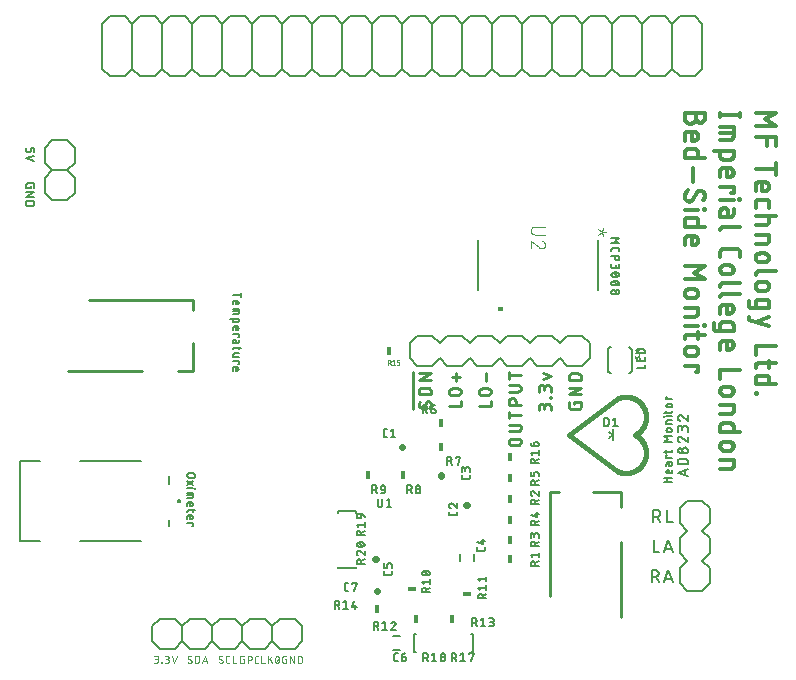
<source format=gbr>
G04 EAGLE Gerber RS-274X export*
G75*
%MOMM*%
%FSLAX34Y34*%
%LPD*%
%INSilkscreen Top*%
%IPPOS*%
%AMOC8*
5,1,8,0,0,1.08239X$1,22.5*%
G01*
%ADD10C,0.254000*%
%ADD11C,0.152400*%
%ADD12C,0.203200*%
%ADD13C,0.127000*%
%ADD14C,0.406400*%
%ADD15C,0.101600*%
%ADD16C,0.304800*%
%ADD17R,0.457200X0.762000*%
%ADD18R,0.762000X0.457200*%
%ADD19C,0.558800*%
%ADD20C,0.025400*%
%ADD21C,0.076200*%
%ADD22C,0.200000*%

G36*
X410157Y301267D02*
X410157Y301267D01*
X410159Y301266D01*
X410202Y301286D01*
X410246Y301304D01*
X410246Y301306D01*
X410248Y301307D01*
X410281Y301392D01*
X410281Y303932D01*
X410280Y303934D01*
X410281Y303936D01*
X410261Y303979D01*
X410243Y304023D01*
X410241Y304023D01*
X410240Y304025D01*
X410155Y304058D01*
X406345Y304058D01*
X406343Y304057D01*
X406341Y304058D01*
X406298Y304038D01*
X406254Y304020D01*
X406254Y304018D01*
X406252Y304017D01*
X406219Y303932D01*
X406219Y301392D01*
X406220Y301390D01*
X406219Y301388D01*
X406239Y301345D01*
X406257Y301301D01*
X406259Y301301D01*
X406260Y301299D01*
X406345Y301266D01*
X410155Y301266D01*
X410157Y301267D01*
G37*
D10*
X470636Y222073D02*
X470636Y223766D01*
X476280Y223766D01*
X476280Y220379D01*
X476278Y220286D01*
X476272Y220193D01*
X476263Y220100D01*
X476249Y220007D01*
X476232Y219916D01*
X476211Y219825D01*
X476186Y219735D01*
X476158Y219646D01*
X476126Y219558D01*
X476090Y219472D01*
X476051Y219387D01*
X476008Y219304D01*
X475962Y219223D01*
X475912Y219144D01*
X475860Y219067D01*
X475804Y218992D01*
X475745Y218920D01*
X475683Y218850D01*
X475619Y218782D01*
X475551Y218718D01*
X475481Y218656D01*
X475409Y218597D01*
X475334Y218541D01*
X475257Y218489D01*
X475178Y218439D01*
X475097Y218393D01*
X475014Y218350D01*
X474929Y218311D01*
X474843Y218275D01*
X474755Y218243D01*
X474666Y218215D01*
X474576Y218190D01*
X474485Y218169D01*
X474394Y218152D01*
X474301Y218138D01*
X474208Y218129D01*
X474115Y218123D01*
X474022Y218121D01*
X474022Y218122D02*
X468378Y218122D01*
X468378Y218121D02*
X468285Y218123D01*
X468192Y218129D01*
X468099Y218138D01*
X468006Y218152D01*
X467915Y218169D01*
X467824Y218190D01*
X467734Y218215D01*
X467645Y218243D01*
X467557Y218275D01*
X467471Y218311D01*
X467386Y218350D01*
X467303Y218393D01*
X467222Y218439D01*
X467143Y218489D01*
X467066Y218541D01*
X466991Y218597D01*
X466919Y218656D01*
X466849Y218718D01*
X466781Y218782D01*
X466717Y218850D01*
X466655Y218920D01*
X466596Y218992D01*
X466540Y219067D01*
X466488Y219144D01*
X466438Y219223D01*
X466392Y219304D01*
X466349Y219387D01*
X466310Y219472D01*
X466274Y219558D01*
X466242Y219646D01*
X466214Y219735D01*
X466189Y219825D01*
X466168Y219916D01*
X466151Y220007D01*
X466137Y220100D01*
X466128Y220192D01*
X466122Y220286D01*
X466120Y220379D01*
X466120Y223766D01*
X466120Y230314D02*
X476280Y230314D01*
X476280Y235958D02*
X466120Y230314D01*
X466120Y235958D02*
X476280Y235958D01*
X476280Y242506D02*
X466120Y242506D01*
X466120Y245328D01*
X466122Y245434D01*
X466128Y245539D01*
X466138Y245644D01*
X466152Y245749D01*
X466169Y245853D01*
X466191Y245956D01*
X466216Y246058D01*
X466245Y246160D01*
X466278Y246260D01*
X466315Y246359D01*
X466355Y246457D01*
X466399Y246552D01*
X466447Y246647D01*
X466498Y246739D01*
X466553Y246829D01*
X466610Y246918D01*
X466671Y247004D01*
X466736Y247087D01*
X466803Y247169D01*
X466873Y247247D01*
X466947Y247323D01*
X467023Y247397D01*
X467101Y247467D01*
X467183Y247534D01*
X467266Y247599D01*
X467352Y247660D01*
X467441Y247717D01*
X467531Y247772D01*
X467623Y247823D01*
X467718Y247871D01*
X467814Y247915D01*
X467911Y247955D01*
X468010Y247992D01*
X468110Y248025D01*
X468212Y248054D01*
X468314Y248079D01*
X468417Y248101D01*
X468521Y248118D01*
X468626Y248132D01*
X468731Y248142D01*
X468837Y248148D01*
X468942Y248150D01*
X473458Y248150D01*
X473564Y248148D01*
X473669Y248142D01*
X473774Y248132D01*
X473879Y248118D01*
X473983Y248101D01*
X474086Y248079D01*
X474188Y248054D01*
X474290Y248025D01*
X474390Y247992D01*
X474489Y247955D01*
X474586Y247915D01*
X474682Y247871D01*
X474777Y247823D01*
X474869Y247772D01*
X474959Y247717D01*
X475048Y247660D01*
X475134Y247599D01*
X475217Y247534D01*
X475299Y247467D01*
X475377Y247397D01*
X475453Y247323D01*
X475527Y247247D01*
X475597Y247169D01*
X475664Y247087D01*
X475729Y247004D01*
X475790Y246918D01*
X475847Y246829D01*
X475902Y246739D01*
X475953Y246647D01*
X476001Y246552D01*
X476045Y246456D01*
X476085Y246359D01*
X476122Y246260D01*
X476155Y246160D01*
X476184Y246058D01*
X476209Y245956D01*
X476231Y245853D01*
X476248Y245749D01*
X476262Y245644D01*
X476272Y245539D01*
X476278Y245434D01*
X476280Y245328D01*
X476280Y242506D01*
X450880Y219603D02*
X450880Y216781D01*
X450880Y219603D02*
X450878Y219709D01*
X450872Y219814D01*
X450862Y219919D01*
X450848Y220024D01*
X450831Y220128D01*
X450809Y220231D01*
X450784Y220333D01*
X450755Y220435D01*
X450722Y220535D01*
X450685Y220634D01*
X450645Y220731D01*
X450601Y220827D01*
X450553Y220922D01*
X450502Y221014D01*
X450447Y221104D01*
X450390Y221193D01*
X450329Y221279D01*
X450264Y221362D01*
X450197Y221444D01*
X450127Y221522D01*
X450053Y221598D01*
X449977Y221672D01*
X449899Y221742D01*
X449817Y221809D01*
X449734Y221874D01*
X449648Y221935D01*
X449559Y221992D01*
X449469Y222047D01*
X449377Y222098D01*
X449282Y222146D01*
X449186Y222190D01*
X449089Y222230D01*
X448990Y222267D01*
X448890Y222300D01*
X448788Y222329D01*
X448686Y222354D01*
X448583Y222376D01*
X448479Y222393D01*
X448374Y222407D01*
X448269Y222417D01*
X448164Y222423D01*
X448058Y222425D01*
X447952Y222423D01*
X447847Y222417D01*
X447742Y222407D01*
X447637Y222393D01*
X447533Y222376D01*
X447430Y222354D01*
X447328Y222329D01*
X447226Y222300D01*
X447126Y222267D01*
X447027Y222230D01*
X446930Y222190D01*
X446834Y222146D01*
X446739Y222098D01*
X446647Y222047D01*
X446557Y221992D01*
X446468Y221935D01*
X446382Y221874D01*
X446299Y221809D01*
X446217Y221742D01*
X446139Y221672D01*
X446063Y221598D01*
X445989Y221522D01*
X445919Y221444D01*
X445852Y221362D01*
X445787Y221279D01*
X445726Y221193D01*
X445669Y221104D01*
X445614Y221014D01*
X445563Y220922D01*
X445515Y220827D01*
X445471Y220731D01*
X445431Y220634D01*
X445394Y220535D01*
X445361Y220435D01*
X445332Y220333D01*
X445307Y220231D01*
X445285Y220128D01*
X445268Y220024D01*
X445254Y219919D01*
X445244Y219814D01*
X445238Y219709D01*
X445236Y219603D01*
X440720Y220168D02*
X440720Y216781D01*
X440720Y220168D02*
X440722Y220261D01*
X440728Y220354D01*
X440737Y220447D01*
X440751Y220540D01*
X440768Y220631D01*
X440789Y220722D01*
X440814Y220812D01*
X440842Y220901D01*
X440874Y220989D01*
X440910Y221075D01*
X440949Y221160D01*
X440992Y221243D01*
X441038Y221324D01*
X441088Y221403D01*
X441140Y221480D01*
X441196Y221555D01*
X441255Y221627D01*
X441317Y221697D01*
X441381Y221765D01*
X441449Y221829D01*
X441519Y221891D01*
X441591Y221950D01*
X441666Y222006D01*
X441743Y222058D01*
X441822Y222108D01*
X441903Y222154D01*
X441986Y222197D01*
X442071Y222236D01*
X442157Y222272D01*
X442245Y222304D01*
X442334Y222332D01*
X442424Y222357D01*
X442515Y222378D01*
X442606Y222395D01*
X442699Y222409D01*
X442792Y222418D01*
X442885Y222424D01*
X442978Y222426D01*
X443071Y222424D01*
X443164Y222418D01*
X443257Y222409D01*
X443350Y222395D01*
X443441Y222378D01*
X443532Y222357D01*
X443622Y222332D01*
X443711Y222304D01*
X443799Y222272D01*
X443885Y222236D01*
X443970Y222197D01*
X444053Y222154D01*
X444134Y222108D01*
X444213Y222058D01*
X444290Y222006D01*
X444365Y221950D01*
X444437Y221891D01*
X444507Y221829D01*
X444575Y221765D01*
X444639Y221697D01*
X444701Y221627D01*
X444760Y221555D01*
X444816Y221480D01*
X444868Y221403D01*
X444918Y221324D01*
X444964Y221243D01*
X445007Y221160D01*
X445046Y221075D01*
X445082Y220989D01*
X445114Y220901D01*
X445142Y220812D01*
X445167Y220722D01*
X445188Y220631D01*
X445205Y220540D01*
X445219Y220447D01*
X445228Y220354D01*
X445234Y220261D01*
X445236Y220168D01*
X445236Y217910D01*
X450316Y227322D02*
X450880Y227322D01*
X450316Y227322D02*
X450316Y227886D01*
X450880Y227886D01*
X450880Y227322D01*
X450880Y232783D02*
X450880Y235605D01*
X450878Y235711D01*
X450872Y235816D01*
X450862Y235921D01*
X450848Y236026D01*
X450831Y236130D01*
X450809Y236233D01*
X450784Y236335D01*
X450755Y236437D01*
X450722Y236537D01*
X450685Y236636D01*
X450645Y236733D01*
X450601Y236829D01*
X450553Y236924D01*
X450502Y237016D01*
X450447Y237106D01*
X450390Y237195D01*
X450329Y237281D01*
X450264Y237364D01*
X450197Y237446D01*
X450127Y237524D01*
X450053Y237600D01*
X449977Y237674D01*
X449899Y237744D01*
X449817Y237811D01*
X449734Y237876D01*
X449648Y237937D01*
X449559Y237994D01*
X449469Y238049D01*
X449377Y238100D01*
X449282Y238148D01*
X449186Y238192D01*
X449089Y238232D01*
X448990Y238269D01*
X448890Y238302D01*
X448788Y238331D01*
X448686Y238356D01*
X448583Y238378D01*
X448479Y238395D01*
X448374Y238409D01*
X448269Y238419D01*
X448164Y238425D01*
X448058Y238427D01*
X447952Y238425D01*
X447847Y238419D01*
X447742Y238409D01*
X447637Y238395D01*
X447533Y238378D01*
X447430Y238356D01*
X447328Y238331D01*
X447226Y238302D01*
X447126Y238269D01*
X447027Y238232D01*
X446930Y238192D01*
X446834Y238148D01*
X446739Y238100D01*
X446647Y238049D01*
X446557Y237994D01*
X446468Y237937D01*
X446382Y237876D01*
X446299Y237811D01*
X446217Y237744D01*
X446139Y237674D01*
X446063Y237600D01*
X445989Y237524D01*
X445919Y237446D01*
X445852Y237364D01*
X445787Y237281D01*
X445726Y237195D01*
X445669Y237106D01*
X445614Y237016D01*
X445563Y236924D01*
X445515Y236829D01*
X445471Y236733D01*
X445431Y236636D01*
X445394Y236537D01*
X445361Y236437D01*
X445332Y236335D01*
X445307Y236233D01*
X445285Y236130D01*
X445268Y236026D01*
X445254Y235921D01*
X445244Y235816D01*
X445238Y235711D01*
X445236Y235605D01*
X440720Y236170D02*
X440720Y232783D01*
X440720Y236170D02*
X440722Y236263D01*
X440728Y236356D01*
X440737Y236449D01*
X440751Y236542D01*
X440768Y236633D01*
X440789Y236724D01*
X440814Y236814D01*
X440842Y236903D01*
X440874Y236991D01*
X440910Y237077D01*
X440949Y237162D01*
X440992Y237245D01*
X441038Y237326D01*
X441088Y237405D01*
X441140Y237482D01*
X441196Y237557D01*
X441255Y237629D01*
X441317Y237699D01*
X441381Y237767D01*
X441449Y237831D01*
X441519Y237893D01*
X441591Y237952D01*
X441666Y238008D01*
X441743Y238060D01*
X441822Y238110D01*
X441903Y238156D01*
X441986Y238199D01*
X442071Y238238D01*
X442157Y238274D01*
X442245Y238306D01*
X442334Y238334D01*
X442424Y238359D01*
X442515Y238380D01*
X442606Y238397D01*
X442699Y238411D01*
X442792Y238420D01*
X442885Y238426D01*
X442978Y238428D01*
X443071Y238426D01*
X443164Y238420D01*
X443257Y238411D01*
X443350Y238397D01*
X443441Y238380D01*
X443532Y238359D01*
X443622Y238334D01*
X443711Y238306D01*
X443799Y238274D01*
X443885Y238238D01*
X443970Y238199D01*
X444053Y238156D01*
X444134Y238110D01*
X444213Y238060D01*
X444290Y238008D01*
X444365Y237952D01*
X444437Y237893D01*
X444507Y237831D01*
X444575Y237767D01*
X444639Y237699D01*
X444701Y237629D01*
X444760Y237557D01*
X444816Y237482D01*
X444868Y237405D01*
X444918Y237326D01*
X444964Y237245D01*
X445007Y237162D01*
X445046Y237077D01*
X445082Y236991D01*
X445114Y236903D01*
X445142Y236814D01*
X445167Y236724D01*
X445188Y236633D01*
X445205Y236542D01*
X445219Y236449D01*
X445228Y236356D01*
X445234Y236263D01*
X445236Y236170D01*
X445236Y233912D01*
X444107Y243634D02*
X450880Y245892D01*
X444107Y248150D01*
X334040Y249420D02*
X334040Y217614D01*
X347022Y224528D02*
X347115Y224526D01*
X347208Y224520D01*
X347301Y224511D01*
X347394Y224497D01*
X347485Y224480D01*
X347576Y224459D01*
X347666Y224434D01*
X347755Y224406D01*
X347843Y224374D01*
X347929Y224338D01*
X348014Y224299D01*
X348097Y224256D01*
X348178Y224210D01*
X348257Y224160D01*
X348334Y224108D01*
X348409Y224052D01*
X348481Y223993D01*
X348551Y223931D01*
X348619Y223867D01*
X348683Y223799D01*
X348745Y223729D01*
X348804Y223657D01*
X348860Y223582D01*
X348912Y223505D01*
X348962Y223426D01*
X349008Y223345D01*
X349051Y223262D01*
X349090Y223177D01*
X349126Y223091D01*
X349158Y223003D01*
X349186Y222914D01*
X349211Y222824D01*
X349232Y222733D01*
X349249Y222642D01*
X349263Y222549D01*
X349272Y222456D01*
X349278Y222363D01*
X349280Y222270D01*
X349278Y222136D01*
X349272Y222001D01*
X349263Y221867D01*
X349250Y221733D01*
X349233Y221600D01*
X349212Y221467D01*
X349187Y221335D01*
X349159Y221203D01*
X349127Y221072D01*
X349092Y220943D01*
X349052Y220814D01*
X349010Y220687D01*
X348963Y220560D01*
X348913Y220435D01*
X348860Y220312D01*
X348803Y220190D01*
X348742Y220070D01*
X348679Y219951D01*
X348612Y219835D01*
X348541Y219720D01*
X348468Y219608D01*
X348391Y219497D01*
X348311Y219389D01*
X348229Y219283D01*
X348143Y219179D01*
X348054Y219078D01*
X347963Y218979D01*
X347869Y218883D01*
X341378Y219166D02*
X341285Y219168D01*
X341192Y219174D01*
X341099Y219183D01*
X341006Y219197D01*
X340915Y219214D01*
X340824Y219235D01*
X340734Y219260D01*
X340645Y219288D01*
X340557Y219320D01*
X340471Y219356D01*
X340386Y219395D01*
X340303Y219438D01*
X340222Y219484D01*
X340143Y219534D01*
X340066Y219586D01*
X339991Y219642D01*
X339919Y219701D01*
X339849Y219763D01*
X339781Y219827D01*
X339717Y219895D01*
X339655Y219965D01*
X339596Y220037D01*
X339540Y220112D01*
X339488Y220189D01*
X339438Y220268D01*
X339392Y220349D01*
X339349Y220432D01*
X339310Y220517D01*
X339274Y220603D01*
X339242Y220691D01*
X339214Y220780D01*
X339189Y220870D01*
X339168Y220961D01*
X339151Y221052D01*
X339137Y221145D01*
X339128Y221238D01*
X339122Y221331D01*
X339120Y221424D01*
X339122Y221554D01*
X339128Y221683D01*
X339138Y221813D01*
X339152Y221942D01*
X339170Y222070D01*
X339191Y222198D01*
X339217Y222325D01*
X339247Y222451D01*
X339280Y222577D01*
X339317Y222701D01*
X339358Y222824D01*
X339403Y222946D01*
X339451Y223066D01*
X339504Y223185D01*
X339559Y223302D01*
X339619Y223417D01*
X339682Y223531D01*
X339748Y223642D01*
X339817Y223752D01*
X339890Y223859D01*
X339967Y223964D01*
X343353Y220295D02*
X343303Y220214D01*
X343250Y220135D01*
X343194Y220058D01*
X343134Y219984D01*
X343071Y219913D01*
X343005Y219844D01*
X342937Y219777D01*
X342866Y219714D01*
X342792Y219654D01*
X342716Y219597D01*
X342637Y219543D01*
X342557Y219492D01*
X342474Y219445D01*
X342389Y219401D01*
X342303Y219361D01*
X342215Y219324D01*
X342126Y219291D01*
X342035Y219262D01*
X341943Y219237D01*
X341851Y219215D01*
X341757Y219198D01*
X341663Y219184D01*
X341568Y219174D01*
X341473Y219168D01*
X341378Y219166D01*
X345046Y223399D02*
X345097Y223480D01*
X345150Y223559D01*
X345206Y223636D01*
X345266Y223710D01*
X345329Y223781D01*
X345395Y223850D01*
X345463Y223917D01*
X345534Y223980D01*
X345608Y224040D01*
X345684Y224097D01*
X345763Y224151D01*
X345843Y224202D01*
X345926Y224249D01*
X346011Y224293D01*
X346097Y224333D01*
X346185Y224370D01*
X346274Y224403D01*
X346365Y224432D01*
X346456Y224457D01*
X346549Y224479D01*
X346643Y224496D01*
X346737Y224510D01*
X346832Y224520D01*
X346927Y224526D01*
X347022Y224528D01*
X345047Y223399D02*
X343353Y220295D01*
X339120Y230314D02*
X349280Y230314D01*
X339120Y230314D02*
X339120Y233136D01*
X339122Y233242D01*
X339128Y233347D01*
X339138Y233452D01*
X339152Y233557D01*
X339169Y233661D01*
X339191Y233764D01*
X339216Y233866D01*
X339245Y233968D01*
X339278Y234068D01*
X339315Y234167D01*
X339355Y234265D01*
X339399Y234360D01*
X339447Y234455D01*
X339498Y234547D01*
X339553Y234637D01*
X339610Y234726D01*
X339671Y234812D01*
X339736Y234895D01*
X339803Y234977D01*
X339873Y235055D01*
X339947Y235131D01*
X340023Y235205D01*
X340101Y235275D01*
X340183Y235342D01*
X340266Y235407D01*
X340352Y235468D01*
X340441Y235525D01*
X340531Y235580D01*
X340623Y235631D01*
X340718Y235679D01*
X340814Y235723D01*
X340911Y235763D01*
X341010Y235800D01*
X341110Y235833D01*
X341212Y235862D01*
X341314Y235887D01*
X341417Y235909D01*
X341521Y235926D01*
X341626Y235940D01*
X341731Y235950D01*
X341837Y235956D01*
X341942Y235958D01*
X346458Y235958D01*
X346564Y235956D01*
X346669Y235950D01*
X346774Y235940D01*
X346879Y235926D01*
X346983Y235909D01*
X347086Y235887D01*
X347188Y235862D01*
X347290Y235833D01*
X347390Y235800D01*
X347489Y235763D01*
X347586Y235723D01*
X347682Y235679D01*
X347777Y235631D01*
X347869Y235580D01*
X347959Y235525D01*
X348048Y235468D01*
X348134Y235407D01*
X348217Y235342D01*
X348299Y235275D01*
X348377Y235205D01*
X348453Y235131D01*
X348527Y235055D01*
X348597Y234977D01*
X348664Y234895D01*
X348729Y234812D01*
X348790Y234726D01*
X348847Y234637D01*
X348902Y234547D01*
X348953Y234455D01*
X349001Y234360D01*
X349045Y234264D01*
X349085Y234167D01*
X349122Y234068D01*
X349155Y233968D01*
X349184Y233866D01*
X349209Y233764D01*
X349231Y233661D01*
X349248Y233557D01*
X349262Y233452D01*
X349272Y233347D01*
X349278Y233242D01*
X349280Y233136D01*
X349280Y230314D01*
X349280Y242506D02*
X339120Y242506D01*
X349280Y248150D01*
X339120Y248150D01*
X389920Y220264D02*
X400080Y220264D01*
X400080Y224779D01*
X397258Y229749D02*
X392742Y229749D01*
X392636Y229751D01*
X392531Y229757D01*
X392426Y229767D01*
X392321Y229781D01*
X392217Y229798D01*
X392114Y229820D01*
X392012Y229845D01*
X391910Y229874D01*
X391810Y229907D01*
X391711Y229944D01*
X391614Y229984D01*
X391518Y230028D01*
X391423Y230076D01*
X391331Y230127D01*
X391241Y230182D01*
X391152Y230239D01*
X391066Y230300D01*
X390983Y230365D01*
X390901Y230432D01*
X390823Y230502D01*
X390747Y230576D01*
X390673Y230652D01*
X390603Y230730D01*
X390536Y230812D01*
X390471Y230895D01*
X390410Y230981D01*
X390353Y231070D01*
X390298Y231160D01*
X390247Y231252D01*
X390199Y231347D01*
X390155Y231443D01*
X390115Y231540D01*
X390078Y231639D01*
X390045Y231739D01*
X390016Y231841D01*
X389991Y231943D01*
X389969Y232046D01*
X389952Y232150D01*
X389938Y232255D01*
X389928Y232360D01*
X389922Y232465D01*
X389920Y232571D01*
X389922Y232677D01*
X389928Y232782D01*
X389938Y232887D01*
X389952Y232992D01*
X389969Y233096D01*
X389991Y233199D01*
X390016Y233301D01*
X390045Y233403D01*
X390078Y233503D01*
X390115Y233602D01*
X390155Y233699D01*
X390199Y233795D01*
X390247Y233890D01*
X390298Y233982D01*
X390353Y234072D01*
X390410Y234161D01*
X390471Y234247D01*
X390536Y234330D01*
X390603Y234412D01*
X390673Y234490D01*
X390747Y234566D01*
X390823Y234640D01*
X390901Y234710D01*
X390983Y234777D01*
X391066Y234842D01*
X391152Y234903D01*
X391241Y234960D01*
X391331Y235015D01*
X391423Y235066D01*
X391518Y235114D01*
X391614Y235158D01*
X391711Y235198D01*
X391810Y235235D01*
X391910Y235268D01*
X392012Y235297D01*
X392114Y235322D01*
X392217Y235344D01*
X392321Y235361D01*
X392426Y235375D01*
X392531Y235385D01*
X392636Y235391D01*
X392742Y235393D01*
X392742Y235394D02*
X397258Y235394D01*
X397258Y235393D02*
X397364Y235391D01*
X397469Y235385D01*
X397574Y235375D01*
X397679Y235361D01*
X397783Y235344D01*
X397886Y235322D01*
X397988Y235297D01*
X398090Y235268D01*
X398190Y235235D01*
X398289Y235198D01*
X398386Y235158D01*
X398482Y235114D01*
X398577Y235066D01*
X398669Y235015D01*
X398759Y234960D01*
X398848Y234903D01*
X398934Y234842D01*
X399017Y234777D01*
X399099Y234710D01*
X399177Y234640D01*
X399253Y234566D01*
X399327Y234490D01*
X399397Y234412D01*
X399464Y234330D01*
X399529Y234247D01*
X399590Y234161D01*
X399647Y234072D01*
X399702Y233982D01*
X399753Y233890D01*
X399801Y233795D01*
X399845Y233699D01*
X399885Y233602D01*
X399922Y233503D01*
X399955Y233403D01*
X399984Y233301D01*
X400009Y233199D01*
X400031Y233096D01*
X400048Y232992D01*
X400062Y232887D01*
X400072Y232782D01*
X400078Y232677D01*
X400080Y232571D01*
X400078Y232465D01*
X400072Y232360D01*
X400062Y232255D01*
X400048Y232150D01*
X400031Y232046D01*
X400009Y231943D01*
X399984Y231841D01*
X399955Y231739D01*
X399922Y231639D01*
X399885Y231540D01*
X399845Y231443D01*
X399801Y231347D01*
X399753Y231252D01*
X399702Y231160D01*
X399647Y231070D01*
X399590Y230981D01*
X399529Y230895D01*
X399464Y230812D01*
X399397Y230730D01*
X399327Y230652D01*
X399253Y230576D01*
X399177Y230502D01*
X399099Y230432D01*
X399017Y230365D01*
X398934Y230300D01*
X398848Y230239D01*
X398759Y230182D01*
X398669Y230127D01*
X398577Y230076D01*
X398482Y230028D01*
X398386Y229984D01*
X398289Y229944D01*
X398190Y229907D01*
X398090Y229874D01*
X397988Y229845D01*
X397886Y229820D01*
X397783Y229798D01*
X397679Y229781D01*
X397574Y229767D01*
X397469Y229757D01*
X397364Y229751D01*
X397258Y229749D01*
X396129Y241377D02*
X396129Y248150D01*
X374680Y220264D02*
X364520Y220264D01*
X374680Y220264D02*
X374680Y224779D01*
X371858Y229749D02*
X367342Y229749D01*
X367236Y229751D01*
X367131Y229757D01*
X367026Y229767D01*
X366921Y229781D01*
X366817Y229798D01*
X366714Y229820D01*
X366612Y229845D01*
X366510Y229874D01*
X366410Y229907D01*
X366311Y229944D01*
X366214Y229984D01*
X366118Y230028D01*
X366023Y230076D01*
X365931Y230127D01*
X365841Y230182D01*
X365752Y230239D01*
X365666Y230300D01*
X365583Y230365D01*
X365501Y230432D01*
X365423Y230502D01*
X365347Y230576D01*
X365273Y230652D01*
X365203Y230730D01*
X365136Y230812D01*
X365071Y230895D01*
X365010Y230981D01*
X364953Y231070D01*
X364898Y231160D01*
X364847Y231252D01*
X364799Y231347D01*
X364755Y231443D01*
X364715Y231540D01*
X364678Y231639D01*
X364645Y231739D01*
X364616Y231841D01*
X364591Y231943D01*
X364569Y232046D01*
X364552Y232150D01*
X364538Y232255D01*
X364528Y232360D01*
X364522Y232465D01*
X364520Y232571D01*
X364522Y232677D01*
X364528Y232782D01*
X364538Y232887D01*
X364552Y232992D01*
X364569Y233096D01*
X364591Y233199D01*
X364616Y233301D01*
X364645Y233403D01*
X364678Y233503D01*
X364715Y233602D01*
X364755Y233699D01*
X364799Y233795D01*
X364847Y233890D01*
X364898Y233982D01*
X364953Y234072D01*
X365010Y234161D01*
X365071Y234247D01*
X365136Y234330D01*
X365203Y234412D01*
X365273Y234490D01*
X365347Y234566D01*
X365423Y234640D01*
X365501Y234710D01*
X365583Y234777D01*
X365666Y234842D01*
X365752Y234903D01*
X365841Y234960D01*
X365931Y235015D01*
X366023Y235066D01*
X366118Y235114D01*
X366214Y235158D01*
X366311Y235198D01*
X366410Y235235D01*
X366510Y235268D01*
X366612Y235297D01*
X366714Y235322D01*
X366817Y235344D01*
X366921Y235361D01*
X367026Y235375D01*
X367131Y235385D01*
X367236Y235391D01*
X367342Y235393D01*
X367342Y235394D02*
X371858Y235394D01*
X371858Y235393D02*
X371964Y235391D01*
X372069Y235385D01*
X372174Y235375D01*
X372279Y235361D01*
X372383Y235344D01*
X372486Y235322D01*
X372588Y235297D01*
X372690Y235268D01*
X372790Y235235D01*
X372889Y235198D01*
X372986Y235158D01*
X373082Y235114D01*
X373177Y235066D01*
X373269Y235015D01*
X373359Y234960D01*
X373448Y234903D01*
X373534Y234842D01*
X373617Y234777D01*
X373699Y234710D01*
X373777Y234640D01*
X373853Y234566D01*
X373927Y234490D01*
X373997Y234412D01*
X374064Y234330D01*
X374129Y234247D01*
X374190Y234161D01*
X374247Y234072D01*
X374302Y233982D01*
X374353Y233890D01*
X374401Y233795D01*
X374445Y233699D01*
X374485Y233602D01*
X374522Y233503D01*
X374555Y233403D01*
X374584Y233301D01*
X374609Y233199D01*
X374631Y233096D01*
X374648Y232992D01*
X374662Y232887D01*
X374672Y232782D01*
X374678Y232677D01*
X374680Y232571D01*
X374678Y232465D01*
X374672Y232360D01*
X374662Y232255D01*
X374648Y232150D01*
X374631Y232046D01*
X374609Y231943D01*
X374584Y231841D01*
X374555Y231739D01*
X374522Y231639D01*
X374485Y231540D01*
X374445Y231443D01*
X374401Y231347D01*
X374353Y231252D01*
X374302Y231160D01*
X374247Y231070D01*
X374190Y230981D01*
X374129Y230895D01*
X374064Y230812D01*
X373997Y230730D01*
X373927Y230652D01*
X373853Y230576D01*
X373777Y230502D01*
X373699Y230432D01*
X373617Y230365D01*
X373534Y230300D01*
X373448Y230239D01*
X373359Y230182D01*
X373269Y230127D01*
X373177Y230076D01*
X373082Y230028D01*
X372986Y229984D01*
X372889Y229944D01*
X372790Y229907D01*
X372690Y229874D01*
X372588Y229845D01*
X372486Y229820D01*
X372383Y229798D01*
X372279Y229781D01*
X372174Y229767D01*
X372069Y229757D01*
X371964Y229751D01*
X371858Y229749D01*
X370729Y241377D02*
X370729Y248150D01*
X374116Y244763D02*
X367342Y244763D01*
D11*
X558322Y164161D02*
X566958Y161282D01*
X566958Y167039D02*
X558322Y164161D01*
X564799Y166320D02*
X564799Y162002D01*
X566958Y171211D02*
X558322Y171211D01*
X558322Y173609D01*
X558324Y173706D01*
X558330Y173802D01*
X558339Y173898D01*
X558353Y173994D01*
X558370Y174089D01*
X558392Y174183D01*
X558417Y174276D01*
X558445Y174369D01*
X558478Y174460D01*
X558514Y174549D01*
X558554Y174637D01*
X558597Y174724D01*
X558643Y174809D01*
X558693Y174891D01*
X558747Y174972D01*
X558803Y175050D01*
X558863Y175126D01*
X558925Y175200D01*
X558991Y175271D01*
X559059Y175339D01*
X559130Y175405D01*
X559204Y175467D01*
X559280Y175527D01*
X559358Y175583D01*
X559439Y175637D01*
X559522Y175687D01*
X559606Y175733D01*
X559693Y175776D01*
X559781Y175816D01*
X559870Y175852D01*
X559961Y175885D01*
X560054Y175913D01*
X560147Y175938D01*
X560241Y175960D01*
X560336Y175977D01*
X560432Y175991D01*
X560528Y176000D01*
X560624Y176006D01*
X560721Y176008D01*
X564559Y176008D01*
X564656Y176006D01*
X564752Y176000D01*
X564848Y175991D01*
X564944Y175977D01*
X565039Y175960D01*
X565133Y175938D01*
X565226Y175913D01*
X565319Y175885D01*
X565410Y175852D01*
X565499Y175816D01*
X565587Y175776D01*
X565674Y175733D01*
X565759Y175687D01*
X565841Y175637D01*
X565922Y175583D01*
X566000Y175527D01*
X566076Y175467D01*
X566150Y175405D01*
X566221Y175339D01*
X566289Y175271D01*
X566355Y175200D01*
X566417Y175126D01*
X566477Y175050D01*
X566533Y174972D01*
X566587Y174891D01*
X566637Y174809D01*
X566683Y174724D01*
X566726Y174637D01*
X566766Y174549D01*
X566802Y174460D01*
X566835Y174369D01*
X566863Y174276D01*
X566888Y174183D01*
X566910Y174089D01*
X566927Y173994D01*
X566941Y173898D01*
X566950Y173802D01*
X566956Y173706D01*
X566958Y173609D01*
X566958Y171211D01*
X564559Y180659D02*
X564462Y180661D01*
X564366Y180667D01*
X564270Y180676D01*
X564174Y180690D01*
X564079Y180707D01*
X563985Y180729D01*
X563892Y180754D01*
X563799Y180782D01*
X563708Y180815D01*
X563619Y180851D01*
X563531Y180891D01*
X563444Y180934D01*
X563360Y180980D01*
X563277Y181030D01*
X563196Y181084D01*
X563118Y181140D01*
X563042Y181200D01*
X562968Y181262D01*
X562897Y181328D01*
X562829Y181396D01*
X562763Y181467D01*
X562701Y181541D01*
X562641Y181617D01*
X562585Y181695D01*
X562531Y181776D01*
X562481Y181859D01*
X562435Y181943D01*
X562392Y182030D01*
X562352Y182118D01*
X562316Y182207D01*
X562283Y182298D01*
X562255Y182391D01*
X562230Y182484D01*
X562208Y182578D01*
X562191Y182673D01*
X562177Y182769D01*
X562168Y182865D01*
X562162Y182961D01*
X562160Y183058D01*
X562162Y183155D01*
X562168Y183251D01*
X562177Y183347D01*
X562191Y183443D01*
X562208Y183538D01*
X562230Y183632D01*
X562255Y183725D01*
X562283Y183818D01*
X562316Y183909D01*
X562352Y183998D01*
X562392Y184086D01*
X562435Y184173D01*
X562481Y184258D01*
X562531Y184340D01*
X562585Y184421D01*
X562641Y184499D01*
X562701Y184575D01*
X562763Y184649D01*
X562829Y184720D01*
X562897Y184788D01*
X562968Y184854D01*
X563042Y184916D01*
X563118Y184976D01*
X563196Y185032D01*
X563277Y185086D01*
X563360Y185136D01*
X563444Y185182D01*
X563531Y185225D01*
X563619Y185265D01*
X563708Y185301D01*
X563799Y185334D01*
X563892Y185362D01*
X563985Y185387D01*
X564079Y185409D01*
X564174Y185426D01*
X564270Y185440D01*
X564366Y185449D01*
X564462Y185455D01*
X564559Y185457D01*
X564656Y185455D01*
X564752Y185449D01*
X564848Y185440D01*
X564944Y185426D01*
X565039Y185409D01*
X565133Y185387D01*
X565226Y185362D01*
X565319Y185334D01*
X565410Y185301D01*
X565499Y185265D01*
X565587Y185225D01*
X565674Y185182D01*
X565759Y185136D01*
X565841Y185086D01*
X565922Y185032D01*
X566000Y184976D01*
X566076Y184916D01*
X566150Y184854D01*
X566221Y184788D01*
X566289Y184720D01*
X566355Y184649D01*
X566417Y184575D01*
X566477Y184499D01*
X566533Y184421D01*
X566587Y184340D01*
X566637Y184257D01*
X566683Y184173D01*
X566726Y184086D01*
X566766Y183998D01*
X566802Y183909D01*
X566835Y183818D01*
X566863Y183725D01*
X566888Y183632D01*
X566910Y183538D01*
X566927Y183443D01*
X566941Y183347D01*
X566950Y183251D01*
X566956Y183155D01*
X566958Y183058D01*
X566956Y182961D01*
X566950Y182865D01*
X566941Y182769D01*
X566927Y182673D01*
X566910Y182578D01*
X566888Y182484D01*
X566863Y182391D01*
X566835Y182298D01*
X566802Y182207D01*
X566766Y182118D01*
X566726Y182030D01*
X566683Y181943D01*
X566637Y181859D01*
X566587Y181776D01*
X566533Y181695D01*
X566477Y181617D01*
X566417Y181541D01*
X566355Y181467D01*
X566289Y181396D01*
X566221Y181328D01*
X566150Y181262D01*
X566076Y181200D01*
X566000Y181140D01*
X565922Y181084D01*
X565841Y181030D01*
X565759Y180980D01*
X565674Y180934D01*
X565587Y180891D01*
X565499Y180851D01*
X565410Y180815D01*
X565319Y180782D01*
X565226Y180754D01*
X565133Y180729D01*
X565039Y180707D01*
X564944Y180690D01*
X564848Y180676D01*
X564752Y180667D01*
X564656Y180661D01*
X564559Y180659D01*
X560241Y181139D02*
X560155Y181141D01*
X560069Y181147D01*
X559983Y181156D01*
X559898Y181170D01*
X559814Y181187D01*
X559730Y181208D01*
X559648Y181233D01*
X559567Y181261D01*
X559487Y181293D01*
X559408Y181329D01*
X559332Y181368D01*
X559257Y181411D01*
X559184Y181456D01*
X559113Y181505D01*
X559045Y181558D01*
X558978Y181613D01*
X558915Y181671D01*
X558854Y181732D01*
X558796Y181795D01*
X558741Y181862D01*
X558688Y181930D01*
X558639Y182001D01*
X558594Y182074D01*
X558551Y182149D01*
X558512Y182225D01*
X558476Y182304D01*
X558444Y182384D01*
X558416Y182465D01*
X558391Y182547D01*
X558370Y182631D01*
X558353Y182715D01*
X558339Y182800D01*
X558330Y182886D01*
X558324Y182972D01*
X558322Y183058D01*
X558324Y183144D01*
X558330Y183230D01*
X558339Y183316D01*
X558353Y183401D01*
X558370Y183485D01*
X558391Y183569D01*
X558416Y183651D01*
X558444Y183732D01*
X558476Y183812D01*
X558512Y183891D01*
X558551Y183967D01*
X558594Y184042D01*
X558639Y184115D01*
X558688Y184186D01*
X558741Y184254D01*
X558796Y184321D01*
X558854Y184384D01*
X558915Y184445D01*
X558978Y184503D01*
X559045Y184558D01*
X559113Y184611D01*
X559184Y184660D01*
X559257Y184705D01*
X559332Y184748D01*
X559408Y184787D01*
X559487Y184823D01*
X559567Y184855D01*
X559648Y184883D01*
X559730Y184908D01*
X559814Y184929D01*
X559898Y184946D01*
X559983Y184960D01*
X560069Y184969D01*
X560155Y184975D01*
X560241Y184977D01*
X560327Y184975D01*
X560413Y184969D01*
X560499Y184960D01*
X560584Y184946D01*
X560668Y184929D01*
X560752Y184908D01*
X560834Y184883D01*
X560915Y184855D01*
X560995Y184823D01*
X561074Y184787D01*
X561150Y184748D01*
X561225Y184705D01*
X561298Y184660D01*
X561369Y184611D01*
X561437Y184558D01*
X561504Y184503D01*
X561567Y184445D01*
X561628Y184384D01*
X561686Y184321D01*
X561741Y184254D01*
X561794Y184186D01*
X561843Y184115D01*
X561888Y184042D01*
X561931Y183967D01*
X561970Y183891D01*
X562006Y183812D01*
X562038Y183732D01*
X562066Y183651D01*
X562091Y183569D01*
X562112Y183485D01*
X562129Y183401D01*
X562143Y183316D01*
X562152Y183230D01*
X562158Y183144D01*
X562160Y183058D01*
X562158Y182972D01*
X562152Y182886D01*
X562143Y182800D01*
X562129Y182715D01*
X562112Y182631D01*
X562091Y182547D01*
X562066Y182465D01*
X562038Y182384D01*
X562006Y182304D01*
X561970Y182225D01*
X561931Y182149D01*
X561888Y182074D01*
X561843Y182001D01*
X561794Y181930D01*
X561741Y181862D01*
X561686Y181795D01*
X561628Y181732D01*
X561567Y181671D01*
X561504Y181613D01*
X561437Y181558D01*
X561369Y181505D01*
X561298Y181456D01*
X561225Y181411D01*
X561150Y181368D01*
X561074Y181329D01*
X560995Y181293D01*
X560915Y181261D01*
X560834Y181233D01*
X560752Y181208D01*
X560668Y181187D01*
X560584Y181170D01*
X560499Y181156D01*
X560413Y181147D01*
X560327Y181141D01*
X560241Y181139D01*
X558322Y192442D02*
X558324Y192534D01*
X558330Y192625D01*
X558339Y192716D01*
X558353Y192807D01*
X558370Y192897D01*
X558392Y192986D01*
X558417Y193074D01*
X558445Y193161D01*
X558478Y193247D01*
X558514Y193331D01*
X558553Y193414D01*
X558596Y193495D01*
X558643Y193574D01*
X558692Y193651D01*
X558745Y193726D01*
X558801Y193798D01*
X558860Y193868D01*
X558922Y193936D01*
X558987Y194001D01*
X559055Y194063D01*
X559125Y194122D01*
X559197Y194178D01*
X559272Y194231D01*
X559349Y194280D01*
X559428Y194327D01*
X559509Y194370D01*
X559592Y194409D01*
X559676Y194445D01*
X559762Y194478D01*
X559849Y194506D01*
X559937Y194531D01*
X560026Y194553D01*
X560116Y194570D01*
X560207Y194584D01*
X560298Y194593D01*
X560389Y194599D01*
X560481Y194601D01*
X558322Y192442D02*
X558324Y192339D01*
X558330Y192237D01*
X558339Y192135D01*
X558352Y192033D01*
X558369Y191932D01*
X558390Y191831D01*
X558414Y191732D01*
X558443Y191633D01*
X558474Y191536D01*
X558510Y191439D01*
X558548Y191344D01*
X558591Y191251D01*
X558637Y191159D01*
X558686Y191069D01*
X558738Y190981D01*
X558794Y190894D01*
X558853Y190810D01*
X558914Y190729D01*
X558979Y190649D01*
X559047Y190572D01*
X559118Y190497D01*
X559191Y190426D01*
X559267Y190357D01*
X559345Y190290D01*
X559426Y190227D01*
X559509Y190167D01*
X559594Y190110D01*
X559681Y190056D01*
X559771Y190005D01*
X559862Y189958D01*
X559954Y189914D01*
X560049Y189873D01*
X560144Y189836D01*
X560241Y189803D01*
X562160Y193881D02*
X562094Y193948D01*
X562025Y194012D01*
X561954Y194073D01*
X561880Y194131D01*
X561804Y194186D01*
X561726Y194238D01*
X561646Y194287D01*
X561564Y194333D01*
X561480Y194375D01*
X561394Y194414D01*
X561307Y194449D01*
X561219Y194480D01*
X561129Y194508D01*
X561039Y194533D01*
X560947Y194554D01*
X560855Y194571D01*
X560762Y194584D01*
X560669Y194593D01*
X560575Y194599D01*
X560481Y194601D01*
X562160Y193881D02*
X566958Y189803D01*
X566958Y194601D01*
X566958Y198947D02*
X566958Y201346D01*
X566956Y201443D01*
X566950Y201539D01*
X566941Y201635D01*
X566927Y201731D01*
X566910Y201826D01*
X566888Y201920D01*
X566863Y202013D01*
X566835Y202106D01*
X566802Y202197D01*
X566766Y202286D01*
X566726Y202374D01*
X566683Y202461D01*
X566637Y202546D01*
X566587Y202628D01*
X566533Y202709D01*
X566477Y202787D01*
X566417Y202863D01*
X566355Y202937D01*
X566289Y203008D01*
X566221Y203076D01*
X566150Y203142D01*
X566076Y203204D01*
X566000Y203264D01*
X565922Y203320D01*
X565841Y203374D01*
X565759Y203424D01*
X565674Y203470D01*
X565587Y203513D01*
X565499Y203553D01*
X565410Y203589D01*
X565319Y203622D01*
X565226Y203650D01*
X565133Y203675D01*
X565039Y203697D01*
X564944Y203714D01*
X564848Y203728D01*
X564752Y203737D01*
X564656Y203743D01*
X564559Y203745D01*
X564462Y203743D01*
X564366Y203737D01*
X564270Y203728D01*
X564174Y203714D01*
X564079Y203697D01*
X563985Y203675D01*
X563892Y203650D01*
X563799Y203622D01*
X563708Y203589D01*
X563619Y203553D01*
X563531Y203513D01*
X563444Y203470D01*
X563360Y203424D01*
X563277Y203374D01*
X563196Y203320D01*
X563118Y203264D01*
X563042Y203204D01*
X562968Y203142D01*
X562897Y203076D01*
X562829Y203008D01*
X562763Y202937D01*
X562701Y202863D01*
X562641Y202787D01*
X562585Y202709D01*
X562531Y202628D01*
X562481Y202546D01*
X562435Y202461D01*
X562392Y202374D01*
X562352Y202286D01*
X562316Y202197D01*
X562283Y202106D01*
X562255Y202013D01*
X562230Y201920D01*
X562208Y201826D01*
X562191Y201731D01*
X562177Y201635D01*
X562168Y201539D01*
X562162Y201443D01*
X562160Y201346D01*
X558322Y201826D02*
X558322Y198947D01*
X558322Y201826D02*
X558324Y201912D01*
X558330Y201998D01*
X558339Y202084D01*
X558353Y202169D01*
X558370Y202253D01*
X558391Y202337D01*
X558416Y202419D01*
X558444Y202500D01*
X558476Y202580D01*
X558512Y202659D01*
X558551Y202735D01*
X558594Y202810D01*
X558639Y202883D01*
X558688Y202954D01*
X558741Y203022D01*
X558796Y203089D01*
X558854Y203152D01*
X558915Y203213D01*
X558978Y203271D01*
X559045Y203326D01*
X559113Y203379D01*
X559184Y203428D01*
X559257Y203473D01*
X559332Y203516D01*
X559408Y203555D01*
X559487Y203591D01*
X559567Y203623D01*
X559648Y203651D01*
X559730Y203676D01*
X559814Y203697D01*
X559898Y203714D01*
X559983Y203728D01*
X560069Y203737D01*
X560155Y203743D01*
X560241Y203745D01*
X560327Y203743D01*
X560413Y203737D01*
X560499Y203728D01*
X560584Y203714D01*
X560668Y203697D01*
X560752Y203676D01*
X560834Y203651D01*
X560915Y203623D01*
X560995Y203591D01*
X561074Y203555D01*
X561150Y203516D01*
X561225Y203473D01*
X561298Y203428D01*
X561369Y203379D01*
X561437Y203326D01*
X561504Y203271D01*
X561567Y203213D01*
X561628Y203152D01*
X561686Y203089D01*
X561741Y203022D01*
X561794Y202954D01*
X561843Y202883D01*
X561888Y202810D01*
X561931Y202735D01*
X561970Y202659D01*
X562006Y202580D01*
X562038Y202500D01*
X562066Y202419D01*
X562091Y202337D01*
X562112Y202253D01*
X562129Y202169D01*
X562143Y202084D01*
X562152Y201998D01*
X562158Y201912D01*
X562160Y201826D01*
X562160Y199907D01*
X558322Y210730D02*
X558324Y210822D01*
X558330Y210913D01*
X558339Y211004D01*
X558353Y211095D01*
X558370Y211185D01*
X558392Y211274D01*
X558417Y211362D01*
X558445Y211449D01*
X558478Y211535D01*
X558514Y211619D01*
X558553Y211702D01*
X558596Y211783D01*
X558643Y211862D01*
X558692Y211939D01*
X558745Y212014D01*
X558801Y212086D01*
X558860Y212156D01*
X558922Y212224D01*
X558987Y212289D01*
X559055Y212351D01*
X559125Y212410D01*
X559197Y212466D01*
X559272Y212519D01*
X559349Y212568D01*
X559428Y212615D01*
X559509Y212658D01*
X559592Y212697D01*
X559676Y212733D01*
X559762Y212766D01*
X559849Y212794D01*
X559937Y212819D01*
X560026Y212841D01*
X560116Y212858D01*
X560207Y212872D01*
X560298Y212881D01*
X560389Y212887D01*
X560481Y212889D01*
X558322Y210730D02*
X558324Y210627D01*
X558330Y210525D01*
X558339Y210423D01*
X558352Y210321D01*
X558369Y210220D01*
X558390Y210119D01*
X558414Y210020D01*
X558443Y209921D01*
X558474Y209824D01*
X558510Y209727D01*
X558548Y209632D01*
X558591Y209539D01*
X558637Y209447D01*
X558686Y209357D01*
X558738Y209269D01*
X558794Y209182D01*
X558853Y209098D01*
X558914Y209017D01*
X558979Y208937D01*
X559047Y208860D01*
X559118Y208785D01*
X559191Y208714D01*
X559267Y208645D01*
X559345Y208578D01*
X559426Y208515D01*
X559509Y208455D01*
X559594Y208398D01*
X559681Y208344D01*
X559771Y208293D01*
X559862Y208246D01*
X559954Y208202D01*
X560049Y208161D01*
X560144Y208124D01*
X560241Y208091D01*
X562160Y212169D02*
X562094Y212236D01*
X562025Y212300D01*
X561954Y212361D01*
X561880Y212419D01*
X561804Y212474D01*
X561726Y212526D01*
X561646Y212575D01*
X561564Y212621D01*
X561480Y212663D01*
X561394Y212702D01*
X561307Y212737D01*
X561219Y212768D01*
X561129Y212796D01*
X561039Y212821D01*
X560947Y212842D01*
X560855Y212859D01*
X560762Y212872D01*
X560669Y212881D01*
X560575Y212887D01*
X560481Y212889D01*
X562160Y212169D02*
X566958Y208091D01*
X566958Y212889D01*
D10*
X422658Y187388D02*
X418142Y187388D01*
X418036Y187390D01*
X417931Y187396D01*
X417826Y187406D01*
X417721Y187420D01*
X417617Y187437D01*
X417514Y187459D01*
X417412Y187484D01*
X417310Y187513D01*
X417210Y187546D01*
X417111Y187583D01*
X417014Y187623D01*
X416918Y187667D01*
X416823Y187715D01*
X416731Y187766D01*
X416641Y187821D01*
X416552Y187878D01*
X416466Y187939D01*
X416383Y188004D01*
X416301Y188071D01*
X416223Y188141D01*
X416147Y188215D01*
X416073Y188291D01*
X416003Y188369D01*
X415936Y188451D01*
X415871Y188534D01*
X415810Y188620D01*
X415753Y188709D01*
X415698Y188799D01*
X415647Y188891D01*
X415599Y188986D01*
X415555Y189082D01*
X415515Y189179D01*
X415478Y189278D01*
X415445Y189378D01*
X415416Y189480D01*
X415391Y189582D01*
X415369Y189685D01*
X415352Y189789D01*
X415338Y189894D01*
X415328Y189999D01*
X415322Y190104D01*
X415320Y190210D01*
X415322Y190316D01*
X415328Y190421D01*
X415338Y190526D01*
X415352Y190631D01*
X415369Y190735D01*
X415391Y190838D01*
X415416Y190940D01*
X415445Y191042D01*
X415478Y191142D01*
X415515Y191241D01*
X415555Y191338D01*
X415599Y191434D01*
X415647Y191529D01*
X415698Y191621D01*
X415753Y191711D01*
X415810Y191800D01*
X415871Y191886D01*
X415936Y191969D01*
X416003Y192051D01*
X416073Y192129D01*
X416147Y192205D01*
X416223Y192279D01*
X416301Y192349D01*
X416383Y192416D01*
X416466Y192481D01*
X416552Y192542D01*
X416641Y192599D01*
X416731Y192654D01*
X416823Y192705D01*
X416918Y192753D01*
X417014Y192797D01*
X417111Y192837D01*
X417210Y192874D01*
X417310Y192907D01*
X417412Y192936D01*
X417514Y192961D01*
X417617Y192983D01*
X417721Y193000D01*
X417826Y193014D01*
X417931Y193024D01*
X418036Y193030D01*
X418142Y193032D01*
X422658Y193032D01*
X422764Y193030D01*
X422869Y193024D01*
X422974Y193014D01*
X423079Y193000D01*
X423183Y192983D01*
X423286Y192961D01*
X423388Y192936D01*
X423490Y192907D01*
X423590Y192874D01*
X423689Y192837D01*
X423786Y192797D01*
X423882Y192753D01*
X423977Y192705D01*
X424069Y192654D01*
X424159Y192599D01*
X424248Y192542D01*
X424334Y192481D01*
X424417Y192416D01*
X424499Y192349D01*
X424577Y192279D01*
X424653Y192205D01*
X424727Y192129D01*
X424797Y192051D01*
X424864Y191969D01*
X424929Y191886D01*
X424990Y191800D01*
X425047Y191711D01*
X425102Y191621D01*
X425153Y191529D01*
X425201Y191434D01*
X425245Y191338D01*
X425285Y191241D01*
X425322Y191142D01*
X425355Y191042D01*
X425384Y190940D01*
X425409Y190838D01*
X425431Y190735D01*
X425448Y190631D01*
X425462Y190526D01*
X425472Y190421D01*
X425478Y190316D01*
X425480Y190210D01*
X425478Y190104D01*
X425472Y189999D01*
X425462Y189894D01*
X425448Y189789D01*
X425431Y189685D01*
X425409Y189582D01*
X425384Y189480D01*
X425355Y189378D01*
X425322Y189278D01*
X425285Y189179D01*
X425245Y189082D01*
X425201Y188986D01*
X425153Y188891D01*
X425102Y188799D01*
X425047Y188709D01*
X424990Y188620D01*
X424929Y188534D01*
X424864Y188451D01*
X424797Y188369D01*
X424727Y188291D01*
X424653Y188215D01*
X424577Y188141D01*
X424499Y188071D01*
X424417Y188004D01*
X424334Y187939D01*
X424248Y187878D01*
X424159Y187821D01*
X424069Y187766D01*
X423977Y187715D01*
X423882Y187667D01*
X423786Y187623D01*
X423689Y187583D01*
X423590Y187546D01*
X423490Y187513D01*
X423388Y187484D01*
X423286Y187459D01*
X423183Y187437D01*
X423079Y187420D01*
X422974Y187406D01*
X422869Y187396D01*
X422764Y187390D01*
X422658Y187388D01*
X422658Y199199D02*
X415320Y199199D01*
X422658Y199199D02*
X422764Y199201D01*
X422869Y199207D01*
X422974Y199217D01*
X423079Y199231D01*
X423183Y199248D01*
X423286Y199270D01*
X423388Y199295D01*
X423490Y199324D01*
X423590Y199357D01*
X423689Y199394D01*
X423786Y199434D01*
X423882Y199478D01*
X423977Y199526D01*
X424069Y199577D01*
X424159Y199632D01*
X424248Y199689D01*
X424334Y199750D01*
X424417Y199815D01*
X424499Y199882D01*
X424577Y199952D01*
X424653Y200026D01*
X424727Y200102D01*
X424797Y200180D01*
X424864Y200262D01*
X424929Y200345D01*
X424990Y200431D01*
X425047Y200520D01*
X425102Y200610D01*
X425153Y200702D01*
X425201Y200797D01*
X425245Y200893D01*
X425285Y200990D01*
X425322Y201089D01*
X425355Y201189D01*
X425384Y201291D01*
X425409Y201393D01*
X425431Y201496D01*
X425448Y201600D01*
X425462Y201705D01*
X425472Y201810D01*
X425478Y201915D01*
X425480Y202021D01*
X425478Y202127D01*
X425472Y202232D01*
X425462Y202337D01*
X425448Y202442D01*
X425431Y202546D01*
X425409Y202649D01*
X425384Y202751D01*
X425355Y202853D01*
X425322Y202953D01*
X425285Y203052D01*
X425245Y203149D01*
X425201Y203245D01*
X425153Y203340D01*
X425102Y203432D01*
X425047Y203522D01*
X424990Y203611D01*
X424929Y203697D01*
X424864Y203780D01*
X424797Y203862D01*
X424727Y203940D01*
X424653Y204016D01*
X424577Y204090D01*
X424499Y204160D01*
X424417Y204227D01*
X424334Y204292D01*
X424248Y204353D01*
X424159Y204410D01*
X424069Y204465D01*
X423977Y204516D01*
X423882Y204564D01*
X423786Y204608D01*
X423689Y204648D01*
X423590Y204685D01*
X423490Y204718D01*
X423388Y204747D01*
X423286Y204772D01*
X423183Y204794D01*
X423079Y204811D01*
X422974Y204825D01*
X422869Y204835D01*
X422764Y204841D01*
X422658Y204843D01*
X415320Y204843D01*
X415320Y213070D02*
X425480Y213070D01*
X415320Y210248D02*
X415320Y215892D01*
X415320Y221593D02*
X425480Y221593D01*
X415320Y221593D02*
X415320Y224415D01*
X415322Y224521D01*
X415328Y224626D01*
X415338Y224731D01*
X415352Y224836D01*
X415369Y224940D01*
X415391Y225043D01*
X415416Y225145D01*
X415445Y225247D01*
X415478Y225347D01*
X415515Y225446D01*
X415555Y225543D01*
X415599Y225639D01*
X415647Y225734D01*
X415698Y225826D01*
X415753Y225916D01*
X415810Y226005D01*
X415871Y226091D01*
X415936Y226174D01*
X416003Y226256D01*
X416073Y226334D01*
X416147Y226410D01*
X416223Y226484D01*
X416301Y226554D01*
X416383Y226621D01*
X416466Y226686D01*
X416552Y226747D01*
X416641Y226804D01*
X416731Y226859D01*
X416823Y226910D01*
X416918Y226958D01*
X417014Y227002D01*
X417111Y227042D01*
X417210Y227079D01*
X417310Y227112D01*
X417412Y227141D01*
X417514Y227166D01*
X417617Y227188D01*
X417721Y227205D01*
X417826Y227219D01*
X417931Y227229D01*
X418036Y227235D01*
X418142Y227237D01*
X418248Y227235D01*
X418353Y227229D01*
X418458Y227219D01*
X418563Y227205D01*
X418667Y227188D01*
X418770Y227166D01*
X418872Y227141D01*
X418974Y227112D01*
X419074Y227079D01*
X419173Y227042D01*
X419270Y227002D01*
X419366Y226958D01*
X419461Y226910D01*
X419553Y226859D01*
X419643Y226804D01*
X419732Y226747D01*
X419818Y226686D01*
X419901Y226621D01*
X419983Y226554D01*
X420061Y226484D01*
X420137Y226410D01*
X420211Y226334D01*
X420281Y226256D01*
X420348Y226174D01*
X420413Y226091D01*
X420474Y226005D01*
X420531Y225916D01*
X420586Y225826D01*
X420637Y225734D01*
X420685Y225639D01*
X420729Y225543D01*
X420769Y225446D01*
X420806Y225347D01*
X420839Y225247D01*
X420868Y225145D01*
X420893Y225043D01*
X420915Y224940D01*
X420932Y224836D01*
X420946Y224731D01*
X420956Y224626D01*
X420962Y224521D01*
X420964Y224415D01*
X420964Y221593D01*
X422658Y232727D02*
X415320Y232727D01*
X422658Y232727D02*
X422764Y232729D01*
X422869Y232735D01*
X422974Y232745D01*
X423079Y232759D01*
X423183Y232776D01*
X423286Y232798D01*
X423388Y232823D01*
X423490Y232852D01*
X423590Y232885D01*
X423689Y232922D01*
X423786Y232962D01*
X423882Y233006D01*
X423977Y233054D01*
X424069Y233105D01*
X424159Y233160D01*
X424248Y233217D01*
X424334Y233278D01*
X424417Y233343D01*
X424499Y233410D01*
X424577Y233480D01*
X424653Y233554D01*
X424727Y233630D01*
X424797Y233708D01*
X424864Y233790D01*
X424929Y233873D01*
X424990Y233959D01*
X425047Y234048D01*
X425102Y234138D01*
X425153Y234230D01*
X425201Y234325D01*
X425245Y234421D01*
X425285Y234518D01*
X425322Y234617D01*
X425355Y234717D01*
X425384Y234819D01*
X425409Y234921D01*
X425431Y235024D01*
X425448Y235128D01*
X425462Y235233D01*
X425472Y235338D01*
X425478Y235443D01*
X425480Y235549D01*
X425478Y235655D01*
X425472Y235760D01*
X425462Y235865D01*
X425448Y235970D01*
X425431Y236074D01*
X425409Y236177D01*
X425384Y236279D01*
X425355Y236381D01*
X425322Y236481D01*
X425285Y236580D01*
X425245Y236677D01*
X425201Y236773D01*
X425153Y236868D01*
X425102Y236960D01*
X425047Y237050D01*
X424990Y237139D01*
X424929Y237225D01*
X424864Y237308D01*
X424797Y237390D01*
X424727Y237468D01*
X424653Y237544D01*
X424577Y237618D01*
X424499Y237688D01*
X424417Y237755D01*
X424334Y237820D01*
X424248Y237881D01*
X424159Y237938D01*
X424069Y237993D01*
X423977Y238044D01*
X423882Y238092D01*
X423786Y238136D01*
X423689Y238176D01*
X423590Y238213D01*
X423490Y238246D01*
X423388Y238275D01*
X423286Y238300D01*
X423183Y238322D01*
X423079Y238339D01*
X422974Y238353D01*
X422869Y238363D01*
X422764Y238369D01*
X422658Y238371D01*
X415320Y238371D01*
X415320Y246598D02*
X425480Y246598D01*
X415320Y243776D02*
X415320Y249420D01*
D12*
X537994Y107434D02*
X537994Y96766D01*
X542735Y96766D01*
X546892Y96766D02*
X550448Y107434D01*
X554004Y96766D01*
X553115Y99433D02*
X547781Y99433D01*
X536165Y82034D02*
X536165Y71366D01*
X536165Y82034D02*
X539128Y82034D01*
X539235Y82032D01*
X539342Y82026D01*
X539448Y82017D01*
X539554Y82003D01*
X539660Y81986D01*
X539765Y81965D01*
X539869Y81940D01*
X539972Y81911D01*
X540074Y81879D01*
X540175Y81843D01*
X540274Y81803D01*
X540372Y81760D01*
X540468Y81713D01*
X540563Y81663D01*
X540656Y81610D01*
X540746Y81553D01*
X540835Y81493D01*
X540921Y81430D01*
X541005Y81364D01*
X541087Y81294D01*
X541166Y81222D01*
X541242Y81147D01*
X541316Y81069D01*
X541386Y80989D01*
X541454Y80906D01*
X541519Y80821D01*
X541580Y80734D01*
X541639Y80644D01*
X541694Y80552D01*
X541746Y80459D01*
X541794Y80363D01*
X541839Y80266D01*
X541881Y80168D01*
X541918Y80068D01*
X541953Y79966D01*
X541983Y79864D01*
X542010Y79760D01*
X542033Y79656D01*
X542052Y79550D01*
X542067Y79444D01*
X542079Y79338D01*
X542087Y79231D01*
X542091Y79124D01*
X542091Y79018D01*
X542087Y78911D01*
X542079Y78804D01*
X542067Y78698D01*
X542052Y78592D01*
X542033Y78486D01*
X542010Y78382D01*
X541983Y78278D01*
X541953Y78176D01*
X541918Y78074D01*
X541881Y77974D01*
X541839Y77876D01*
X541794Y77779D01*
X541746Y77683D01*
X541694Y77589D01*
X541639Y77498D01*
X541580Y77408D01*
X541519Y77321D01*
X541454Y77236D01*
X541386Y77153D01*
X541316Y77073D01*
X541242Y76995D01*
X541166Y76920D01*
X541087Y76848D01*
X541005Y76778D01*
X540921Y76712D01*
X540835Y76649D01*
X540746Y76589D01*
X540656Y76532D01*
X540563Y76479D01*
X540468Y76429D01*
X540372Y76382D01*
X540274Y76339D01*
X540175Y76299D01*
X540074Y76263D01*
X539972Y76231D01*
X539869Y76202D01*
X539765Y76177D01*
X539660Y76156D01*
X539554Y76139D01*
X539448Y76125D01*
X539342Y76116D01*
X539235Y76110D01*
X539128Y76108D01*
X539128Y76107D02*
X536165Y76107D01*
X539721Y76107D02*
X542092Y71366D01*
X546892Y71366D02*
X550448Y82034D01*
X554004Y71366D01*
X553115Y74033D02*
X547781Y74033D01*
X537528Y122166D02*
X537528Y132834D01*
X540492Y132834D01*
X540599Y132832D01*
X540706Y132826D01*
X540812Y132817D01*
X540918Y132803D01*
X541024Y132786D01*
X541129Y132765D01*
X541233Y132740D01*
X541336Y132711D01*
X541438Y132679D01*
X541539Y132643D01*
X541638Y132603D01*
X541736Y132560D01*
X541832Y132513D01*
X541927Y132463D01*
X542020Y132410D01*
X542110Y132353D01*
X542199Y132293D01*
X542285Y132230D01*
X542369Y132164D01*
X542451Y132094D01*
X542530Y132022D01*
X542606Y131947D01*
X542680Y131869D01*
X542750Y131789D01*
X542818Y131706D01*
X542883Y131621D01*
X542944Y131534D01*
X543003Y131444D01*
X543058Y131352D01*
X543110Y131259D01*
X543158Y131163D01*
X543203Y131066D01*
X543245Y130968D01*
X543282Y130868D01*
X543317Y130766D01*
X543347Y130664D01*
X543374Y130560D01*
X543397Y130456D01*
X543416Y130350D01*
X543431Y130244D01*
X543443Y130138D01*
X543451Y130031D01*
X543455Y129924D01*
X543455Y129818D01*
X543451Y129711D01*
X543443Y129604D01*
X543431Y129498D01*
X543416Y129392D01*
X543397Y129286D01*
X543374Y129182D01*
X543347Y129078D01*
X543317Y128976D01*
X543282Y128874D01*
X543245Y128774D01*
X543203Y128676D01*
X543158Y128579D01*
X543110Y128483D01*
X543058Y128389D01*
X543003Y128298D01*
X542944Y128208D01*
X542883Y128121D01*
X542818Y128036D01*
X542750Y127953D01*
X542680Y127873D01*
X542606Y127795D01*
X542530Y127720D01*
X542451Y127648D01*
X542369Y127578D01*
X542285Y127512D01*
X542199Y127449D01*
X542110Y127389D01*
X542020Y127332D01*
X541927Y127279D01*
X541832Y127229D01*
X541736Y127182D01*
X541638Y127139D01*
X541539Y127099D01*
X541438Y127063D01*
X541336Y127031D01*
X541233Y127002D01*
X541129Y126977D01*
X541024Y126956D01*
X540918Y126939D01*
X540812Y126925D01*
X540706Y126916D01*
X540599Y126910D01*
X540492Y126908D01*
X540492Y126907D02*
X537528Y126907D01*
X541084Y126907D02*
X543455Y122166D01*
X549263Y122166D02*
X549263Y132834D01*
X549263Y122166D02*
X554004Y122166D01*
D13*
X553369Y155997D02*
X546511Y155997D01*
X549559Y155997D02*
X549559Y159807D01*
X546511Y159807D02*
X553369Y159807D01*
X553369Y164593D02*
X553369Y166498D01*
X553369Y164593D02*
X553367Y164527D01*
X553361Y164460D01*
X553352Y164395D01*
X553338Y164329D01*
X553321Y164265D01*
X553300Y164202D01*
X553276Y164140D01*
X553247Y164080D01*
X553216Y164022D01*
X553181Y163965D01*
X553143Y163910D01*
X553102Y163858D01*
X553057Y163809D01*
X553010Y163762D01*
X552961Y163717D01*
X552909Y163676D01*
X552854Y163638D01*
X552798Y163603D01*
X552739Y163572D01*
X552679Y163543D01*
X552617Y163519D01*
X552554Y163498D01*
X552490Y163481D01*
X552424Y163467D01*
X552359Y163458D01*
X552292Y163452D01*
X552226Y163450D01*
X550321Y163450D01*
X550244Y163452D01*
X550167Y163458D01*
X550090Y163468D01*
X550014Y163481D01*
X549939Y163499D01*
X549865Y163520D01*
X549792Y163545D01*
X549720Y163574D01*
X549650Y163606D01*
X549581Y163641D01*
X549515Y163681D01*
X549450Y163723D01*
X549388Y163769D01*
X549328Y163818D01*
X549271Y163869D01*
X549216Y163924D01*
X549165Y163981D01*
X549116Y164041D01*
X549070Y164103D01*
X549028Y164168D01*
X548988Y164234D01*
X548953Y164303D01*
X548921Y164373D01*
X548892Y164445D01*
X548867Y164518D01*
X548846Y164592D01*
X548828Y164667D01*
X548815Y164743D01*
X548805Y164820D01*
X548799Y164897D01*
X548797Y164974D01*
X548799Y165051D01*
X548805Y165128D01*
X548815Y165205D01*
X548828Y165281D01*
X548846Y165356D01*
X548867Y165430D01*
X548892Y165503D01*
X548921Y165575D01*
X548953Y165645D01*
X548988Y165714D01*
X549028Y165780D01*
X549070Y165845D01*
X549116Y165907D01*
X549165Y165967D01*
X549216Y166024D01*
X549271Y166079D01*
X549328Y166130D01*
X549388Y166179D01*
X549450Y166225D01*
X549515Y166267D01*
X549581Y166307D01*
X549650Y166342D01*
X549720Y166374D01*
X549792Y166403D01*
X549865Y166428D01*
X549939Y166449D01*
X550014Y166467D01*
X550090Y166480D01*
X550167Y166490D01*
X550244Y166496D01*
X550321Y166498D01*
X551083Y166498D01*
X551083Y163450D01*
X550702Y171067D02*
X550702Y172782D01*
X550702Y171067D02*
X550704Y170995D01*
X550710Y170923D01*
X550720Y170851D01*
X550733Y170780D01*
X550751Y170710D01*
X550772Y170641D01*
X550797Y170573D01*
X550825Y170507D01*
X550857Y170442D01*
X550893Y170379D01*
X550932Y170318D01*
X550974Y170260D01*
X551019Y170203D01*
X551068Y170150D01*
X551119Y170099D01*
X551172Y170050D01*
X551229Y170005D01*
X551287Y169963D01*
X551348Y169924D01*
X551411Y169888D01*
X551476Y169856D01*
X551542Y169828D01*
X551610Y169803D01*
X551679Y169782D01*
X551749Y169764D01*
X551820Y169751D01*
X551892Y169741D01*
X551964Y169735D01*
X552036Y169733D01*
X552108Y169735D01*
X552180Y169741D01*
X552252Y169751D01*
X552323Y169764D01*
X552393Y169782D01*
X552462Y169803D01*
X552530Y169828D01*
X552596Y169856D01*
X552661Y169888D01*
X552724Y169924D01*
X552785Y169963D01*
X552843Y170005D01*
X552900Y170050D01*
X552953Y170099D01*
X553004Y170150D01*
X553053Y170203D01*
X553098Y170260D01*
X553140Y170318D01*
X553179Y170379D01*
X553215Y170442D01*
X553247Y170507D01*
X553275Y170573D01*
X553300Y170641D01*
X553321Y170710D01*
X553339Y170780D01*
X553352Y170851D01*
X553362Y170923D01*
X553368Y170995D01*
X553370Y171067D01*
X553369Y171067D02*
X553369Y172782D01*
X549940Y172782D01*
X549874Y172780D01*
X549807Y172774D01*
X549742Y172765D01*
X549676Y172751D01*
X549612Y172734D01*
X549549Y172713D01*
X549487Y172689D01*
X549427Y172660D01*
X549369Y172629D01*
X549312Y172594D01*
X549257Y172556D01*
X549205Y172515D01*
X549156Y172470D01*
X549109Y172423D01*
X549064Y172374D01*
X549023Y172322D01*
X548985Y172267D01*
X548950Y172211D01*
X548919Y172152D01*
X548890Y172092D01*
X548866Y172030D01*
X548845Y171967D01*
X548828Y171903D01*
X548814Y171837D01*
X548805Y171772D01*
X548799Y171705D01*
X548797Y171639D01*
X548797Y170115D01*
X548797Y176680D02*
X553369Y176680D01*
X548797Y176680D02*
X548797Y178966D01*
X549559Y178966D01*
X548797Y180812D02*
X548797Y183098D01*
X546511Y181574D02*
X552226Y181574D01*
X552292Y181576D01*
X552359Y181582D01*
X552424Y181591D01*
X552490Y181605D01*
X552554Y181622D01*
X552617Y181643D01*
X552679Y181667D01*
X552739Y181696D01*
X552798Y181727D01*
X552854Y181762D01*
X552909Y181800D01*
X552961Y181841D01*
X553010Y181886D01*
X553057Y181933D01*
X553102Y181982D01*
X553143Y182034D01*
X553181Y182089D01*
X553216Y182146D01*
X553247Y182204D01*
X553276Y182264D01*
X553300Y182326D01*
X553321Y182389D01*
X553338Y182453D01*
X553352Y182519D01*
X553361Y182584D01*
X553367Y182651D01*
X553369Y182717D01*
X553369Y183098D01*
X553369Y190485D02*
X546511Y190485D01*
X550321Y192771D01*
X546511Y195057D01*
X553369Y195057D01*
X551845Y198806D02*
X550321Y198806D01*
X550244Y198808D01*
X550167Y198814D01*
X550090Y198824D01*
X550014Y198837D01*
X549939Y198855D01*
X549865Y198876D01*
X549792Y198901D01*
X549720Y198930D01*
X549650Y198962D01*
X549581Y198997D01*
X549515Y199037D01*
X549450Y199079D01*
X549388Y199125D01*
X549328Y199174D01*
X549271Y199225D01*
X549216Y199280D01*
X549165Y199337D01*
X549116Y199397D01*
X549070Y199459D01*
X549028Y199524D01*
X548988Y199590D01*
X548953Y199659D01*
X548921Y199729D01*
X548892Y199801D01*
X548867Y199874D01*
X548846Y199948D01*
X548828Y200023D01*
X548815Y200099D01*
X548805Y200176D01*
X548799Y200253D01*
X548797Y200330D01*
X548799Y200407D01*
X548805Y200484D01*
X548815Y200561D01*
X548828Y200637D01*
X548846Y200712D01*
X548867Y200786D01*
X548892Y200859D01*
X548921Y200931D01*
X548953Y201001D01*
X548988Y201070D01*
X549028Y201136D01*
X549070Y201201D01*
X549116Y201263D01*
X549165Y201323D01*
X549216Y201380D01*
X549271Y201435D01*
X549328Y201486D01*
X549388Y201535D01*
X549450Y201581D01*
X549515Y201623D01*
X549581Y201663D01*
X549650Y201698D01*
X549720Y201730D01*
X549792Y201759D01*
X549865Y201784D01*
X549939Y201805D01*
X550014Y201823D01*
X550090Y201836D01*
X550167Y201846D01*
X550244Y201852D01*
X550321Y201854D01*
X551845Y201854D01*
X551922Y201852D01*
X551999Y201846D01*
X552076Y201836D01*
X552152Y201823D01*
X552227Y201805D01*
X552301Y201784D01*
X552374Y201759D01*
X552446Y201730D01*
X552516Y201698D01*
X552585Y201663D01*
X552651Y201623D01*
X552716Y201581D01*
X552778Y201535D01*
X552838Y201486D01*
X552895Y201435D01*
X552950Y201380D01*
X553001Y201323D01*
X553050Y201263D01*
X553096Y201201D01*
X553138Y201136D01*
X553178Y201070D01*
X553213Y201001D01*
X553245Y200931D01*
X553274Y200859D01*
X553299Y200786D01*
X553320Y200712D01*
X553338Y200637D01*
X553351Y200561D01*
X553361Y200484D01*
X553367Y200407D01*
X553369Y200330D01*
X553367Y200253D01*
X553361Y200176D01*
X553351Y200099D01*
X553338Y200023D01*
X553320Y199948D01*
X553299Y199874D01*
X553274Y199801D01*
X553245Y199729D01*
X553213Y199659D01*
X553178Y199590D01*
X553138Y199524D01*
X553096Y199459D01*
X553050Y199397D01*
X553001Y199337D01*
X552950Y199280D01*
X552895Y199225D01*
X552838Y199174D01*
X552778Y199125D01*
X552716Y199079D01*
X552651Y199037D01*
X552585Y198997D01*
X552516Y198962D01*
X552446Y198930D01*
X552374Y198901D01*
X552301Y198876D01*
X552227Y198855D01*
X552152Y198837D01*
X552076Y198824D01*
X551999Y198814D01*
X551922Y198808D01*
X551845Y198806D01*
X553369Y205390D02*
X548797Y205390D01*
X548797Y207295D01*
X548799Y207361D01*
X548805Y207428D01*
X548814Y207493D01*
X548828Y207559D01*
X548845Y207623D01*
X548866Y207686D01*
X548890Y207748D01*
X548919Y207808D01*
X548950Y207867D01*
X548985Y207923D01*
X549023Y207978D01*
X549064Y208030D01*
X549109Y208079D01*
X549156Y208126D01*
X549205Y208171D01*
X549257Y208212D01*
X549312Y208250D01*
X549369Y208285D01*
X549427Y208316D01*
X549487Y208345D01*
X549549Y208369D01*
X549612Y208390D01*
X549676Y208407D01*
X549742Y208421D01*
X549807Y208430D01*
X549874Y208436D01*
X549940Y208438D01*
X553369Y208438D01*
X553369Y211791D02*
X548797Y211791D01*
X546892Y211600D02*
X546511Y211600D01*
X546511Y211981D01*
X546892Y211981D01*
X546892Y211600D01*
X548797Y214218D02*
X548797Y216504D01*
X546511Y214980D02*
X552226Y214980D01*
X552292Y214982D01*
X552359Y214988D01*
X552424Y214997D01*
X552490Y215011D01*
X552554Y215028D01*
X552617Y215049D01*
X552679Y215073D01*
X552739Y215102D01*
X552798Y215133D01*
X552854Y215168D01*
X552909Y215206D01*
X552961Y215247D01*
X553010Y215292D01*
X553057Y215339D01*
X553102Y215388D01*
X553143Y215440D01*
X553181Y215495D01*
X553216Y215552D01*
X553247Y215610D01*
X553276Y215670D01*
X553300Y215732D01*
X553321Y215795D01*
X553338Y215859D01*
X553352Y215925D01*
X553361Y215990D01*
X553367Y216057D01*
X553369Y216123D01*
X553369Y216504D01*
X551845Y219533D02*
X550321Y219533D01*
X550244Y219535D01*
X550167Y219541D01*
X550090Y219551D01*
X550014Y219564D01*
X549939Y219582D01*
X549865Y219603D01*
X549792Y219628D01*
X549720Y219657D01*
X549650Y219689D01*
X549581Y219724D01*
X549515Y219764D01*
X549450Y219806D01*
X549388Y219852D01*
X549328Y219901D01*
X549271Y219952D01*
X549216Y220007D01*
X549165Y220064D01*
X549116Y220124D01*
X549070Y220186D01*
X549028Y220251D01*
X548988Y220317D01*
X548953Y220386D01*
X548921Y220456D01*
X548892Y220528D01*
X548867Y220601D01*
X548846Y220675D01*
X548828Y220750D01*
X548815Y220826D01*
X548805Y220903D01*
X548799Y220980D01*
X548797Y221057D01*
X548799Y221134D01*
X548805Y221211D01*
X548815Y221288D01*
X548828Y221364D01*
X548846Y221439D01*
X548867Y221513D01*
X548892Y221586D01*
X548921Y221658D01*
X548953Y221728D01*
X548988Y221797D01*
X549028Y221863D01*
X549070Y221928D01*
X549116Y221990D01*
X549165Y222050D01*
X549216Y222107D01*
X549271Y222162D01*
X549328Y222213D01*
X549388Y222262D01*
X549450Y222308D01*
X549515Y222350D01*
X549581Y222390D01*
X549650Y222425D01*
X549720Y222457D01*
X549792Y222486D01*
X549865Y222511D01*
X549939Y222532D01*
X550014Y222550D01*
X550090Y222563D01*
X550167Y222573D01*
X550244Y222579D01*
X550321Y222581D01*
X551845Y222581D01*
X551922Y222579D01*
X551999Y222573D01*
X552076Y222563D01*
X552152Y222550D01*
X552227Y222532D01*
X552301Y222511D01*
X552374Y222486D01*
X552446Y222457D01*
X552516Y222425D01*
X552585Y222390D01*
X552651Y222350D01*
X552716Y222308D01*
X552778Y222262D01*
X552838Y222213D01*
X552895Y222162D01*
X552950Y222107D01*
X553001Y222050D01*
X553050Y221990D01*
X553096Y221928D01*
X553138Y221863D01*
X553178Y221797D01*
X553213Y221728D01*
X553245Y221658D01*
X553274Y221586D01*
X553299Y221513D01*
X553320Y221439D01*
X553338Y221364D01*
X553351Y221288D01*
X553361Y221211D01*
X553367Y221134D01*
X553369Y221057D01*
X553367Y220980D01*
X553361Y220903D01*
X553351Y220826D01*
X553338Y220750D01*
X553320Y220675D01*
X553299Y220601D01*
X553274Y220528D01*
X553245Y220456D01*
X553213Y220386D01*
X553178Y220317D01*
X553138Y220251D01*
X553096Y220186D01*
X553050Y220124D01*
X553001Y220064D01*
X552950Y220007D01*
X552895Y219952D01*
X552838Y219901D01*
X552778Y219852D01*
X552716Y219806D01*
X552651Y219764D01*
X552585Y219724D01*
X552516Y219689D01*
X552446Y219657D01*
X552374Y219628D01*
X552301Y219603D01*
X552227Y219582D01*
X552152Y219564D01*
X552076Y219551D01*
X551999Y219541D01*
X551922Y219535D01*
X551845Y219533D01*
X553369Y226179D02*
X548797Y226179D01*
X548797Y228465D01*
X549559Y228465D01*
D14*
X506760Y226560D02*
X466120Y196080D01*
X506760Y165600D01*
X522000Y196080D02*
X522369Y196270D01*
X522733Y196469D01*
X523092Y196677D01*
X523446Y196893D01*
X523795Y197118D01*
X524138Y197352D01*
X524475Y197594D01*
X524806Y197843D01*
X525131Y198101D01*
X525450Y198367D01*
X525762Y198640D01*
X526068Y198921D01*
X526366Y199210D01*
X526657Y199505D01*
X526942Y199808D01*
X527218Y200117D01*
X527487Y200433D01*
X527748Y200755D01*
X528002Y201084D01*
X528247Y201419D01*
X528484Y201759D01*
X528713Y202106D01*
X528933Y202457D01*
X529144Y202814D01*
X529347Y203176D01*
X529541Y203543D01*
X529726Y203915D01*
X529901Y204291D01*
X530068Y204671D01*
X530225Y205055D01*
X530373Y205442D01*
X530512Y205833D01*
X530640Y206228D01*
X530760Y206625D01*
X530869Y207026D01*
X530969Y207428D01*
X531058Y207834D01*
X531138Y208241D01*
X531208Y208650D01*
X531268Y209060D01*
X531319Y209472D01*
X531358Y209885D01*
X531388Y210299D01*
X531408Y210714D01*
X531418Y211128D01*
X531418Y211543D01*
X531407Y211958D01*
X531386Y212373D01*
X531356Y212786D01*
X531315Y213199D01*
X531264Y213611D01*
X531203Y214022D01*
X531133Y214431D01*
X531052Y214838D01*
X530961Y215242D01*
X530861Y215645D01*
X530751Y216045D01*
X530631Y216442D01*
X530501Y216837D01*
X530362Y217228D01*
X530214Y217615D01*
X530056Y217999D01*
X529888Y218378D01*
X529712Y218754D01*
X529526Y219125D01*
X529332Y219492D01*
X529128Y219853D01*
X528916Y220210D01*
X528695Y220561D01*
X528466Y220907D01*
X528228Y221247D01*
X527983Y221581D01*
X527729Y221910D01*
X527467Y222232D01*
X527197Y222547D01*
X526920Y222856D01*
X526635Y223158D01*
X526344Y223453D01*
X526045Y223740D01*
X525739Y224021D01*
X525426Y224294D01*
X525107Y224559D01*
X524781Y224816D01*
X524449Y225065D01*
X524112Y225306D01*
X523768Y225539D01*
X523419Y225764D01*
X523065Y225979D01*
X522705Y226187D01*
X522341Y226385D01*
X521972Y226574D01*
X521598Y226755D01*
X521220Y226926D01*
X520838Y227088D01*
X520452Y227240D01*
X520063Y227384D01*
X519670Y227517D01*
X519274Y227641D01*
X518875Y227755D01*
X518473Y227860D01*
X518069Y227955D01*
X517663Y228040D01*
X517255Y228115D01*
X516845Y228180D01*
X516434Y228235D01*
X516021Y228280D01*
X515608Y228315D01*
X515194Y228340D01*
X514779Y228354D01*
X514364Y228359D01*
X513949Y228354D01*
X513535Y228338D01*
X513120Y228312D01*
X512707Y228277D01*
X512295Y228231D01*
X511883Y228175D01*
X511474Y228109D01*
X511066Y228034D01*
X510660Y227948D01*
X510256Y227852D01*
X509855Y227747D01*
X509456Y227632D01*
X509060Y227507D01*
X508668Y227373D01*
X508278Y227229D01*
X507893Y227076D01*
X507511Y226913D01*
X507133Y226741D01*
X506760Y226560D01*
X522000Y196080D02*
X522369Y195890D01*
X522733Y195691D01*
X523092Y195483D01*
X523446Y195267D01*
X523795Y195042D01*
X524138Y194808D01*
X524475Y194566D01*
X524806Y194317D01*
X525131Y194059D01*
X525450Y193793D01*
X525762Y193520D01*
X526068Y193239D01*
X526366Y192950D01*
X526657Y192655D01*
X526942Y192352D01*
X527218Y192043D01*
X527487Y191727D01*
X527748Y191405D01*
X528002Y191076D01*
X528247Y190741D01*
X528484Y190401D01*
X528713Y190054D01*
X528933Y189703D01*
X529144Y189346D01*
X529347Y188984D01*
X529541Y188617D01*
X529726Y188245D01*
X529901Y187869D01*
X530068Y187489D01*
X530225Y187105D01*
X530373Y186718D01*
X530512Y186327D01*
X530640Y185932D01*
X530760Y185535D01*
X530869Y185134D01*
X530969Y184732D01*
X531058Y184326D01*
X531138Y183919D01*
X531208Y183510D01*
X531268Y183100D01*
X531319Y182688D01*
X531358Y182275D01*
X531388Y181861D01*
X531408Y181446D01*
X531418Y181032D01*
X531418Y180617D01*
X531407Y180202D01*
X531386Y179787D01*
X531356Y179374D01*
X531315Y178961D01*
X531264Y178549D01*
X531203Y178138D01*
X531133Y177729D01*
X531052Y177322D01*
X530961Y176918D01*
X530861Y176515D01*
X530751Y176115D01*
X530631Y175718D01*
X530501Y175323D01*
X530362Y174932D01*
X530214Y174545D01*
X530056Y174161D01*
X529888Y173782D01*
X529712Y173406D01*
X529526Y173035D01*
X529332Y172668D01*
X529128Y172307D01*
X528916Y171950D01*
X528695Y171599D01*
X528466Y171253D01*
X528228Y170913D01*
X527983Y170579D01*
X527729Y170250D01*
X527467Y169928D01*
X527197Y169613D01*
X526920Y169304D01*
X526635Y169002D01*
X526344Y168707D01*
X526045Y168420D01*
X525739Y168139D01*
X525426Y167866D01*
X525107Y167601D01*
X524781Y167344D01*
X524449Y167095D01*
X524112Y166854D01*
X523768Y166621D01*
X523419Y166396D01*
X523065Y166181D01*
X522705Y165973D01*
X522341Y165775D01*
X521972Y165586D01*
X521598Y165405D01*
X521220Y165234D01*
X520838Y165072D01*
X520452Y164920D01*
X520063Y164776D01*
X519670Y164643D01*
X519274Y164519D01*
X518875Y164405D01*
X518473Y164300D01*
X518069Y164205D01*
X517663Y164120D01*
X517255Y164045D01*
X516845Y163980D01*
X516434Y163925D01*
X516021Y163880D01*
X515608Y163845D01*
X515194Y163820D01*
X514779Y163806D01*
X514364Y163801D01*
X513949Y163806D01*
X513535Y163822D01*
X513120Y163848D01*
X512707Y163883D01*
X512295Y163929D01*
X511883Y163985D01*
X511474Y164051D01*
X511066Y164126D01*
X510660Y164212D01*
X510256Y164308D01*
X509855Y164413D01*
X509456Y164528D01*
X509060Y164653D01*
X508668Y164787D01*
X508278Y164931D01*
X507893Y165084D01*
X507511Y165247D01*
X507133Y165419D01*
X506760Y165600D01*
D13*
X523651Y252637D02*
X530509Y252637D01*
X530509Y255685D01*
X530509Y258977D02*
X530509Y262025D01*
X530509Y258977D02*
X523651Y258977D01*
X523651Y262025D01*
X526699Y261263D02*
X526699Y258977D01*
X523651Y265295D02*
X530509Y265295D01*
X523651Y265295D02*
X523651Y267200D01*
X523653Y267285D01*
X523659Y267371D01*
X523668Y267456D01*
X523682Y267540D01*
X523699Y267624D01*
X523720Y267707D01*
X523744Y267789D01*
X523772Y267869D01*
X523804Y267949D01*
X523840Y268027D01*
X523878Y268103D01*
X523921Y268177D01*
X523966Y268249D01*
X524015Y268320D01*
X524067Y268388D01*
X524121Y268453D01*
X524179Y268516D01*
X524240Y268577D01*
X524303Y268635D01*
X524368Y268689D01*
X524436Y268741D01*
X524507Y268790D01*
X524579Y268835D01*
X524653Y268878D01*
X524729Y268916D01*
X524807Y268952D01*
X524887Y268984D01*
X524967Y269012D01*
X525049Y269036D01*
X525132Y269057D01*
X525216Y269074D01*
X525300Y269088D01*
X525385Y269097D01*
X525471Y269103D01*
X525556Y269105D01*
X528604Y269105D01*
X528689Y269103D01*
X528775Y269097D01*
X528860Y269088D01*
X528944Y269074D01*
X529028Y269057D01*
X529111Y269036D01*
X529193Y269012D01*
X529273Y268984D01*
X529353Y268952D01*
X529431Y268916D01*
X529507Y268878D01*
X529581Y268835D01*
X529653Y268790D01*
X529724Y268741D01*
X529792Y268689D01*
X529857Y268635D01*
X529920Y268577D01*
X529981Y268516D01*
X530039Y268453D01*
X530093Y268388D01*
X530145Y268320D01*
X530194Y268249D01*
X530239Y268177D01*
X530282Y268103D01*
X530320Y268027D01*
X530356Y267949D01*
X530388Y267869D01*
X530416Y267789D01*
X530440Y267707D01*
X530461Y267624D01*
X530478Y267540D01*
X530492Y267456D01*
X530501Y267371D01*
X530507Y267285D01*
X530509Y267200D01*
X530509Y265295D01*
D12*
X384840Y11930D02*
X383570Y11930D01*
X384840Y11930D02*
X384840Y27170D01*
X383570Y27170D01*
X336580Y11930D02*
X335310Y11930D01*
X335310Y27170D01*
X336580Y27170D01*
X285780Y83050D02*
X285780Y84320D01*
X285780Y83050D02*
X270540Y83050D01*
X270540Y84320D01*
X270540Y130040D02*
X270540Y131310D01*
X285780Y131310D01*
X285780Y130040D01*
D15*
X116870Y3108D02*
X115208Y3108D01*
X116870Y3108D02*
X116950Y3110D01*
X117030Y3116D01*
X117110Y3125D01*
X117189Y3139D01*
X117268Y3156D01*
X117345Y3177D01*
X117422Y3202D01*
X117497Y3231D01*
X117570Y3263D01*
X117642Y3298D01*
X117713Y3337D01*
X117781Y3380D01*
X117847Y3425D01*
X117911Y3474D01*
X117972Y3526D01*
X118031Y3581D01*
X118087Y3638D01*
X118140Y3698D01*
X118191Y3761D01*
X118238Y3826D01*
X118282Y3893D01*
X118323Y3962D01*
X118360Y4033D01*
X118394Y4106D01*
X118424Y4181D01*
X118451Y4256D01*
X118474Y4333D01*
X118493Y4411D01*
X118508Y4490D01*
X118520Y4570D01*
X118528Y4650D01*
X118532Y4730D01*
X118532Y4810D01*
X118528Y4890D01*
X118520Y4970D01*
X118508Y5050D01*
X118493Y5129D01*
X118474Y5207D01*
X118451Y5284D01*
X118424Y5359D01*
X118394Y5434D01*
X118360Y5507D01*
X118323Y5578D01*
X118282Y5647D01*
X118238Y5714D01*
X118191Y5779D01*
X118140Y5842D01*
X118087Y5902D01*
X118031Y5959D01*
X117972Y6014D01*
X117911Y6066D01*
X117847Y6115D01*
X117781Y6160D01*
X117713Y6203D01*
X117642Y6242D01*
X117570Y6277D01*
X117497Y6309D01*
X117422Y6338D01*
X117345Y6363D01*
X117268Y6384D01*
X117189Y6401D01*
X117110Y6415D01*
X117030Y6424D01*
X116950Y6430D01*
X116870Y6432D01*
X117203Y9092D02*
X115208Y9092D01*
X117203Y9092D02*
X117275Y9090D01*
X117347Y9084D01*
X117418Y9074D01*
X117489Y9061D01*
X117559Y9044D01*
X117628Y9022D01*
X117695Y8998D01*
X117761Y8969D01*
X117826Y8937D01*
X117889Y8902D01*
X117949Y8863D01*
X118008Y8821D01*
X118064Y8776D01*
X118118Y8728D01*
X118169Y8677D01*
X118217Y8623D01*
X118262Y8567D01*
X118304Y8508D01*
X118343Y8448D01*
X118378Y8385D01*
X118410Y8320D01*
X118439Y8254D01*
X118463Y8187D01*
X118485Y8118D01*
X118502Y8048D01*
X118515Y7977D01*
X118525Y7906D01*
X118531Y7834D01*
X118533Y7762D01*
X118531Y7690D01*
X118525Y7618D01*
X118515Y7547D01*
X118502Y7476D01*
X118485Y7406D01*
X118463Y7337D01*
X118439Y7270D01*
X118410Y7204D01*
X118378Y7139D01*
X118343Y7076D01*
X118304Y7016D01*
X118262Y6957D01*
X118217Y6901D01*
X118169Y6847D01*
X118118Y6796D01*
X118064Y6748D01*
X118008Y6703D01*
X117949Y6661D01*
X117889Y6622D01*
X117826Y6587D01*
X117761Y6555D01*
X117695Y6526D01*
X117628Y6502D01*
X117559Y6480D01*
X117489Y6463D01*
X117418Y6450D01*
X117347Y6440D01*
X117275Y6434D01*
X117203Y6432D01*
X115873Y6432D01*
X121114Y3440D02*
X121114Y3108D01*
X121114Y3440D02*
X121446Y3440D01*
X121446Y3108D01*
X121114Y3108D01*
X124028Y3108D02*
X125690Y3108D01*
X125770Y3110D01*
X125850Y3116D01*
X125930Y3125D01*
X126009Y3139D01*
X126088Y3156D01*
X126165Y3177D01*
X126242Y3202D01*
X126317Y3231D01*
X126390Y3263D01*
X126462Y3298D01*
X126533Y3337D01*
X126601Y3380D01*
X126667Y3425D01*
X126731Y3474D01*
X126792Y3526D01*
X126851Y3581D01*
X126907Y3638D01*
X126960Y3698D01*
X127011Y3761D01*
X127058Y3826D01*
X127102Y3893D01*
X127143Y3962D01*
X127180Y4033D01*
X127214Y4106D01*
X127244Y4181D01*
X127271Y4256D01*
X127294Y4333D01*
X127313Y4411D01*
X127328Y4490D01*
X127340Y4570D01*
X127348Y4650D01*
X127352Y4730D01*
X127352Y4810D01*
X127348Y4890D01*
X127340Y4970D01*
X127328Y5050D01*
X127313Y5129D01*
X127294Y5207D01*
X127271Y5284D01*
X127244Y5359D01*
X127214Y5434D01*
X127180Y5507D01*
X127143Y5578D01*
X127102Y5647D01*
X127058Y5714D01*
X127011Y5779D01*
X126960Y5842D01*
X126907Y5902D01*
X126851Y5959D01*
X126792Y6014D01*
X126731Y6066D01*
X126667Y6115D01*
X126601Y6160D01*
X126533Y6203D01*
X126462Y6242D01*
X126390Y6277D01*
X126317Y6309D01*
X126242Y6338D01*
X126165Y6363D01*
X126088Y6384D01*
X126009Y6401D01*
X125930Y6415D01*
X125850Y6424D01*
X125770Y6430D01*
X125690Y6432D01*
X126023Y9092D02*
X124028Y9092D01*
X126023Y9092D02*
X126095Y9090D01*
X126167Y9084D01*
X126238Y9074D01*
X126309Y9061D01*
X126379Y9044D01*
X126448Y9022D01*
X126515Y8998D01*
X126581Y8969D01*
X126646Y8937D01*
X126709Y8902D01*
X126769Y8863D01*
X126828Y8821D01*
X126884Y8776D01*
X126938Y8728D01*
X126989Y8677D01*
X127037Y8623D01*
X127082Y8567D01*
X127124Y8508D01*
X127163Y8448D01*
X127198Y8385D01*
X127230Y8320D01*
X127259Y8254D01*
X127283Y8187D01*
X127305Y8118D01*
X127322Y8048D01*
X127335Y7977D01*
X127345Y7906D01*
X127351Y7834D01*
X127353Y7762D01*
X127351Y7690D01*
X127345Y7618D01*
X127335Y7547D01*
X127322Y7476D01*
X127305Y7406D01*
X127283Y7337D01*
X127259Y7270D01*
X127230Y7204D01*
X127198Y7139D01*
X127163Y7076D01*
X127124Y7016D01*
X127082Y6957D01*
X127037Y6901D01*
X126989Y6847D01*
X126938Y6796D01*
X126884Y6748D01*
X126828Y6703D01*
X126769Y6661D01*
X126709Y6622D01*
X126646Y6587D01*
X126581Y6555D01*
X126515Y6526D01*
X126448Y6502D01*
X126379Y6480D01*
X126309Y6463D01*
X126238Y6450D01*
X126167Y6440D01*
X126095Y6434D01*
X126023Y6432D01*
X124693Y6432D01*
X129996Y9092D02*
X131990Y3108D01*
X133985Y9092D01*
X145403Y3008D02*
X145475Y3010D01*
X145547Y3016D01*
X145618Y3026D01*
X145689Y3039D01*
X145759Y3056D01*
X145828Y3078D01*
X145895Y3102D01*
X145961Y3131D01*
X146026Y3163D01*
X146089Y3198D01*
X146149Y3237D01*
X146208Y3279D01*
X146264Y3324D01*
X146318Y3372D01*
X146369Y3423D01*
X146417Y3477D01*
X146462Y3533D01*
X146504Y3592D01*
X146543Y3652D01*
X146578Y3715D01*
X146610Y3780D01*
X146639Y3846D01*
X146663Y3913D01*
X146685Y3982D01*
X146702Y4052D01*
X146715Y4123D01*
X146725Y4194D01*
X146731Y4266D01*
X146733Y4338D01*
X145403Y3008D02*
X145297Y3010D01*
X145192Y3016D01*
X145087Y3026D01*
X144982Y3040D01*
X144878Y3057D01*
X144775Y3079D01*
X144672Y3105D01*
X144571Y3134D01*
X144471Y3167D01*
X144372Y3204D01*
X144274Y3245D01*
X144178Y3289D01*
X144084Y3337D01*
X143992Y3388D01*
X143901Y3443D01*
X143813Y3501D01*
X143727Y3563D01*
X143644Y3627D01*
X143563Y3695D01*
X143484Y3765D01*
X143408Y3839D01*
X143574Y7662D02*
X143576Y7734D01*
X143582Y7806D01*
X143592Y7877D01*
X143605Y7948D01*
X143622Y8018D01*
X143644Y8087D01*
X143668Y8154D01*
X143697Y8220D01*
X143729Y8285D01*
X143764Y8348D01*
X143803Y8408D01*
X143845Y8467D01*
X143890Y8523D01*
X143938Y8577D01*
X143989Y8628D01*
X144043Y8676D01*
X144099Y8721D01*
X144158Y8763D01*
X144218Y8802D01*
X144281Y8837D01*
X144346Y8869D01*
X144412Y8898D01*
X144479Y8922D01*
X144548Y8944D01*
X144618Y8961D01*
X144689Y8974D01*
X144760Y8984D01*
X144832Y8990D01*
X144904Y8992D01*
X144998Y8990D01*
X145093Y8985D01*
X145187Y8976D01*
X145280Y8963D01*
X145373Y8947D01*
X145465Y8928D01*
X145557Y8905D01*
X145647Y8879D01*
X145737Y8849D01*
X145825Y8816D01*
X145912Y8779D01*
X145998Y8739D01*
X146082Y8696D01*
X146164Y8650D01*
X146245Y8601D01*
X146323Y8549D01*
X146400Y8493D01*
X144239Y6498D02*
X144180Y6535D01*
X144122Y6575D01*
X144067Y6619D01*
X144014Y6664D01*
X143963Y6713D01*
X143915Y6764D01*
X143870Y6818D01*
X143828Y6874D01*
X143788Y6932D01*
X143752Y6992D01*
X143719Y7054D01*
X143689Y7117D01*
X143662Y7182D01*
X143639Y7248D01*
X143619Y7315D01*
X143603Y7383D01*
X143590Y7452D01*
X143581Y7522D01*
X143576Y7592D01*
X143574Y7662D01*
X146068Y5502D02*
X146127Y5465D01*
X146185Y5425D01*
X146240Y5381D01*
X146293Y5336D01*
X146344Y5287D01*
X146392Y5236D01*
X146437Y5182D01*
X146479Y5126D01*
X146519Y5068D01*
X146555Y5008D01*
X146588Y4947D01*
X146618Y4883D01*
X146645Y4818D01*
X146668Y4752D01*
X146688Y4685D01*
X146704Y4617D01*
X146717Y4548D01*
X146726Y4478D01*
X146731Y4408D01*
X146733Y4338D01*
X146068Y5501D02*
X144239Y6499D01*
X149708Y8992D02*
X149708Y3008D01*
X149708Y8992D02*
X151370Y8992D01*
X151449Y8990D01*
X151528Y8984D01*
X151607Y8975D01*
X151685Y8962D01*
X151762Y8945D01*
X151838Y8925D01*
X151914Y8901D01*
X151988Y8873D01*
X152060Y8842D01*
X152132Y8807D01*
X152201Y8769D01*
X152269Y8728D01*
X152334Y8684D01*
X152397Y8636D01*
X152458Y8586D01*
X152517Y8533D01*
X152573Y8477D01*
X152626Y8418D01*
X152676Y8357D01*
X152724Y8294D01*
X152768Y8229D01*
X152809Y8161D01*
X152847Y8092D01*
X152882Y8020D01*
X152913Y7948D01*
X152941Y7874D01*
X152965Y7798D01*
X152985Y7722D01*
X153002Y7645D01*
X153015Y7566D01*
X153024Y7488D01*
X153030Y7409D01*
X153032Y7330D01*
X153032Y4670D01*
X153030Y4591D01*
X153024Y4512D01*
X153015Y4433D01*
X153002Y4355D01*
X152985Y4278D01*
X152965Y4202D01*
X152941Y4126D01*
X152913Y4052D01*
X152882Y3980D01*
X152847Y3908D01*
X152809Y3839D01*
X152768Y3771D01*
X152724Y3706D01*
X152676Y3643D01*
X152626Y3582D01*
X152573Y3523D01*
X152517Y3467D01*
X152458Y3414D01*
X152397Y3364D01*
X152334Y3316D01*
X152269Y3272D01*
X152201Y3231D01*
X152132Y3193D01*
X152060Y3158D01*
X151988Y3127D01*
X151914Y3099D01*
X151838Y3075D01*
X151762Y3055D01*
X151685Y3038D01*
X151607Y3025D01*
X151528Y3016D01*
X151449Y3010D01*
X151370Y3008D01*
X149708Y3008D01*
X155886Y3008D02*
X157880Y8992D01*
X159875Y3008D01*
X159376Y4504D02*
X156384Y4504D01*
X171803Y3008D02*
X171875Y3010D01*
X171947Y3016D01*
X172018Y3026D01*
X172089Y3039D01*
X172159Y3056D01*
X172228Y3078D01*
X172295Y3102D01*
X172361Y3131D01*
X172426Y3163D01*
X172489Y3198D01*
X172549Y3237D01*
X172608Y3279D01*
X172664Y3324D01*
X172718Y3372D01*
X172769Y3423D01*
X172817Y3477D01*
X172862Y3533D01*
X172904Y3592D01*
X172943Y3652D01*
X172978Y3715D01*
X173010Y3780D01*
X173039Y3846D01*
X173063Y3913D01*
X173085Y3982D01*
X173102Y4052D01*
X173115Y4123D01*
X173125Y4194D01*
X173131Y4266D01*
X173133Y4338D01*
X171803Y3008D02*
X171697Y3010D01*
X171592Y3016D01*
X171487Y3026D01*
X171382Y3040D01*
X171278Y3057D01*
X171175Y3079D01*
X171072Y3105D01*
X170971Y3134D01*
X170871Y3167D01*
X170772Y3204D01*
X170674Y3245D01*
X170578Y3289D01*
X170484Y3337D01*
X170392Y3388D01*
X170301Y3443D01*
X170213Y3501D01*
X170127Y3563D01*
X170044Y3627D01*
X169963Y3695D01*
X169884Y3765D01*
X169808Y3839D01*
X169974Y7662D02*
X169976Y7734D01*
X169982Y7806D01*
X169992Y7877D01*
X170005Y7948D01*
X170022Y8018D01*
X170044Y8087D01*
X170068Y8154D01*
X170097Y8220D01*
X170129Y8285D01*
X170164Y8348D01*
X170203Y8408D01*
X170245Y8467D01*
X170290Y8523D01*
X170338Y8577D01*
X170389Y8628D01*
X170443Y8676D01*
X170499Y8721D01*
X170558Y8763D01*
X170618Y8802D01*
X170681Y8837D01*
X170746Y8869D01*
X170812Y8898D01*
X170879Y8922D01*
X170948Y8944D01*
X171018Y8961D01*
X171089Y8974D01*
X171160Y8984D01*
X171232Y8990D01*
X171304Y8992D01*
X171398Y8990D01*
X171493Y8985D01*
X171587Y8976D01*
X171680Y8963D01*
X171773Y8947D01*
X171865Y8928D01*
X171957Y8905D01*
X172047Y8879D01*
X172137Y8849D01*
X172225Y8816D01*
X172312Y8779D01*
X172398Y8739D01*
X172482Y8696D01*
X172564Y8650D01*
X172645Y8601D01*
X172723Y8549D01*
X172800Y8493D01*
X170639Y6498D02*
X170580Y6535D01*
X170522Y6575D01*
X170467Y6619D01*
X170414Y6664D01*
X170363Y6713D01*
X170315Y6764D01*
X170270Y6818D01*
X170228Y6874D01*
X170188Y6932D01*
X170152Y6992D01*
X170119Y7054D01*
X170089Y7117D01*
X170062Y7182D01*
X170039Y7248D01*
X170019Y7315D01*
X170003Y7383D01*
X169990Y7452D01*
X169981Y7522D01*
X169976Y7592D01*
X169974Y7662D01*
X172468Y5502D02*
X172527Y5465D01*
X172585Y5425D01*
X172640Y5381D01*
X172693Y5336D01*
X172744Y5287D01*
X172792Y5236D01*
X172837Y5182D01*
X172879Y5126D01*
X172919Y5068D01*
X172955Y5008D01*
X172988Y4947D01*
X173018Y4883D01*
X173045Y4818D01*
X173068Y4752D01*
X173088Y4685D01*
X173104Y4617D01*
X173117Y4548D01*
X173126Y4478D01*
X173131Y4408D01*
X173133Y4338D01*
X172468Y5501D02*
X170639Y6499D01*
X177202Y3008D02*
X178532Y3008D01*
X177202Y3008D02*
X177130Y3010D01*
X177058Y3016D01*
X176987Y3026D01*
X176916Y3039D01*
X176846Y3056D01*
X176777Y3078D01*
X176710Y3102D01*
X176644Y3131D01*
X176579Y3163D01*
X176516Y3198D01*
X176456Y3237D01*
X176397Y3279D01*
X176341Y3324D01*
X176287Y3372D01*
X176236Y3423D01*
X176188Y3477D01*
X176143Y3533D01*
X176101Y3592D01*
X176062Y3652D01*
X176027Y3715D01*
X175995Y3780D01*
X175966Y3846D01*
X175942Y3913D01*
X175920Y3982D01*
X175903Y4052D01*
X175890Y4123D01*
X175880Y4194D01*
X175874Y4266D01*
X175872Y4338D01*
X175872Y7662D01*
X175874Y7734D01*
X175880Y7806D01*
X175890Y7877D01*
X175903Y7948D01*
X175920Y8018D01*
X175942Y8087D01*
X175966Y8154D01*
X175995Y8220D01*
X176027Y8285D01*
X176062Y8348D01*
X176101Y8408D01*
X176143Y8467D01*
X176188Y8523D01*
X176236Y8577D01*
X176287Y8628D01*
X176341Y8676D01*
X176397Y8721D01*
X176456Y8763D01*
X176516Y8802D01*
X176579Y8837D01*
X176644Y8869D01*
X176710Y8898D01*
X176777Y8922D01*
X176846Y8944D01*
X176916Y8961D01*
X176987Y8974D01*
X177058Y8984D01*
X177130Y8990D01*
X177202Y8992D01*
X178532Y8992D01*
X181375Y8992D02*
X181375Y3008D01*
X184035Y3008D01*
X189935Y6132D02*
X190932Y6132D01*
X190932Y2808D01*
X188938Y2808D01*
X188866Y2810D01*
X188794Y2816D01*
X188723Y2826D01*
X188652Y2839D01*
X188582Y2856D01*
X188513Y2878D01*
X188446Y2902D01*
X188380Y2931D01*
X188315Y2963D01*
X188252Y2998D01*
X188192Y3037D01*
X188133Y3079D01*
X188077Y3124D01*
X188023Y3172D01*
X187972Y3223D01*
X187924Y3277D01*
X187879Y3333D01*
X187837Y3392D01*
X187798Y3452D01*
X187763Y3515D01*
X187731Y3580D01*
X187702Y3646D01*
X187678Y3713D01*
X187656Y3782D01*
X187639Y3852D01*
X187626Y3923D01*
X187616Y3994D01*
X187610Y4066D01*
X187608Y4138D01*
X187608Y7462D01*
X187610Y7534D01*
X187616Y7606D01*
X187626Y7677D01*
X187639Y7748D01*
X187656Y7818D01*
X187678Y7887D01*
X187702Y7954D01*
X187731Y8020D01*
X187763Y8085D01*
X187798Y8148D01*
X187837Y8208D01*
X187879Y8267D01*
X187924Y8323D01*
X187972Y8377D01*
X188023Y8428D01*
X188077Y8476D01*
X188133Y8521D01*
X188192Y8563D01*
X188252Y8602D01*
X188315Y8637D01*
X188380Y8669D01*
X188446Y8698D01*
X188513Y8722D01*
X188582Y8744D01*
X188652Y8761D01*
X188723Y8774D01*
X188794Y8784D01*
X188866Y8790D01*
X188938Y8792D01*
X190932Y8792D01*
X194459Y8792D02*
X194459Y2808D01*
X194459Y8792D02*
X196122Y8792D01*
X196202Y8790D01*
X196282Y8784D01*
X196362Y8775D01*
X196441Y8761D01*
X196520Y8744D01*
X196597Y8723D01*
X196674Y8698D01*
X196749Y8669D01*
X196822Y8637D01*
X196894Y8602D01*
X196965Y8563D01*
X197033Y8520D01*
X197099Y8475D01*
X197163Y8426D01*
X197224Y8374D01*
X197283Y8319D01*
X197339Y8262D01*
X197392Y8202D01*
X197443Y8139D01*
X197490Y8074D01*
X197534Y8007D01*
X197575Y7938D01*
X197612Y7867D01*
X197646Y7794D01*
X197676Y7719D01*
X197703Y7644D01*
X197726Y7567D01*
X197745Y7489D01*
X197760Y7410D01*
X197772Y7330D01*
X197780Y7250D01*
X197784Y7170D01*
X197784Y7090D01*
X197780Y7010D01*
X197772Y6930D01*
X197760Y6850D01*
X197745Y6771D01*
X197726Y6693D01*
X197703Y6616D01*
X197676Y6541D01*
X197646Y6466D01*
X197612Y6393D01*
X197575Y6322D01*
X197534Y6253D01*
X197490Y6186D01*
X197443Y6121D01*
X197392Y6058D01*
X197339Y5998D01*
X197283Y5941D01*
X197224Y5886D01*
X197163Y5834D01*
X197099Y5785D01*
X197033Y5740D01*
X196965Y5697D01*
X196894Y5658D01*
X196822Y5623D01*
X196749Y5591D01*
X196674Y5562D01*
X196597Y5537D01*
X196520Y5516D01*
X196441Y5499D01*
X196362Y5485D01*
X196282Y5476D01*
X196202Y5470D01*
X196122Y5468D01*
X194459Y5468D01*
X201722Y2808D02*
X203052Y2808D01*
X201722Y2808D02*
X201650Y2810D01*
X201578Y2816D01*
X201507Y2826D01*
X201436Y2839D01*
X201366Y2856D01*
X201297Y2878D01*
X201230Y2902D01*
X201164Y2931D01*
X201099Y2963D01*
X201036Y2998D01*
X200976Y3037D01*
X200917Y3079D01*
X200861Y3124D01*
X200807Y3172D01*
X200756Y3223D01*
X200708Y3277D01*
X200663Y3333D01*
X200621Y3392D01*
X200582Y3452D01*
X200547Y3515D01*
X200515Y3580D01*
X200486Y3646D01*
X200462Y3713D01*
X200440Y3782D01*
X200423Y3852D01*
X200410Y3923D01*
X200400Y3994D01*
X200394Y4066D01*
X200392Y4138D01*
X200392Y7462D01*
X200394Y7534D01*
X200400Y7606D01*
X200410Y7677D01*
X200423Y7748D01*
X200440Y7818D01*
X200462Y7887D01*
X200486Y7954D01*
X200515Y8020D01*
X200547Y8085D01*
X200582Y8148D01*
X200621Y8208D01*
X200663Y8267D01*
X200708Y8323D01*
X200756Y8377D01*
X200807Y8428D01*
X200861Y8476D01*
X200917Y8521D01*
X200976Y8563D01*
X201036Y8602D01*
X201099Y8637D01*
X201164Y8669D01*
X201230Y8698D01*
X201297Y8722D01*
X201366Y8744D01*
X201436Y8761D01*
X201507Y8774D01*
X201578Y8784D01*
X201650Y8790D01*
X201722Y8792D01*
X203052Y8792D01*
X205895Y8792D02*
X205895Y2808D01*
X208555Y2808D01*
X211469Y2808D02*
X211469Y8792D01*
X214794Y8792D02*
X211469Y5135D01*
X212799Y6465D02*
X214794Y2808D01*
X217428Y5800D02*
X217430Y5940D01*
X217436Y6079D01*
X217446Y6219D01*
X217460Y6358D01*
X217477Y6497D01*
X217499Y6635D01*
X217525Y6772D01*
X217554Y6909D01*
X217588Y7045D01*
X217625Y7179D01*
X217666Y7313D01*
X217711Y7445D01*
X217759Y7576D01*
X217811Y7706D01*
X217867Y7834D01*
X217927Y7961D01*
X217926Y7961D02*
X217951Y8026D01*
X217979Y8089D01*
X218010Y8151D01*
X218045Y8211D01*
X218083Y8269D01*
X218125Y8324D01*
X218169Y8378D01*
X218217Y8428D01*
X218267Y8476D01*
X218320Y8521D01*
X218375Y8563D01*
X218433Y8602D01*
X218492Y8637D01*
X218554Y8669D01*
X218617Y8697D01*
X218682Y8722D01*
X218748Y8743D01*
X218815Y8761D01*
X218883Y8774D01*
X218952Y8784D01*
X219021Y8790D01*
X219090Y8792D01*
X219159Y8790D01*
X219228Y8784D01*
X219297Y8774D01*
X219365Y8761D01*
X219432Y8743D01*
X219498Y8722D01*
X219563Y8697D01*
X219626Y8669D01*
X219688Y8637D01*
X219747Y8602D01*
X219805Y8563D01*
X219860Y8521D01*
X219913Y8476D01*
X219963Y8428D01*
X220011Y8378D01*
X220055Y8324D01*
X220097Y8269D01*
X220135Y8211D01*
X220170Y8151D01*
X220201Y8089D01*
X220229Y8026D01*
X220254Y7961D01*
X220253Y7961D02*
X220313Y7834D01*
X220369Y7706D01*
X220421Y7577D01*
X220469Y7445D01*
X220514Y7313D01*
X220555Y7179D01*
X220592Y7045D01*
X220626Y6909D01*
X220655Y6772D01*
X220681Y6635D01*
X220703Y6497D01*
X220720Y6358D01*
X220734Y6219D01*
X220744Y6079D01*
X220750Y5940D01*
X220752Y5800D01*
X217428Y5800D02*
X217430Y5660D01*
X217436Y5521D01*
X217446Y5381D01*
X217460Y5242D01*
X217477Y5103D01*
X217499Y4965D01*
X217525Y4828D01*
X217554Y4691D01*
X217588Y4556D01*
X217625Y4421D01*
X217666Y4287D01*
X217711Y4155D01*
X217759Y4024D01*
X217811Y3894D01*
X217867Y3766D01*
X217927Y3639D01*
X217926Y3639D02*
X217951Y3574D01*
X217979Y3511D01*
X218010Y3449D01*
X218045Y3389D01*
X218083Y3331D01*
X218125Y3276D01*
X218169Y3222D01*
X218217Y3172D01*
X218267Y3124D01*
X218320Y3079D01*
X218375Y3037D01*
X218433Y2998D01*
X218492Y2963D01*
X218554Y2931D01*
X218617Y2903D01*
X218682Y2878D01*
X218748Y2857D01*
X218815Y2839D01*
X218883Y2826D01*
X218952Y2816D01*
X219021Y2810D01*
X219090Y2808D01*
X220253Y3639D02*
X220313Y3766D01*
X220369Y3894D01*
X220421Y4024D01*
X220469Y4155D01*
X220514Y4287D01*
X220555Y4421D01*
X220592Y4555D01*
X220626Y4691D01*
X220655Y4828D01*
X220681Y4965D01*
X220703Y5103D01*
X220720Y5242D01*
X220734Y5381D01*
X220744Y5521D01*
X220750Y5660D01*
X220752Y5800D01*
X220254Y3639D02*
X220229Y3574D01*
X220201Y3511D01*
X220170Y3449D01*
X220135Y3389D01*
X220097Y3331D01*
X220055Y3276D01*
X220011Y3222D01*
X219963Y3172D01*
X219913Y3124D01*
X219860Y3079D01*
X219805Y3037D01*
X219747Y2998D01*
X219688Y2963D01*
X219626Y2931D01*
X219563Y2903D01*
X219498Y2878D01*
X219432Y2857D01*
X219365Y2839D01*
X219297Y2826D01*
X219228Y2816D01*
X219159Y2810D01*
X219090Y2808D01*
X217760Y4138D02*
X220420Y7462D01*
X225835Y6232D02*
X226832Y6232D01*
X226832Y2908D01*
X224838Y2908D01*
X224766Y2910D01*
X224694Y2916D01*
X224623Y2926D01*
X224552Y2939D01*
X224482Y2956D01*
X224413Y2978D01*
X224346Y3002D01*
X224280Y3031D01*
X224215Y3063D01*
X224152Y3098D01*
X224092Y3137D01*
X224033Y3179D01*
X223977Y3224D01*
X223923Y3272D01*
X223872Y3323D01*
X223824Y3377D01*
X223779Y3433D01*
X223737Y3492D01*
X223698Y3552D01*
X223663Y3615D01*
X223631Y3680D01*
X223602Y3746D01*
X223578Y3813D01*
X223556Y3882D01*
X223539Y3952D01*
X223526Y4023D01*
X223516Y4094D01*
X223510Y4166D01*
X223508Y4238D01*
X223508Y7562D01*
X223510Y7634D01*
X223516Y7706D01*
X223526Y7777D01*
X223539Y7848D01*
X223556Y7918D01*
X223578Y7987D01*
X223602Y8054D01*
X223631Y8120D01*
X223663Y8185D01*
X223698Y8248D01*
X223737Y8308D01*
X223779Y8367D01*
X223824Y8423D01*
X223872Y8477D01*
X223923Y8528D01*
X223977Y8576D01*
X224033Y8621D01*
X224092Y8663D01*
X224152Y8702D01*
X224215Y8737D01*
X224280Y8769D01*
X224346Y8798D01*
X224413Y8822D01*
X224482Y8844D01*
X224552Y8861D01*
X224623Y8874D01*
X224694Y8884D01*
X224766Y8890D01*
X224838Y8892D01*
X226832Y8892D01*
X230228Y8892D02*
X230228Y2908D01*
X233552Y2908D02*
X230228Y8892D01*
X233552Y8892D02*
X233552Y2908D01*
X236948Y2908D02*
X236948Y8892D01*
X238610Y8892D01*
X238689Y8890D01*
X238768Y8884D01*
X238847Y8875D01*
X238925Y8862D01*
X239002Y8845D01*
X239078Y8825D01*
X239154Y8801D01*
X239228Y8773D01*
X239300Y8742D01*
X239372Y8707D01*
X239441Y8669D01*
X239509Y8628D01*
X239574Y8584D01*
X239637Y8536D01*
X239698Y8486D01*
X239757Y8433D01*
X239813Y8377D01*
X239866Y8318D01*
X239916Y8257D01*
X239964Y8194D01*
X240008Y8129D01*
X240049Y8061D01*
X240087Y7992D01*
X240122Y7920D01*
X240153Y7848D01*
X240181Y7774D01*
X240205Y7698D01*
X240225Y7622D01*
X240242Y7545D01*
X240255Y7466D01*
X240264Y7388D01*
X240270Y7309D01*
X240272Y7230D01*
X240272Y4570D01*
X240270Y4491D01*
X240264Y4412D01*
X240255Y4333D01*
X240242Y4255D01*
X240225Y4178D01*
X240205Y4102D01*
X240181Y4026D01*
X240153Y3952D01*
X240122Y3880D01*
X240087Y3808D01*
X240049Y3739D01*
X240008Y3671D01*
X239964Y3606D01*
X239916Y3543D01*
X239866Y3482D01*
X239813Y3423D01*
X239757Y3367D01*
X239698Y3314D01*
X239637Y3264D01*
X239574Y3216D01*
X239509Y3172D01*
X239441Y3131D01*
X239372Y3093D01*
X239300Y3058D01*
X239228Y3027D01*
X239154Y2999D01*
X239078Y2975D01*
X239002Y2955D01*
X238925Y2938D01*
X238847Y2925D01*
X238768Y2916D01*
X238689Y2910D01*
X238610Y2908D01*
X236948Y2908D01*
D13*
X10381Y405555D02*
X10381Y406698D01*
X10381Y405555D02*
X6571Y405555D01*
X6571Y407841D01*
X6573Y407918D01*
X6579Y407995D01*
X6589Y408072D01*
X6602Y408148D01*
X6620Y408223D01*
X6641Y408297D01*
X6666Y408370D01*
X6695Y408442D01*
X6727Y408512D01*
X6762Y408581D01*
X6802Y408647D01*
X6844Y408712D01*
X6890Y408774D01*
X6939Y408834D01*
X6990Y408891D01*
X7045Y408946D01*
X7102Y408997D01*
X7162Y409046D01*
X7224Y409092D01*
X7289Y409134D01*
X7355Y409174D01*
X7424Y409209D01*
X7494Y409241D01*
X7566Y409270D01*
X7639Y409295D01*
X7713Y409316D01*
X7788Y409334D01*
X7864Y409347D01*
X7941Y409357D01*
X8018Y409363D01*
X8095Y409365D01*
X11905Y409365D01*
X11982Y409363D01*
X12059Y409357D01*
X12136Y409347D01*
X12212Y409334D01*
X12287Y409316D01*
X12361Y409295D01*
X12434Y409270D01*
X12506Y409241D01*
X12576Y409209D01*
X12645Y409174D01*
X12711Y409134D01*
X12776Y409092D01*
X12838Y409046D01*
X12898Y408997D01*
X12955Y408946D01*
X13010Y408891D01*
X13061Y408834D01*
X13110Y408774D01*
X13156Y408712D01*
X13198Y408647D01*
X13238Y408581D01*
X13273Y408512D01*
X13305Y408442D01*
X13334Y408370D01*
X13359Y408297D01*
X13380Y408223D01*
X13398Y408148D01*
X13411Y408072D01*
X13421Y407995D01*
X13427Y407918D01*
X13429Y407841D01*
X13429Y405555D01*
X13429Y401562D02*
X6571Y401562D01*
X6571Y397752D02*
X13429Y401562D01*
X13429Y397752D02*
X6571Y397752D01*
X6571Y393759D02*
X13429Y393759D01*
X13429Y391854D01*
X13427Y391769D01*
X13421Y391683D01*
X13412Y391598D01*
X13398Y391514D01*
X13381Y391430D01*
X13360Y391347D01*
X13336Y391265D01*
X13308Y391185D01*
X13276Y391105D01*
X13240Y391027D01*
X13202Y390951D01*
X13159Y390877D01*
X13114Y390805D01*
X13065Y390734D01*
X13013Y390666D01*
X12959Y390601D01*
X12901Y390538D01*
X12840Y390477D01*
X12777Y390419D01*
X12712Y390365D01*
X12644Y390313D01*
X12573Y390264D01*
X12501Y390219D01*
X12427Y390176D01*
X12351Y390138D01*
X12273Y390102D01*
X12193Y390070D01*
X12113Y390042D01*
X12031Y390018D01*
X11948Y389997D01*
X11864Y389980D01*
X11780Y389966D01*
X11695Y389957D01*
X11609Y389951D01*
X11524Y389949D01*
X8476Y389949D01*
X8391Y389951D01*
X8305Y389957D01*
X8220Y389966D01*
X8136Y389980D01*
X8052Y389997D01*
X7969Y390018D01*
X7887Y390042D01*
X7807Y390070D01*
X7727Y390102D01*
X7649Y390138D01*
X7573Y390176D01*
X7499Y390219D01*
X7427Y390264D01*
X7356Y390313D01*
X7288Y390365D01*
X7223Y390419D01*
X7160Y390477D01*
X7099Y390538D01*
X7041Y390601D01*
X6987Y390666D01*
X6935Y390734D01*
X6886Y390805D01*
X6841Y390877D01*
X6798Y390951D01*
X6760Y391027D01*
X6724Y391105D01*
X6692Y391185D01*
X6664Y391265D01*
X6640Y391347D01*
X6619Y391430D01*
X6602Y391514D01*
X6588Y391598D01*
X6579Y391683D01*
X6573Y391769D01*
X6571Y391854D01*
X6571Y393759D01*
X6571Y437079D02*
X6571Y439365D01*
X6571Y437079D02*
X6573Y437002D01*
X6579Y436925D01*
X6589Y436848D01*
X6602Y436772D01*
X6620Y436697D01*
X6641Y436623D01*
X6666Y436550D01*
X6695Y436478D01*
X6727Y436408D01*
X6762Y436339D01*
X6802Y436273D01*
X6844Y436208D01*
X6890Y436146D01*
X6939Y436086D01*
X6990Y436029D01*
X7045Y435974D01*
X7102Y435923D01*
X7162Y435874D01*
X7224Y435828D01*
X7289Y435786D01*
X7355Y435746D01*
X7424Y435711D01*
X7494Y435679D01*
X7566Y435650D01*
X7639Y435625D01*
X7713Y435604D01*
X7788Y435586D01*
X7864Y435573D01*
X7941Y435563D01*
X8018Y435557D01*
X8095Y435555D01*
X8857Y435555D01*
X8934Y435557D01*
X9011Y435563D01*
X9088Y435573D01*
X9164Y435586D01*
X9239Y435604D01*
X9313Y435625D01*
X9386Y435650D01*
X9458Y435679D01*
X9528Y435711D01*
X9597Y435746D01*
X9663Y435786D01*
X9728Y435828D01*
X9790Y435874D01*
X9850Y435923D01*
X9907Y435974D01*
X9962Y436029D01*
X10013Y436086D01*
X10062Y436146D01*
X10108Y436208D01*
X10150Y436273D01*
X10190Y436339D01*
X10225Y436408D01*
X10257Y436478D01*
X10286Y436550D01*
X10311Y436623D01*
X10332Y436697D01*
X10350Y436772D01*
X10363Y436848D01*
X10373Y436925D01*
X10379Y437002D01*
X10381Y437079D01*
X10381Y439365D01*
X13429Y439365D01*
X13429Y435555D01*
X13429Y432431D02*
X6571Y430145D01*
X13429Y427859D01*
D16*
X624324Y468876D02*
X641276Y468876D01*
X631858Y463225D01*
X641276Y457575D01*
X624324Y457575D01*
X624324Y448337D02*
X641276Y448337D01*
X641276Y440803D01*
X633742Y440803D02*
X633742Y448337D01*
X641276Y421250D02*
X624324Y421250D01*
X641276Y425959D02*
X641276Y416542D01*
X624324Y407242D02*
X624324Y402533D01*
X624324Y407242D02*
X624326Y407348D01*
X624332Y407453D01*
X624342Y407558D01*
X624356Y407663D01*
X624373Y407767D01*
X624395Y407871D01*
X624420Y407973D01*
X624450Y408075D01*
X624483Y408175D01*
X624519Y408274D01*
X624560Y408372D01*
X624604Y408468D01*
X624651Y408562D01*
X624702Y408655D01*
X624757Y408745D01*
X624815Y408833D01*
X624876Y408920D01*
X624940Y409003D01*
X625008Y409085D01*
X625078Y409163D01*
X625151Y409240D01*
X625228Y409313D01*
X625306Y409383D01*
X625388Y409451D01*
X625471Y409515D01*
X625558Y409576D01*
X625646Y409634D01*
X625737Y409689D01*
X625829Y409740D01*
X625923Y409787D01*
X626019Y409831D01*
X626117Y409872D01*
X626216Y409908D01*
X626316Y409941D01*
X626418Y409971D01*
X626520Y409996D01*
X626624Y410018D01*
X626728Y410035D01*
X626833Y410049D01*
X626938Y410059D01*
X627043Y410065D01*
X627149Y410067D01*
X627149Y410068D02*
X631858Y410068D01*
X631858Y410067D02*
X631980Y410065D01*
X632102Y410059D01*
X632223Y410049D01*
X632345Y410035D01*
X632465Y410018D01*
X632585Y409996D01*
X632705Y409971D01*
X632823Y409941D01*
X632941Y409908D01*
X633057Y409871D01*
X633172Y409830D01*
X633285Y409786D01*
X633398Y409738D01*
X633508Y409686D01*
X633617Y409631D01*
X633724Y409572D01*
X633829Y409510D01*
X633932Y409445D01*
X634033Y409376D01*
X634131Y409304D01*
X634227Y409229D01*
X634321Y409151D01*
X634412Y409069D01*
X634500Y408985D01*
X634586Y408898D01*
X634668Y408809D01*
X634748Y408716D01*
X634825Y408621D01*
X634898Y408524D01*
X634969Y408424D01*
X635036Y408323D01*
X635100Y408219D01*
X635160Y408113D01*
X635217Y408005D01*
X635271Y407895D01*
X635320Y407784D01*
X635367Y407671D01*
X635409Y407556D01*
X635448Y407441D01*
X635483Y407324D01*
X635514Y407206D01*
X635542Y407087D01*
X635565Y406967D01*
X635585Y406847D01*
X635601Y406726D01*
X635613Y406605D01*
X635621Y406483D01*
X635625Y406361D01*
X635625Y406239D01*
X635621Y406117D01*
X635613Y405995D01*
X635601Y405874D01*
X635585Y405753D01*
X635565Y405633D01*
X635542Y405513D01*
X635514Y405394D01*
X635483Y405276D01*
X635448Y405159D01*
X635409Y405044D01*
X635367Y404929D01*
X635320Y404816D01*
X635271Y404705D01*
X635217Y404595D01*
X635160Y404487D01*
X635100Y404381D01*
X635036Y404277D01*
X634969Y404176D01*
X634898Y404076D01*
X634825Y403979D01*
X634748Y403884D01*
X634668Y403791D01*
X634586Y403702D01*
X634500Y403615D01*
X634412Y403531D01*
X634321Y403449D01*
X634227Y403371D01*
X634131Y403296D01*
X634033Y403224D01*
X633932Y403155D01*
X633829Y403090D01*
X633724Y403028D01*
X633617Y402969D01*
X633508Y402914D01*
X633398Y402862D01*
X633285Y402814D01*
X633172Y402770D01*
X633057Y402729D01*
X632941Y402692D01*
X632823Y402659D01*
X632705Y402629D01*
X632585Y402604D01*
X632465Y402582D01*
X632345Y402565D01*
X632223Y402551D01*
X632102Y402541D01*
X631980Y402535D01*
X631858Y402533D01*
X629975Y402533D01*
X629975Y410068D01*
X624324Y392264D02*
X624324Y388497D01*
X624324Y392264D02*
X624326Y392370D01*
X624332Y392475D01*
X624342Y392580D01*
X624356Y392685D01*
X624373Y392789D01*
X624395Y392893D01*
X624420Y392995D01*
X624450Y393097D01*
X624483Y393197D01*
X624519Y393296D01*
X624560Y393394D01*
X624604Y393490D01*
X624651Y393584D01*
X624702Y393677D01*
X624757Y393767D01*
X624815Y393855D01*
X624876Y393942D01*
X624940Y394025D01*
X625008Y394107D01*
X625078Y394185D01*
X625151Y394262D01*
X625228Y394335D01*
X625306Y394405D01*
X625388Y394473D01*
X625471Y394537D01*
X625558Y394598D01*
X625646Y394656D01*
X625737Y394711D01*
X625829Y394762D01*
X625923Y394809D01*
X626019Y394853D01*
X626117Y394894D01*
X626216Y394930D01*
X626316Y394963D01*
X626418Y394993D01*
X626520Y395018D01*
X626624Y395040D01*
X626728Y395057D01*
X626833Y395071D01*
X626938Y395081D01*
X627043Y395087D01*
X627149Y395089D01*
X627149Y395090D02*
X632800Y395090D01*
X632800Y395089D02*
X632906Y395087D01*
X633011Y395081D01*
X633116Y395071D01*
X633221Y395057D01*
X633325Y395040D01*
X633429Y395018D01*
X633531Y394993D01*
X633633Y394963D01*
X633733Y394930D01*
X633832Y394894D01*
X633930Y394853D01*
X634026Y394809D01*
X634120Y394762D01*
X634213Y394711D01*
X634303Y394656D01*
X634391Y394598D01*
X634478Y394537D01*
X634561Y394473D01*
X634643Y394405D01*
X634721Y394335D01*
X634798Y394262D01*
X634871Y394185D01*
X634941Y394107D01*
X635009Y394025D01*
X635073Y393942D01*
X635134Y393855D01*
X635192Y393767D01*
X635247Y393677D01*
X635298Y393584D01*
X635345Y393490D01*
X635389Y393394D01*
X635430Y393296D01*
X635466Y393197D01*
X635499Y393097D01*
X635529Y392995D01*
X635554Y392893D01*
X635576Y392789D01*
X635593Y392685D01*
X635607Y392580D01*
X635617Y392475D01*
X635623Y392370D01*
X635625Y392264D01*
X635625Y388497D01*
X641276Y381318D02*
X624324Y381318D01*
X635625Y381318D02*
X635625Y376609D01*
X635623Y376503D01*
X635617Y376398D01*
X635607Y376293D01*
X635593Y376188D01*
X635576Y376084D01*
X635554Y375980D01*
X635529Y375878D01*
X635499Y375776D01*
X635466Y375676D01*
X635430Y375577D01*
X635389Y375479D01*
X635345Y375383D01*
X635298Y375289D01*
X635247Y375197D01*
X635192Y375106D01*
X635134Y375018D01*
X635073Y374931D01*
X635009Y374848D01*
X634941Y374766D01*
X634871Y374688D01*
X634798Y374611D01*
X634722Y374538D01*
X634643Y374468D01*
X634561Y374400D01*
X634478Y374336D01*
X634391Y374275D01*
X634303Y374217D01*
X634213Y374162D01*
X634120Y374111D01*
X634026Y374064D01*
X633930Y374020D01*
X633832Y373979D01*
X633733Y373943D01*
X633633Y373910D01*
X633531Y373880D01*
X633429Y373855D01*
X633325Y373833D01*
X633221Y373816D01*
X633116Y373802D01*
X633011Y373792D01*
X632906Y373786D01*
X632800Y373784D01*
X632800Y373783D02*
X624324Y373783D01*
X624324Y365218D02*
X635625Y365218D01*
X635625Y360509D01*
X635623Y360403D01*
X635617Y360298D01*
X635607Y360193D01*
X635593Y360088D01*
X635576Y359984D01*
X635554Y359880D01*
X635529Y359778D01*
X635499Y359676D01*
X635466Y359576D01*
X635430Y359477D01*
X635389Y359379D01*
X635345Y359283D01*
X635298Y359189D01*
X635247Y359097D01*
X635192Y359006D01*
X635134Y358918D01*
X635073Y358831D01*
X635009Y358748D01*
X634941Y358666D01*
X634871Y358588D01*
X634798Y358511D01*
X634722Y358438D01*
X634643Y358368D01*
X634561Y358300D01*
X634478Y358236D01*
X634391Y358175D01*
X634303Y358117D01*
X634213Y358062D01*
X634120Y358011D01*
X634026Y357964D01*
X633930Y357920D01*
X633832Y357879D01*
X633733Y357843D01*
X633633Y357810D01*
X633531Y357780D01*
X633429Y357755D01*
X633325Y357733D01*
X633221Y357716D01*
X633116Y357702D01*
X633011Y357692D01*
X632906Y357686D01*
X632800Y357684D01*
X632800Y357683D02*
X624324Y357683D01*
X628091Y349693D02*
X631858Y349693D01*
X631980Y349691D01*
X632102Y349685D01*
X632223Y349675D01*
X632345Y349661D01*
X632465Y349644D01*
X632585Y349622D01*
X632705Y349597D01*
X632823Y349567D01*
X632941Y349534D01*
X633057Y349497D01*
X633172Y349456D01*
X633285Y349412D01*
X633398Y349364D01*
X633508Y349312D01*
X633617Y349257D01*
X633724Y349198D01*
X633829Y349136D01*
X633932Y349071D01*
X634033Y349002D01*
X634131Y348930D01*
X634227Y348855D01*
X634321Y348777D01*
X634412Y348695D01*
X634500Y348611D01*
X634586Y348524D01*
X634668Y348435D01*
X634748Y348342D01*
X634825Y348247D01*
X634898Y348150D01*
X634969Y348050D01*
X635036Y347949D01*
X635100Y347845D01*
X635160Y347739D01*
X635217Y347631D01*
X635271Y347521D01*
X635320Y347410D01*
X635367Y347297D01*
X635409Y347182D01*
X635448Y347067D01*
X635483Y346950D01*
X635514Y346832D01*
X635542Y346713D01*
X635565Y346593D01*
X635585Y346473D01*
X635601Y346352D01*
X635613Y346231D01*
X635621Y346109D01*
X635625Y345987D01*
X635625Y345865D01*
X635621Y345743D01*
X635613Y345621D01*
X635601Y345500D01*
X635585Y345379D01*
X635565Y345259D01*
X635542Y345139D01*
X635514Y345020D01*
X635483Y344902D01*
X635448Y344785D01*
X635409Y344670D01*
X635367Y344555D01*
X635320Y344442D01*
X635271Y344331D01*
X635217Y344221D01*
X635160Y344113D01*
X635100Y344007D01*
X635036Y343903D01*
X634969Y343802D01*
X634898Y343702D01*
X634825Y343605D01*
X634748Y343510D01*
X634668Y343417D01*
X634586Y343328D01*
X634500Y343241D01*
X634412Y343157D01*
X634321Y343075D01*
X634227Y342997D01*
X634131Y342922D01*
X634033Y342850D01*
X633932Y342781D01*
X633829Y342716D01*
X633724Y342654D01*
X633617Y342595D01*
X633508Y342540D01*
X633398Y342488D01*
X633285Y342440D01*
X633172Y342396D01*
X633057Y342355D01*
X632941Y342318D01*
X632823Y342285D01*
X632705Y342255D01*
X632585Y342230D01*
X632465Y342208D01*
X632345Y342191D01*
X632223Y342177D01*
X632102Y342167D01*
X631980Y342161D01*
X631858Y342159D01*
X631858Y342158D02*
X628091Y342158D01*
X628091Y342159D02*
X627969Y342161D01*
X627847Y342167D01*
X627726Y342177D01*
X627604Y342191D01*
X627484Y342208D01*
X627364Y342230D01*
X627244Y342255D01*
X627126Y342285D01*
X627008Y342318D01*
X626892Y342355D01*
X626777Y342396D01*
X626664Y342440D01*
X626551Y342488D01*
X626441Y342540D01*
X626332Y342595D01*
X626225Y342654D01*
X626120Y342716D01*
X626017Y342781D01*
X625916Y342850D01*
X625818Y342922D01*
X625722Y342997D01*
X625628Y343075D01*
X625537Y343157D01*
X625449Y343241D01*
X625363Y343328D01*
X625281Y343417D01*
X625201Y343510D01*
X625124Y343605D01*
X625051Y343702D01*
X624980Y343802D01*
X624913Y343903D01*
X624849Y344007D01*
X624789Y344113D01*
X624732Y344221D01*
X624678Y344331D01*
X624629Y344442D01*
X624582Y344555D01*
X624540Y344670D01*
X624501Y344785D01*
X624466Y344902D01*
X624435Y345020D01*
X624407Y345139D01*
X624384Y345259D01*
X624364Y345379D01*
X624348Y345500D01*
X624336Y345621D01*
X624328Y345743D01*
X624324Y345865D01*
X624324Y345987D01*
X624328Y346109D01*
X624336Y346231D01*
X624348Y346352D01*
X624364Y346473D01*
X624384Y346593D01*
X624407Y346713D01*
X624435Y346832D01*
X624466Y346950D01*
X624501Y347067D01*
X624540Y347182D01*
X624582Y347297D01*
X624629Y347410D01*
X624678Y347521D01*
X624732Y347631D01*
X624789Y347739D01*
X624849Y347845D01*
X624913Y347949D01*
X624980Y348050D01*
X625051Y348150D01*
X625124Y348247D01*
X625201Y348342D01*
X625281Y348435D01*
X625363Y348524D01*
X625449Y348611D01*
X625537Y348695D01*
X625628Y348777D01*
X625722Y348855D01*
X625818Y348930D01*
X625916Y349002D01*
X626017Y349071D01*
X626120Y349136D01*
X626225Y349198D01*
X626332Y349257D01*
X626441Y349312D01*
X626551Y349364D01*
X626664Y349412D01*
X626777Y349456D01*
X626892Y349497D01*
X627008Y349534D01*
X627126Y349567D01*
X627244Y349597D01*
X627364Y349622D01*
X627484Y349644D01*
X627604Y349661D01*
X627726Y349675D01*
X627847Y349685D01*
X627969Y349691D01*
X628091Y349693D01*
X627149Y334592D02*
X641276Y334592D01*
X627149Y334592D02*
X627043Y334590D01*
X626938Y334584D01*
X626833Y334574D01*
X626728Y334560D01*
X626624Y334543D01*
X626520Y334521D01*
X626418Y334496D01*
X626316Y334466D01*
X626216Y334433D01*
X626117Y334397D01*
X626019Y334356D01*
X625923Y334312D01*
X625829Y334265D01*
X625737Y334214D01*
X625646Y334159D01*
X625558Y334101D01*
X625471Y334040D01*
X625388Y333976D01*
X625306Y333908D01*
X625228Y333838D01*
X625151Y333765D01*
X625078Y333688D01*
X625008Y333610D01*
X624940Y333528D01*
X624876Y333445D01*
X624815Y333358D01*
X624757Y333270D01*
X624702Y333180D01*
X624651Y333087D01*
X624604Y332993D01*
X624560Y332897D01*
X624519Y332799D01*
X624483Y332700D01*
X624450Y332600D01*
X624420Y332498D01*
X624395Y332396D01*
X624373Y332292D01*
X624356Y332188D01*
X624342Y332083D01*
X624332Y331978D01*
X624326Y331873D01*
X624324Y331767D01*
X628091Y325543D02*
X631858Y325543D01*
X631980Y325541D01*
X632102Y325535D01*
X632223Y325525D01*
X632345Y325511D01*
X632465Y325494D01*
X632585Y325472D01*
X632705Y325447D01*
X632823Y325417D01*
X632941Y325384D01*
X633057Y325347D01*
X633172Y325306D01*
X633285Y325262D01*
X633398Y325214D01*
X633508Y325162D01*
X633617Y325107D01*
X633724Y325048D01*
X633829Y324986D01*
X633932Y324921D01*
X634033Y324852D01*
X634131Y324780D01*
X634227Y324705D01*
X634321Y324627D01*
X634412Y324545D01*
X634500Y324461D01*
X634586Y324374D01*
X634668Y324285D01*
X634748Y324192D01*
X634825Y324097D01*
X634898Y324000D01*
X634969Y323900D01*
X635036Y323799D01*
X635100Y323695D01*
X635160Y323589D01*
X635217Y323481D01*
X635271Y323371D01*
X635320Y323260D01*
X635367Y323147D01*
X635409Y323032D01*
X635448Y322917D01*
X635483Y322800D01*
X635514Y322682D01*
X635542Y322563D01*
X635565Y322443D01*
X635585Y322323D01*
X635601Y322202D01*
X635613Y322081D01*
X635621Y321959D01*
X635625Y321837D01*
X635625Y321715D01*
X635621Y321593D01*
X635613Y321471D01*
X635601Y321350D01*
X635585Y321229D01*
X635565Y321109D01*
X635542Y320989D01*
X635514Y320870D01*
X635483Y320752D01*
X635448Y320635D01*
X635409Y320520D01*
X635367Y320405D01*
X635320Y320292D01*
X635271Y320181D01*
X635217Y320071D01*
X635160Y319963D01*
X635100Y319857D01*
X635036Y319753D01*
X634969Y319652D01*
X634898Y319552D01*
X634825Y319455D01*
X634748Y319360D01*
X634668Y319267D01*
X634586Y319178D01*
X634500Y319091D01*
X634412Y319007D01*
X634321Y318925D01*
X634227Y318847D01*
X634131Y318772D01*
X634033Y318700D01*
X633932Y318631D01*
X633829Y318566D01*
X633724Y318504D01*
X633617Y318445D01*
X633508Y318390D01*
X633398Y318338D01*
X633285Y318290D01*
X633172Y318246D01*
X633057Y318205D01*
X632941Y318168D01*
X632823Y318135D01*
X632705Y318105D01*
X632585Y318080D01*
X632465Y318058D01*
X632345Y318041D01*
X632223Y318027D01*
X632102Y318017D01*
X631980Y318011D01*
X631858Y318009D01*
X628091Y318009D01*
X627969Y318011D01*
X627847Y318017D01*
X627726Y318027D01*
X627604Y318041D01*
X627484Y318058D01*
X627364Y318080D01*
X627244Y318105D01*
X627126Y318135D01*
X627008Y318168D01*
X626892Y318205D01*
X626777Y318246D01*
X626664Y318290D01*
X626551Y318338D01*
X626441Y318390D01*
X626332Y318445D01*
X626225Y318504D01*
X626120Y318566D01*
X626017Y318631D01*
X625916Y318700D01*
X625818Y318772D01*
X625722Y318847D01*
X625628Y318925D01*
X625537Y319007D01*
X625449Y319091D01*
X625363Y319178D01*
X625281Y319267D01*
X625201Y319360D01*
X625124Y319455D01*
X625051Y319552D01*
X624980Y319652D01*
X624913Y319753D01*
X624849Y319857D01*
X624789Y319963D01*
X624732Y320071D01*
X624678Y320181D01*
X624629Y320292D01*
X624582Y320405D01*
X624540Y320520D01*
X624501Y320635D01*
X624466Y320752D01*
X624435Y320870D01*
X624407Y320989D01*
X624384Y321109D01*
X624364Y321229D01*
X624348Y321350D01*
X624336Y321471D01*
X624328Y321593D01*
X624324Y321715D01*
X624324Y321837D01*
X624328Y321959D01*
X624336Y322081D01*
X624348Y322202D01*
X624364Y322323D01*
X624384Y322443D01*
X624407Y322563D01*
X624435Y322682D01*
X624466Y322800D01*
X624501Y322917D01*
X624540Y323032D01*
X624582Y323147D01*
X624629Y323260D01*
X624678Y323371D01*
X624732Y323481D01*
X624789Y323589D01*
X624849Y323695D01*
X624913Y323799D01*
X624980Y323900D01*
X625051Y324000D01*
X625124Y324097D01*
X625201Y324192D01*
X625281Y324285D01*
X625363Y324374D01*
X625449Y324461D01*
X625537Y324545D01*
X625628Y324627D01*
X625722Y324705D01*
X625818Y324780D01*
X625916Y324852D01*
X626017Y324921D01*
X626120Y324986D01*
X626225Y325048D01*
X626332Y325107D01*
X626441Y325162D01*
X626551Y325214D01*
X626664Y325262D01*
X626777Y325306D01*
X626892Y325347D01*
X627008Y325384D01*
X627126Y325417D01*
X627244Y325447D01*
X627364Y325472D01*
X627484Y325494D01*
X627604Y325511D01*
X627726Y325525D01*
X627847Y325535D01*
X627969Y325541D01*
X628091Y325543D01*
X624324Y307878D02*
X624324Y303169D01*
X624324Y307878D02*
X624326Y307984D01*
X624332Y308089D01*
X624342Y308194D01*
X624356Y308299D01*
X624373Y308403D01*
X624395Y308507D01*
X624420Y308609D01*
X624450Y308711D01*
X624483Y308811D01*
X624519Y308910D01*
X624560Y309008D01*
X624604Y309104D01*
X624651Y309198D01*
X624702Y309291D01*
X624757Y309381D01*
X624815Y309469D01*
X624876Y309556D01*
X624940Y309639D01*
X625008Y309721D01*
X625078Y309799D01*
X625151Y309876D01*
X625228Y309949D01*
X625306Y310019D01*
X625388Y310087D01*
X625471Y310151D01*
X625558Y310212D01*
X625646Y310270D01*
X625737Y310325D01*
X625829Y310376D01*
X625923Y310423D01*
X626019Y310467D01*
X626117Y310508D01*
X626216Y310544D01*
X626316Y310577D01*
X626418Y310607D01*
X626520Y310632D01*
X626624Y310654D01*
X626728Y310671D01*
X626833Y310685D01*
X626938Y310695D01*
X627043Y310701D01*
X627149Y310703D01*
X632800Y310703D01*
X632906Y310701D01*
X633011Y310695D01*
X633116Y310685D01*
X633221Y310671D01*
X633325Y310654D01*
X633429Y310632D01*
X633531Y310607D01*
X633633Y310577D01*
X633733Y310544D01*
X633832Y310508D01*
X633930Y310467D01*
X634026Y310423D01*
X634120Y310376D01*
X634213Y310325D01*
X634303Y310270D01*
X634391Y310212D01*
X634478Y310151D01*
X634561Y310087D01*
X634643Y310019D01*
X634721Y309949D01*
X634798Y309876D01*
X634871Y309799D01*
X634941Y309721D01*
X635009Y309639D01*
X635073Y309556D01*
X635134Y309469D01*
X635192Y309381D01*
X635247Y309291D01*
X635298Y309198D01*
X635345Y309104D01*
X635389Y309008D01*
X635430Y308910D01*
X635466Y308811D01*
X635499Y308711D01*
X635529Y308609D01*
X635554Y308507D01*
X635576Y308403D01*
X635593Y308299D01*
X635607Y308194D01*
X635617Y308089D01*
X635623Y307984D01*
X635625Y307878D01*
X635625Y303169D01*
X621499Y303169D01*
X621499Y303170D02*
X621393Y303172D01*
X621288Y303178D01*
X621183Y303188D01*
X621078Y303202D01*
X620974Y303219D01*
X620870Y303241D01*
X620768Y303266D01*
X620666Y303296D01*
X620566Y303329D01*
X620467Y303365D01*
X620369Y303406D01*
X620273Y303450D01*
X620179Y303497D01*
X620087Y303548D01*
X619996Y303603D01*
X619908Y303661D01*
X619821Y303722D01*
X619738Y303786D01*
X619656Y303854D01*
X619578Y303924D01*
X619501Y303997D01*
X619428Y304074D01*
X619358Y304152D01*
X619290Y304234D01*
X619226Y304317D01*
X619165Y304404D01*
X619107Y304492D01*
X619052Y304583D01*
X619001Y304675D01*
X618954Y304769D01*
X618910Y304865D01*
X618869Y304963D01*
X618833Y305062D01*
X618800Y305162D01*
X618770Y305264D01*
X618745Y305366D01*
X618723Y305470D01*
X618706Y305574D01*
X618692Y305679D01*
X618682Y305784D01*
X618676Y305889D01*
X618674Y305995D01*
X618673Y305995D02*
X618673Y309762D01*
X618673Y295643D02*
X618673Y293759D01*
X635625Y288109D01*
X635625Y295643D02*
X624324Y291876D01*
X624324Y271237D02*
X641276Y271237D01*
X624324Y271237D02*
X624324Y263703D01*
X635625Y258653D02*
X635625Y253003D01*
X641276Y256770D02*
X627149Y256770D01*
X627043Y256768D01*
X626938Y256762D01*
X626833Y256752D01*
X626728Y256738D01*
X626624Y256721D01*
X626520Y256699D01*
X626418Y256674D01*
X626316Y256644D01*
X626216Y256611D01*
X626117Y256575D01*
X626019Y256534D01*
X625923Y256490D01*
X625829Y256443D01*
X625737Y256392D01*
X625646Y256337D01*
X625558Y256279D01*
X625471Y256218D01*
X625388Y256154D01*
X625306Y256086D01*
X625228Y256016D01*
X625151Y255943D01*
X625078Y255866D01*
X625008Y255788D01*
X624940Y255706D01*
X624876Y255623D01*
X624815Y255536D01*
X624757Y255448D01*
X624702Y255358D01*
X624651Y255265D01*
X624604Y255171D01*
X624560Y255075D01*
X624519Y254977D01*
X624483Y254878D01*
X624450Y254778D01*
X624420Y254676D01*
X624395Y254574D01*
X624373Y254470D01*
X624356Y254366D01*
X624342Y254261D01*
X624332Y254156D01*
X624326Y254051D01*
X624324Y253945D01*
X624324Y253003D01*
X624324Y238769D02*
X641276Y238769D01*
X624324Y238769D02*
X624324Y243478D01*
X624326Y243584D01*
X624332Y243689D01*
X624342Y243794D01*
X624356Y243899D01*
X624373Y244003D01*
X624395Y244107D01*
X624420Y244209D01*
X624450Y244311D01*
X624483Y244411D01*
X624519Y244510D01*
X624560Y244608D01*
X624604Y244704D01*
X624651Y244798D01*
X624702Y244891D01*
X624757Y244981D01*
X624815Y245069D01*
X624876Y245156D01*
X624940Y245239D01*
X625008Y245321D01*
X625078Y245399D01*
X625151Y245476D01*
X625228Y245549D01*
X625306Y245619D01*
X625388Y245687D01*
X625471Y245751D01*
X625558Y245812D01*
X625646Y245870D01*
X625737Y245925D01*
X625829Y245976D01*
X625923Y246023D01*
X626019Y246067D01*
X626117Y246108D01*
X626216Y246144D01*
X626316Y246177D01*
X626418Y246207D01*
X626520Y246232D01*
X626624Y246254D01*
X626728Y246271D01*
X626833Y246285D01*
X626938Y246295D01*
X627043Y246301D01*
X627149Y246303D01*
X627149Y246304D02*
X632800Y246304D01*
X632800Y246303D02*
X632906Y246301D01*
X633011Y246295D01*
X633116Y246285D01*
X633221Y246271D01*
X633325Y246254D01*
X633429Y246232D01*
X633531Y246207D01*
X633633Y246177D01*
X633733Y246144D01*
X633832Y246108D01*
X633930Y246067D01*
X634026Y246023D01*
X634120Y245976D01*
X634213Y245925D01*
X634303Y245870D01*
X634391Y245812D01*
X634478Y245751D01*
X634561Y245687D01*
X634643Y245619D01*
X634721Y245549D01*
X634798Y245476D01*
X634871Y245399D01*
X634941Y245321D01*
X635009Y245239D01*
X635073Y245156D01*
X635134Y245069D01*
X635192Y244981D01*
X635247Y244891D01*
X635298Y244798D01*
X635345Y244704D01*
X635389Y244608D01*
X635430Y244510D01*
X635466Y244411D01*
X635499Y244311D01*
X635529Y244209D01*
X635554Y244107D01*
X635576Y244003D01*
X635593Y243899D01*
X635607Y243794D01*
X635617Y243689D01*
X635623Y243584D01*
X635625Y243478D01*
X635625Y238769D01*
X625266Y231397D02*
X624324Y231397D01*
X625266Y231397D02*
X625266Y230455D01*
X624324Y230455D01*
X624324Y231397D01*
X611276Y466992D02*
X594324Y466992D01*
X594324Y465109D02*
X594324Y468876D01*
X611276Y468876D02*
X611276Y465109D01*
X605625Y457118D02*
X594324Y457118D01*
X605625Y457118D02*
X605625Y448642D01*
X605623Y448536D01*
X605617Y448431D01*
X605607Y448326D01*
X605593Y448221D01*
X605576Y448117D01*
X605554Y448013D01*
X605529Y447911D01*
X605499Y447809D01*
X605466Y447709D01*
X605430Y447610D01*
X605389Y447512D01*
X605345Y447416D01*
X605298Y447322D01*
X605247Y447230D01*
X605192Y447139D01*
X605134Y447051D01*
X605073Y446964D01*
X605009Y446881D01*
X604941Y446799D01*
X604871Y446721D01*
X604798Y446644D01*
X604721Y446571D01*
X604643Y446501D01*
X604561Y446433D01*
X604478Y446369D01*
X604391Y446308D01*
X604303Y446250D01*
X604213Y446195D01*
X604120Y446144D01*
X604026Y446097D01*
X603930Y446053D01*
X603832Y446012D01*
X603733Y445976D01*
X603633Y445943D01*
X603531Y445913D01*
X603429Y445888D01*
X603325Y445866D01*
X603221Y445849D01*
X603116Y445835D01*
X603011Y445825D01*
X602906Y445819D01*
X602800Y445817D01*
X594324Y445817D01*
X594324Y451467D02*
X605625Y451467D01*
X605625Y436724D02*
X588673Y436724D01*
X605625Y436724D02*
X605625Y432015D01*
X605623Y431909D01*
X605617Y431804D01*
X605607Y431699D01*
X605593Y431594D01*
X605576Y431490D01*
X605554Y431386D01*
X605529Y431284D01*
X605499Y431182D01*
X605466Y431082D01*
X605430Y430983D01*
X605389Y430885D01*
X605345Y430789D01*
X605298Y430695D01*
X605247Y430603D01*
X605192Y430512D01*
X605134Y430424D01*
X605073Y430337D01*
X605009Y430254D01*
X604941Y430172D01*
X604871Y430094D01*
X604798Y430017D01*
X604722Y429944D01*
X604643Y429874D01*
X604561Y429806D01*
X604478Y429742D01*
X604391Y429681D01*
X604303Y429623D01*
X604213Y429568D01*
X604120Y429517D01*
X604026Y429470D01*
X603930Y429426D01*
X603832Y429385D01*
X603733Y429349D01*
X603633Y429316D01*
X603531Y429286D01*
X603429Y429261D01*
X603325Y429239D01*
X603221Y429222D01*
X603116Y429208D01*
X603011Y429198D01*
X602906Y429192D01*
X602800Y429190D01*
X597149Y429190D01*
X597043Y429192D01*
X596938Y429198D01*
X596833Y429208D01*
X596728Y429222D01*
X596624Y429239D01*
X596520Y429261D01*
X596418Y429286D01*
X596316Y429316D01*
X596216Y429349D01*
X596117Y429385D01*
X596019Y429426D01*
X595923Y429470D01*
X595829Y429517D01*
X595736Y429568D01*
X595646Y429623D01*
X595558Y429681D01*
X595471Y429742D01*
X595388Y429806D01*
X595306Y429874D01*
X595228Y429944D01*
X595151Y430017D01*
X595078Y430094D01*
X595008Y430172D01*
X594940Y430254D01*
X594876Y430337D01*
X594815Y430424D01*
X594757Y430512D01*
X594702Y430603D01*
X594651Y430695D01*
X594604Y430789D01*
X594560Y430885D01*
X594519Y430983D01*
X594483Y431082D01*
X594449Y431182D01*
X594420Y431284D01*
X594395Y431386D01*
X594373Y431490D01*
X594356Y431594D01*
X594342Y431699D01*
X594332Y431804D01*
X594326Y431909D01*
X594324Y432015D01*
X594324Y436724D01*
X594324Y419059D02*
X594324Y414350D01*
X594324Y419059D02*
X594326Y419165D01*
X594332Y419270D01*
X594342Y419375D01*
X594356Y419480D01*
X594373Y419584D01*
X594395Y419688D01*
X594420Y419790D01*
X594450Y419892D01*
X594483Y419992D01*
X594519Y420091D01*
X594560Y420189D01*
X594604Y420285D01*
X594651Y420379D01*
X594702Y420472D01*
X594757Y420562D01*
X594815Y420650D01*
X594876Y420737D01*
X594940Y420820D01*
X595008Y420902D01*
X595078Y420980D01*
X595151Y421057D01*
X595228Y421130D01*
X595306Y421200D01*
X595388Y421268D01*
X595471Y421332D01*
X595558Y421393D01*
X595646Y421451D01*
X595737Y421506D01*
X595829Y421557D01*
X595923Y421604D01*
X596019Y421648D01*
X596117Y421689D01*
X596216Y421725D01*
X596316Y421758D01*
X596418Y421788D01*
X596520Y421813D01*
X596624Y421835D01*
X596728Y421852D01*
X596833Y421866D01*
X596938Y421876D01*
X597043Y421882D01*
X597149Y421884D01*
X597149Y421885D02*
X601858Y421885D01*
X601980Y421883D01*
X602102Y421877D01*
X602223Y421867D01*
X602345Y421853D01*
X602465Y421836D01*
X602585Y421814D01*
X602705Y421789D01*
X602823Y421759D01*
X602941Y421726D01*
X603057Y421689D01*
X603172Y421648D01*
X603285Y421604D01*
X603398Y421556D01*
X603508Y421504D01*
X603617Y421449D01*
X603724Y421390D01*
X603829Y421328D01*
X603932Y421263D01*
X604033Y421194D01*
X604131Y421122D01*
X604227Y421047D01*
X604321Y420969D01*
X604412Y420887D01*
X604500Y420803D01*
X604586Y420716D01*
X604668Y420627D01*
X604748Y420534D01*
X604825Y420439D01*
X604898Y420342D01*
X604969Y420242D01*
X605036Y420141D01*
X605100Y420037D01*
X605160Y419931D01*
X605217Y419823D01*
X605271Y419713D01*
X605320Y419602D01*
X605367Y419489D01*
X605409Y419374D01*
X605448Y419259D01*
X605483Y419142D01*
X605514Y419024D01*
X605542Y418905D01*
X605565Y418785D01*
X605585Y418665D01*
X605601Y418544D01*
X605613Y418423D01*
X605621Y418301D01*
X605625Y418179D01*
X605625Y418057D01*
X605621Y417935D01*
X605613Y417813D01*
X605601Y417692D01*
X605585Y417571D01*
X605565Y417451D01*
X605542Y417331D01*
X605514Y417212D01*
X605483Y417094D01*
X605448Y416977D01*
X605409Y416862D01*
X605367Y416747D01*
X605320Y416634D01*
X605271Y416523D01*
X605217Y416413D01*
X605160Y416305D01*
X605100Y416199D01*
X605036Y416095D01*
X604969Y415994D01*
X604898Y415894D01*
X604825Y415797D01*
X604748Y415702D01*
X604668Y415609D01*
X604586Y415520D01*
X604500Y415433D01*
X604412Y415349D01*
X604321Y415267D01*
X604227Y415189D01*
X604131Y415114D01*
X604033Y415042D01*
X603932Y414973D01*
X603829Y414908D01*
X603724Y414846D01*
X603617Y414787D01*
X603508Y414732D01*
X603398Y414680D01*
X603285Y414632D01*
X603172Y414588D01*
X603057Y414547D01*
X602941Y414510D01*
X602823Y414477D01*
X602705Y414447D01*
X602585Y414422D01*
X602465Y414400D01*
X602345Y414383D01*
X602223Y414369D01*
X602102Y414359D01*
X601980Y414353D01*
X601858Y414351D01*
X601858Y414350D02*
X599975Y414350D01*
X599975Y421885D01*
X594324Y406229D02*
X605625Y406229D01*
X605625Y400578D01*
X603742Y400578D01*
X605625Y395118D02*
X594324Y395118D01*
X610334Y395588D02*
X611276Y395588D01*
X611276Y394647D01*
X610334Y394647D01*
X610334Y395588D01*
X600916Y384774D02*
X600916Y380536D01*
X600916Y384774D02*
X600914Y384888D01*
X600908Y385001D01*
X600898Y385115D01*
X600885Y385228D01*
X600867Y385340D01*
X600846Y385452D01*
X600820Y385563D01*
X600791Y385673D01*
X600758Y385782D01*
X600722Y385889D01*
X600681Y385996D01*
X600637Y386101D01*
X600590Y386204D01*
X600538Y386306D01*
X600484Y386406D01*
X600426Y386503D01*
X600364Y386599D01*
X600300Y386693D01*
X600232Y386784D01*
X600161Y386873D01*
X600087Y386960D01*
X600010Y387044D01*
X599930Y387125D01*
X599848Y387203D01*
X599763Y387278D01*
X599675Y387351D01*
X599585Y387420D01*
X599492Y387487D01*
X599398Y387550D01*
X599301Y387609D01*
X599202Y387666D01*
X599101Y387718D01*
X598999Y387768D01*
X598894Y387814D01*
X598789Y387856D01*
X598682Y387894D01*
X598573Y387929D01*
X598464Y387960D01*
X598353Y387987D01*
X598242Y388011D01*
X598130Y388030D01*
X598017Y388046D01*
X597904Y388058D01*
X597791Y388066D01*
X597677Y388070D01*
X597563Y388070D01*
X597449Y388066D01*
X597336Y388058D01*
X597223Y388046D01*
X597110Y388030D01*
X596998Y388011D01*
X596887Y387987D01*
X596776Y387960D01*
X596667Y387929D01*
X596558Y387894D01*
X596451Y387856D01*
X596346Y387814D01*
X596241Y387768D01*
X596139Y387718D01*
X596038Y387666D01*
X595939Y387609D01*
X595842Y387550D01*
X595748Y387487D01*
X595655Y387420D01*
X595565Y387351D01*
X595477Y387278D01*
X595392Y387203D01*
X595310Y387125D01*
X595230Y387044D01*
X595153Y386960D01*
X595079Y386873D01*
X595008Y386784D01*
X594940Y386693D01*
X594876Y386599D01*
X594814Y386503D01*
X594756Y386406D01*
X594702Y386306D01*
X594650Y386204D01*
X594603Y386101D01*
X594559Y385996D01*
X594518Y385889D01*
X594482Y385782D01*
X594449Y385673D01*
X594420Y385563D01*
X594394Y385452D01*
X594373Y385340D01*
X594355Y385228D01*
X594342Y385115D01*
X594332Y385001D01*
X594326Y384888D01*
X594324Y384774D01*
X594324Y380536D01*
X602800Y380536D01*
X602800Y380537D02*
X602906Y380539D01*
X603011Y380545D01*
X603116Y380555D01*
X603221Y380569D01*
X603325Y380586D01*
X603429Y380608D01*
X603531Y380633D01*
X603633Y380663D01*
X603733Y380696D01*
X603832Y380732D01*
X603930Y380773D01*
X604026Y380817D01*
X604120Y380864D01*
X604213Y380915D01*
X604303Y380970D01*
X604391Y381028D01*
X604478Y381089D01*
X604561Y381153D01*
X604643Y381221D01*
X604721Y381291D01*
X604798Y381364D01*
X604871Y381441D01*
X604941Y381519D01*
X605009Y381601D01*
X605073Y381684D01*
X605134Y381771D01*
X605192Y381859D01*
X605247Y381950D01*
X605298Y382042D01*
X605345Y382136D01*
X605389Y382232D01*
X605430Y382330D01*
X605466Y382429D01*
X605500Y382529D01*
X605529Y382631D01*
X605554Y382733D01*
X605576Y382837D01*
X605593Y382941D01*
X605607Y383046D01*
X605617Y383151D01*
X605623Y383256D01*
X605625Y383362D01*
X605625Y387129D01*
X611276Y372284D02*
X597149Y372284D01*
X597043Y372282D01*
X596938Y372276D01*
X596833Y372266D01*
X596728Y372252D01*
X596624Y372235D01*
X596520Y372213D01*
X596418Y372188D01*
X596316Y372158D01*
X596216Y372125D01*
X596117Y372089D01*
X596019Y372048D01*
X595923Y372004D01*
X595829Y371957D01*
X595737Y371906D01*
X595646Y371851D01*
X595558Y371793D01*
X595471Y371732D01*
X595388Y371668D01*
X595306Y371600D01*
X595228Y371530D01*
X595151Y371457D01*
X595078Y371380D01*
X595008Y371302D01*
X594940Y371220D01*
X594876Y371137D01*
X594815Y371050D01*
X594757Y370962D01*
X594702Y370872D01*
X594651Y370779D01*
X594604Y370685D01*
X594560Y370589D01*
X594519Y370491D01*
X594483Y370392D01*
X594450Y370292D01*
X594420Y370190D01*
X594395Y370088D01*
X594373Y369984D01*
X594356Y369880D01*
X594342Y369775D01*
X594332Y369670D01*
X594326Y369565D01*
X594324Y369459D01*
X594324Y350117D02*
X594324Y346350D01*
X594324Y350117D02*
X594326Y350238D01*
X594332Y350358D01*
X594341Y350479D01*
X594355Y350599D01*
X594372Y350718D01*
X594393Y350837D01*
X594418Y350955D01*
X594447Y351073D01*
X594480Y351189D01*
X594516Y351304D01*
X594556Y351418D01*
X594599Y351531D01*
X594646Y351642D01*
X594697Y351751D01*
X594751Y351859D01*
X594809Y351966D01*
X594870Y352070D01*
X594934Y352172D01*
X595001Y352272D01*
X595072Y352370D01*
X595146Y352466D01*
X595223Y352559D01*
X595302Y352650D01*
X595385Y352738D01*
X595470Y352823D01*
X595558Y352906D01*
X595649Y352985D01*
X595742Y353062D01*
X595838Y353136D01*
X595936Y353207D01*
X596036Y353274D01*
X596138Y353338D01*
X596242Y353399D01*
X596349Y353457D01*
X596457Y353511D01*
X596566Y353562D01*
X596677Y353609D01*
X596790Y353652D01*
X596904Y353692D01*
X597019Y353728D01*
X597136Y353761D01*
X597253Y353790D01*
X597371Y353815D01*
X597490Y353836D01*
X597609Y353853D01*
X597729Y353867D01*
X597850Y353876D01*
X597970Y353882D01*
X598091Y353884D01*
X607509Y353884D01*
X607630Y353882D01*
X607750Y353876D01*
X607871Y353867D01*
X607991Y353853D01*
X608110Y353836D01*
X608229Y353815D01*
X608347Y353790D01*
X608465Y353761D01*
X608581Y353728D01*
X608696Y353692D01*
X608810Y353652D01*
X608923Y353609D01*
X609034Y353562D01*
X609143Y353511D01*
X609251Y353457D01*
X609358Y353399D01*
X609462Y353338D01*
X609564Y353274D01*
X609664Y353207D01*
X609762Y353136D01*
X609858Y353062D01*
X609951Y352985D01*
X610042Y352906D01*
X610130Y352823D01*
X610215Y352738D01*
X610298Y352650D01*
X610377Y352559D01*
X610454Y352466D01*
X610528Y352370D01*
X610599Y352272D01*
X610666Y352172D01*
X610730Y352070D01*
X610791Y351966D01*
X610849Y351859D01*
X610903Y351751D01*
X610954Y351642D01*
X611001Y351531D01*
X611044Y351418D01*
X611084Y351304D01*
X611120Y351189D01*
X611153Y351073D01*
X611182Y350955D01*
X611207Y350837D01*
X611228Y350718D01*
X611245Y350599D01*
X611259Y350479D01*
X611268Y350358D01*
X611274Y350238D01*
X611276Y350117D01*
X611276Y346350D01*
X601858Y339660D02*
X598091Y339660D01*
X601858Y339660D02*
X601980Y339658D01*
X602102Y339652D01*
X602223Y339642D01*
X602345Y339628D01*
X602465Y339611D01*
X602585Y339589D01*
X602705Y339564D01*
X602823Y339534D01*
X602941Y339501D01*
X603057Y339464D01*
X603172Y339423D01*
X603285Y339379D01*
X603398Y339331D01*
X603508Y339279D01*
X603617Y339224D01*
X603724Y339165D01*
X603829Y339103D01*
X603932Y339038D01*
X604033Y338969D01*
X604131Y338897D01*
X604227Y338822D01*
X604321Y338744D01*
X604412Y338662D01*
X604500Y338578D01*
X604586Y338491D01*
X604668Y338402D01*
X604748Y338309D01*
X604825Y338214D01*
X604898Y338117D01*
X604969Y338017D01*
X605036Y337916D01*
X605100Y337812D01*
X605160Y337706D01*
X605217Y337598D01*
X605271Y337488D01*
X605320Y337377D01*
X605367Y337264D01*
X605409Y337149D01*
X605448Y337034D01*
X605483Y336917D01*
X605514Y336799D01*
X605542Y336680D01*
X605565Y336560D01*
X605585Y336440D01*
X605601Y336319D01*
X605613Y336198D01*
X605621Y336076D01*
X605625Y335954D01*
X605625Y335832D01*
X605621Y335710D01*
X605613Y335588D01*
X605601Y335467D01*
X605585Y335346D01*
X605565Y335226D01*
X605542Y335106D01*
X605514Y334987D01*
X605483Y334869D01*
X605448Y334752D01*
X605409Y334637D01*
X605367Y334522D01*
X605320Y334409D01*
X605271Y334298D01*
X605217Y334188D01*
X605160Y334080D01*
X605100Y333974D01*
X605036Y333870D01*
X604969Y333769D01*
X604898Y333669D01*
X604825Y333572D01*
X604748Y333477D01*
X604668Y333384D01*
X604586Y333295D01*
X604500Y333208D01*
X604412Y333124D01*
X604321Y333042D01*
X604227Y332964D01*
X604131Y332889D01*
X604033Y332817D01*
X603932Y332748D01*
X603829Y332683D01*
X603724Y332621D01*
X603617Y332562D01*
X603508Y332507D01*
X603398Y332455D01*
X603285Y332407D01*
X603172Y332363D01*
X603057Y332322D01*
X602941Y332285D01*
X602823Y332252D01*
X602705Y332222D01*
X602585Y332197D01*
X602465Y332175D01*
X602345Y332158D01*
X602223Y332144D01*
X602102Y332134D01*
X601980Y332128D01*
X601858Y332126D01*
X598091Y332126D01*
X597969Y332128D01*
X597847Y332134D01*
X597726Y332144D01*
X597604Y332158D01*
X597484Y332175D01*
X597364Y332197D01*
X597244Y332222D01*
X597126Y332252D01*
X597008Y332285D01*
X596892Y332322D01*
X596777Y332363D01*
X596664Y332407D01*
X596551Y332455D01*
X596441Y332507D01*
X596332Y332562D01*
X596225Y332621D01*
X596120Y332683D01*
X596017Y332748D01*
X595916Y332817D01*
X595818Y332889D01*
X595722Y332964D01*
X595628Y333042D01*
X595537Y333124D01*
X595449Y333208D01*
X595363Y333295D01*
X595281Y333384D01*
X595201Y333477D01*
X595124Y333572D01*
X595051Y333669D01*
X594980Y333769D01*
X594913Y333870D01*
X594849Y333974D01*
X594789Y334080D01*
X594732Y334188D01*
X594678Y334298D01*
X594629Y334409D01*
X594582Y334522D01*
X594540Y334637D01*
X594501Y334752D01*
X594466Y334869D01*
X594435Y334987D01*
X594407Y335106D01*
X594384Y335226D01*
X594364Y335346D01*
X594348Y335467D01*
X594336Y335588D01*
X594328Y335710D01*
X594324Y335832D01*
X594324Y335954D01*
X594328Y336076D01*
X594336Y336198D01*
X594348Y336319D01*
X594364Y336440D01*
X594384Y336560D01*
X594407Y336680D01*
X594435Y336799D01*
X594466Y336917D01*
X594501Y337034D01*
X594540Y337149D01*
X594582Y337264D01*
X594629Y337377D01*
X594678Y337488D01*
X594732Y337598D01*
X594789Y337706D01*
X594849Y337812D01*
X594913Y337916D01*
X594980Y338017D01*
X595051Y338117D01*
X595124Y338214D01*
X595201Y338309D01*
X595281Y338402D01*
X595363Y338491D01*
X595449Y338578D01*
X595537Y338662D01*
X595628Y338744D01*
X595722Y338822D01*
X595818Y338897D01*
X595916Y338969D01*
X596017Y339038D01*
X596120Y339103D01*
X596225Y339165D01*
X596332Y339224D01*
X596441Y339279D01*
X596551Y339331D01*
X596664Y339379D01*
X596777Y339423D01*
X596892Y339464D01*
X597008Y339501D01*
X597126Y339534D01*
X597244Y339564D01*
X597364Y339589D01*
X597484Y339611D01*
X597604Y339628D01*
X597726Y339642D01*
X597847Y339652D01*
X597969Y339658D01*
X598091Y339660D01*
X597149Y324560D02*
X611276Y324560D01*
X597149Y324559D02*
X597043Y324557D01*
X596938Y324551D01*
X596833Y324541D01*
X596728Y324527D01*
X596624Y324510D01*
X596520Y324488D01*
X596418Y324463D01*
X596316Y324433D01*
X596216Y324400D01*
X596117Y324364D01*
X596019Y324323D01*
X595923Y324279D01*
X595829Y324232D01*
X595737Y324181D01*
X595646Y324126D01*
X595558Y324068D01*
X595471Y324007D01*
X595388Y323943D01*
X595306Y323875D01*
X595228Y323805D01*
X595151Y323732D01*
X595078Y323655D01*
X595008Y323577D01*
X594940Y323495D01*
X594876Y323412D01*
X594815Y323325D01*
X594757Y323237D01*
X594702Y323147D01*
X594651Y323054D01*
X594604Y322960D01*
X594560Y322864D01*
X594519Y322766D01*
X594483Y322667D01*
X594450Y322567D01*
X594420Y322465D01*
X594395Y322363D01*
X594373Y322259D01*
X594356Y322155D01*
X594342Y322050D01*
X594332Y321945D01*
X594326Y321840D01*
X594324Y321734D01*
X597149Y315360D02*
X611276Y315360D01*
X597149Y315359D02*
X597043Y315357D01*
X596938Y315351D01*
X596833Y315341D01*
X596728Y315327D01*
X596624Y315310D01*
X596520Y315288D01*
X596418Y315263D01*
X596316Y315233D01*
X596216Y315200D01*
X596117Y315164D01*
X596019Y315123D01*
X595923Y315079D01*
X595829Y315032D01*
X595737Y314981D01*
X595646Y314926D01*
X595558Y314868D01*
X595471Y314807D01*
X595388Y314743D01*
X595306Y314675D01*
X595228Y314605D01*
X595151Y314532D01*
X595078Y314455D01*
X595008Y314377D01*
X594940Y314295D01*
X594876Y314212D01*
X594815Y314125D01*
X594757Y314037D01*
X594702Y313947D01*
X594651Y313854D01*
X594604Y313760D01*
X594560Y313664D01*
X594519Y313566D01*
X594483Y313467D01*
X594450Y313367D01*
X594420Y313265D01*
X594395Y313163D01*
X594373Y313059D01*
X594356Y312955D01*
X594342Y312850D01*
X594332Y312745D01*
X594326Y312640D01*
X594324Y312534D01*
X594324Y303485D02*
X594324Y298776D01*
X594324Y303485D02*
X594326Y303591D01*
X594332Y303696D01*
X594342Y303801D01*
X594356Y303906D01*
X594373Y304010D01*
X594395Y304114D01*
X594420Y304216D01*
X594450Y304318D01*
X594483Y304418D01*
X594519Y304517D01*
X594560Y304615D01*
X594604Y304711D01*
X594651Y304805D01*
X594702Y304898D01*
X594757Y304988D01*
X594815Y305076D01*
X594876Y305163D01*
X594940Y305246D01*
X595008Y305328D01*
X595078Y305406D01*
X595151Y305483D01*
X595228Y305556D01*
X595306Y305626D01*
X595388Y305694D01*
X595471Y305758D01*
X595558Y305819D01*
X595646Y305877D01*
X595737Y305932D01*
X595829Y305983D01*
X595923Y306030D01*
X596019Y306074D01*
X596117Y306115D01*
X596216Y306151D01*
X596316Y306184D01*
X596418Y306214D01*
X596520Y306239D01*
X596624Y306261D01*
X596728Y306278D01*
X596833Y306292D01*
X596938Y306302D01*
X597043Y306308D01*
X597149Y306310D01*
X601858Y306310D01*
X601980Y306308D01*
X602102Y306302D01*
X602223Y306292D01*
X602345Y306278D01*
X602465Y306261D01*
X602585Y306239D01*
X602705Y306214D01*
X602823Y306184D01*
X602941Y306151D01*
X603057Y306114D01*
X603172Y306073D01*
X603285Y306029D01*
X603398Y305981D01*
X603508Y305929D01*
X603617Y305874D01*
X603724Y305815D01*
X603829Y305753D01*
X603932Y305688D01*
X604033Y305619D01*
X604131Y305547D01*
X604227Y305472D01*
X604321Y305394D01*
X604412Y305312D01*
X604500Y305228D01*
X604586Y305141D01*
X604668Y305052D01*
X604748Y304959D01*
X604825Y304864D01*
X604898Y304767D01*
X604969Y304667D01*
X605036Y304566D01*
X605100Y304462D01*
X605160Y304356D01*
X605217Y304248D01*
X605271Y304138D01*
X605320Y304027D01*
X605367Y303914D01*
X605409Y303799D01*
X605448Y303684D01*
X605483Y303567D01*
X605514Y303449D01*
X605542Y303330D01*
X605565Y303210D01*
X605585Y303090D01*
X605601Y302969D01*
X605613Y302848D01*
X605621Y302726D01*
X605625Y302604D01*
X605625Y302482D01*
X605621Y302360D01*
X605613Y302238D01*
X605601Y302117D01*
X605585Y301996D01*
X605565Y301876D01*
X605542Y301756D01*
X605514Y301637D01*
X605483Y301519D01*
X605448Y301402D01*
X605409Y301287D01*
X605367Y301172D01*
X605320Y301059D01*
X605271Y300948D01*
X605217Y300838D01*
X605160Y300730D01*
X605100Y300624D01*
X605036Y300520D01*
X604969Y300419D01*
X604898Y300319D01*
X604825Y300222D01*
X604748Y300127D01*
X604668Y300034D01*
X604586Y299945D01*
X604500Y299858D01*
X604412Y299774D01*
X604321Y299692D01*
X604227Y299614D01*
X604131Y299539D01*
X604033Y299467D01*
X603932Y299398D01*
X603829Y299333D01*
X603724Y299271D01*
X603617Y299212D01*
X603508Y299157D01*
X603398Y299105D01*
X603285Y299057D01*
X603172Y299013D01*
X603057Y298972D01*
X602941Y298935D01*
X602823Y298902D01*
X602705Y298872D01*
X602585Y298847D01*
X602465Y298825D01*
X602345Y298808D01*
X602223Y298794D01*
X602102Y298784D01*
X601980Y298778D01*
X601858Y298776D01*
X599975Y298776D01*
X599975Y306310D01*
X594324Y288645D02*
X594324Y283936D01*
X594324Y288645D02*
X594326Y288751D01*
X594332Y288856D01*
X594342Y288961D01*
X594356Y289066D01*
X594373Y289170D01*
X594395Y289274D01*
X594420Y289376D01*
X594450Y289478D01*
X594483Y289578D01*
X594519Y289677D01*
X594560Y289775D01*
X594604Y289871D01*
X594651Y289965D01*
X594702Y290058D01*
X594757Y290148D01*
X594815Y290236D01*
X594876Y290323D01*
X594940Y290406D01*
X595008Y290488D01*
X595078Y290566D01*
X595151Y290643D01*
X595228Y290716D01*
X595306Y290786D01*
X595388Y290854D01*
X595471Y290918D01*
X595558Y290979D01*
X595646Y291037D01*
X595737Y291092D01*
X595829Y291143D01*
X595923Y291190D01*
X596019Y291234D01*
X596117Y291275D01*
X596216Y291311D01*
X596316Y291344D01*
X596418Y291374D01*
X596520Y291399D01*
X596624Y291421D01*
X596728Y291438D01*
X596833Y291452D01*
X596938Y291462D01*
X597043Y291468D01*
X597149Y291470D01*
X597149Y291471D02*
X602800Y291471D01*
X602800Y291470D02*
X602906Y291468D01*
X603011Y291462D01*
X603116Y291452D01*
X603221Y291438D01*
X603325Y291421D01*
X603429Y291399D01*
X603531Y291374D01*
X603633Y291344D01*
X603733Y291311D01*
X603832Y291275D01*
X603930Y291234D01*
X604026Y291190D01*
X604120Y291143D01*
X604213Y291092D01*
X604303Y291037D01*
X604391Y290979D01*
X604478Y290918D01*
X604561Y290854D01*
X604643Y290786D01*
X604721Y290716D01*
X604798Y290643D01*
X604871Y290566D01*
X604941Y290488D01*
X605009Y290406D01*
X605073Y290323D01*
X605134Y290236D01*
X605192Y290148D01*
X605247Y290058D01*
X605298Y289965D01*
X605345Y289871D01*
X605389Y289775D01*
X605430Y289677D01*
X605466Y289578D01*
X605499Y289478D01*
X605529Y289376D01*
X605554Y289274D01*
X605576Y289170D01*
X605593Y289066D01*
X605607Y288961D01*
X605617Y288856D01*
X605623Y288751D01*
X605625Y288645D01*
X605625Y283936D01*
X591499Y283936D01*
X591499Y283937D02*
X591393Y283939D01*
X591288Y283945D01*
X591183Y283955D01*
X591078Y283969D01*
X590974Y283986D01*
X590870Y284008D01*
X590768Y284033D01*
X590666Y284063D01*
X590566Y284096D01*
X590467Y284132D01*
X590369Y284173D01*
X590273Y284217D01*
X590179Y284264D01*
X590087Y284315D01*
X589996Y284370D01*
X589908Y284428D01*
X589821Y284489D01*
X589738Y284553D01*
X589656Y284621D01*
X589578Y284691D01*
X589501Y284764D01*
X589428Y284841D01*
X589358Y284919D01*
X589290Y285001D01*
X589226Y285084D01*
X589165Y285171D01*
X589107Y285259D01*
X589052Y285350D01*
X589001Y285442D01*
X588954Y285536D01*
X588910Y285632D01*
X588869Y285730D01*
X588833Y285829D01*
X588800Y285929D01*
X588770Y286031D01*
X588745Y286133D01*
X588723Y286237D01*
X588706Y286341D01*
X588692Y286446D01*
X588682Y286551D01*
X588676Y286656D01*
X588674Y286762D01*
X588673Y286762D02*
X588673Y290529D01*
X594324Y273010D02*
X594324Y268301D01*
X594324Y273010D02*
X594326Y273116D01*
X594332Y273221D01*
X594342Y273326D01*
X594356Y273431D01*
X594373Y273535D01*
X594395Y273639D01*
X594420Y273741D01*
X594450Y273843D01*
X594483Y273943D01*
X594519Y274042D01*
X594560Y274140D01*
X594604Y274236D01*
X594651Y274330D01*
X594702Y274423D01*
X594757Y274513D01*
X594815Y274601D01*
X594876Y274688D01*
X594940Y274771D01*
X595008Y274853D01*
X595078Y274931D01*
X595151Y275008D01*
X595228Y275081D01*
X595306Y275151D01*
X595388Y275219D01*
X595471Y275283D01*
X595558Y275344D01*
X595646Y275402D01*
X595737Y275457D01*
X595829Y275508D01*
X595923Y275555D01*
X596019Y275599D01*
X596117Y275640D01*
X596216Y275676D01*
X596316Y275709D01*
X596418Y275739D01*
X596520Y275764D01*
X596624Y275786D01*
X596728Y275803D01*
X596833Y275817D01*
X596938Y275827D01*
X597043Y275833D01*
X597149Y275835D01*
X601858Y275835D01*
X601980Y275833D01*
X602102Y275827D01*
X602223Y275817D01*
X602345Y275803D01*
X602465Y275786D01*
X602585Y275764D01*
X602705Y275739D01*
X602823Y275709D01*
X602941Y275676D01*
X603057Y275639D01*
X603172Y275598D01*
X603285Y275554D01*
X603398Y275506D01*
X603508Y275454D01*
X603617Y275399D01*
X603724Y275340D01*
X603829Y275278D01*
X603932Y275213D01*
X604033Y275144D01*
X604131Y275072D01*
X604227Y274997D01*
X604321Y274919D01*
X604412Y274837D01*
X604500Y274753D01*
X604586Y274666D01*
X604668Y274577D01*
X604748Y274484D01*
X604825Y274389D01*
X604898Y274292D01*
X604969Y274192D01*
X605036Y274091D01*
X605100Y273987D01*
X605160Y273881D01*
X605217Y273773D01*
X605271Y273663D01*
X605320Y273552D01*
X605367Y273439D01*
X605409Y273324D01*
X605448Y273209D01*
X605483Y273092D01*
X605514Y272974D01*
X605542Y272855D01*
X605565Y272735D01*
X605585Y272615D01*
X605601Y272494D01*
X605613Y272373D01*
X605621Y272251D01*
X605625Y272129D01*
X605625Y272007D01*
X605621Y271885D01*
X605613Y271763D01*
X605601Y271642D01*
X605585Y271521D01*
X605565Y271401D01*
X605542Y271281D01*
X605514Y271162D01*
X605483Y271044D01*
X605448Y270927D01*
X605409Y270812D01*
X605367Y270697D01*
X605320Y270584D01*
X605271Y270473D01*
X605217Y270363D01*
X605160Y270255D01*
X605100Y270149D01*
X605036Y270045D01*
X604969Y269944D01*
X604898Y269844D01*
X604825Y269747D01*
X604748Y269652D01*
X604668Y269559D01*
X604586Y269470D01*
X604500Y269383D01*
X604412Y269299D01*
X604321Y269217D01*
X604227Y269139D01*
X604131Y269064D01*
X604033Y268992D01*
X603932Y268923D01*
X603829Y268858D01*
X603724Y268796D01*
X603617Y268737D01*
X603508Y268682D01*
X603398Y268630D01*
X603285Y268582D01*
X603172Y268538D01*
X603057Y268497D01*
X602941Y268460D01*
X602823Y268427D01*
X602705Y268397D01*
X602585Y268372D01*
X602465Y268350D01*
X602345Y268333D01*
X602223Y268319D01*
X602102Y268309D01*
X601980Y268303D01*
X601858Y268301D01*
X599975Y268301D01*
X599975Y275835D01*
X594324Y250855D02*
X611276Y250855D01*
X594324Y250855D02*
X594324Y243320D01*
X598091Y236735D02*
X601858Y236735D01*
X601980Y236733D01*
X602102Y236727D01*
X602223Y236717D01*
X602345Y236703D01*
X602465Y236686D01*
X602585Y236664D01*
X602705Y236639D01*
X602823Y236609D01*
X602941Y236576D01*
X603057Y236539D01*
X603172Y236498D01*
X603285Y236454D01*
X603398Y236406D01*
X603508Y236354D01*
X603617Y236299D01*
X603724Y236240D01*
X603829Y236178D01*
X603932Y236113D01*
X604033Y236044D01*
X604131Y235972D01*
X604227Y235897D01*
X604321Y235819D01*
X604412Y235737D01*
X604500Y235653D01*
X604586Y235566D01*
X604668Y235477D01*
X604748Y235384D01*
X604825Y235289D01*
X604898Y235192D01*
X604969Y235092D01*
X605036Y234991D01*
X605100Y234887D01*
X605160Y234781D01*
X605217Y234673D01*
X605271Y234563D01*
X605320Y234452D01*
X605367Y234339D01*
X605409Y234224D01*
X605448Y234109D01*
X605483Y233992D01*
X605514Y233874D01*
X605542Y233755D01*
X605565Y233635D01*
X605585Y233515D01*
X605601Y233394D01*
X605613Y233273D01*
X605621Y233151D01*
X605625Y233029D01*
X605625Y232907D01*
X605621Y232785D01*
X605613Y232663D01*
X605601Y232542D01*
X605585Y232421D01*
X605565Y232301D01*
X605542Y232181D01*
X605514Y232062D01*
X605483Y231944D01*
X605448Y231827D01*
X605409Y231712D01*
X605367Y231597D01*
X605320Y231484D01*
X605271Y231373D01*
X605217Y231263D01*
X605160Y231155D01*
X605100Y231049D01*
X605036Y230945D01*
X604969Y230844D01*
X604898Y230744D01*
X604825Y230647D01*
X604748Y230552D01*
X604668Y230459D01*
X604586Y230370D01*
X604500Y230283D01*
X604412Y230199D01*
X604321Y230117D01*
X604227Y230039D01*
X604131Y229964D01*
X604033Y229892D01*
X603932Y229823D01*
X603829Y229758D01*
X603724Y229696D01*
X603617Y229637D01*
X603508Y229582D01*
X603398Y229530D01*
X603285Y229482D01*
X603172Y229438D01*
X603057Y229397D01*
X602941Y229360D01*
X602823Y229327D01*
X602705Y229297D01*
X602585Y229272D01*
X602465Y229250D01*
X602345Y229233D01*
X602223Y229219D01*
X602102Y229209D01*
X601980Y229203D01*
X601858Y229201D01*
X598091Y229201D01*
X597969Y229203D01*
X597847Y229209D01*
X597726Y229219D01*
X597604Y229233D01*
X597484Y229250D01*
X597364Y229272D01*
X597244Y229297D01*
X597126Y229327D01*
X597008Y229360D01*
X596892Y229397D01*
X596777Y229438D01*
X596664Y229482D01*
X596551Y229530D01*
X596441Y229582D01*
X596332Y229637D01*
X596225Y229696D01*
X596120Y229758D01*
X596017Y229823D01*
X595916Y229892D01*
X595818Y229964D01*
X595722Y230039D01*
X595628Y230117D01*
X595537Y230199D01*
X595449Y230283D01*
X595363Y230370D01*
X595281Y230459D01*
X595201Y230552D01*
X595124Y230647D01*
X595051Y230744D01*
X594980Y230844D01*
X594913Y230945D01*
X594849Y231049D01*
X594789Y231155D01*
X594732Y231263D01*
X594678Y231373D01*
X594629Y231484D01*
X594582Y231597D01*
X594540Y231712D01*
X594501Y231827D01*
X594466Y231944D01*
X594435Y232062D01*
X594407Y232181D01*
X594384Y232301D01*
X594364Y232421D01*
X594348Y232542D01*
X594336Y232663D01*
X594328Y232785D01*
X594324Y232907D01*
X594324Y233029D01*
X594328Y233151D01*
X594336Y233273D01*
X594348Y233394D01*
X594364Y233515D01*
X594384Y233635D01*
X594407Y233755D01*
X594435Y233874D01*
X594466Y233992D01*
X594501Y234109D01*
X594540Y234224D01*
X594582Y234339D01*
X594629Y234452D01*
X594678Y234563D01*
X594732Y234673D01*
X594789Y234781D01*
X594849Y234887D01*
X594913Y234991D01*
X594980Y235092D01*
X595051Y235192D01*
X595124Y235289D01*
X595201Y235384D01*
X595281Y235477D01*
X595363Y235566D01*
X595449Y235653D01*
X595537Y235737D01*
X595628Y235819D01*
X595722Y235897D01*
X595818Y235972D01*
X595916Y236044D01*
X596017Y236113D01*
X596120Y236178D01*
X596225Y236240D01*
X596332Y236299D01*
X596441Y236354D01*
X596551Y236406D01*
X596664Y236454D01*
X596777Y236498D01*
X596892Y236539D01*
X597008Y236576D01*
X597126Y236609D01*
X597244Y236639D01*
X597364Y236664D01*
X597484Y236686D01*
X597604Y236703D01*
X597726Y236717D01*
X597847Y236727D01*
X597969Y236733D01*
X598091Y236735D01*
X594324Y221210D02*
X605625Y221210D01*
X605625Y216501D01*
X605623Y216395D01*
X605617Y216290D01*
X605607Y216185D01*
X605593Y216080D01*
X605576Y215976D01*
X605554Y215872D01*
X605529Y215770D01*
X605499Y215668D01*
X605466Y215568D01*
X605430Y215469D01*
X605389Y215371D01*
X605345Y215275D01*
X605298Y215181D01*
X605247Y215089D01*
X605192Y214998D01*
X605134Y214910D01*
X605073Y214823D01*
X605009Y214740D01*
X604941Y214658D01*
X604871Y214580D01*
X604798Y214503D01*
X604722Y214430D01*
X604643Y214360D01*
X604561Y214292D01*
X604478Y214228D01*
X604391Y214167D01*
X604303Y214109D01*
X604213Y214054D01*
X604120Y214003D01*
X604026Y213956D01*
X603930Y213912D01*
X603832Y213871D01*
X603733Y213835D01*
X603633Y213802D01*
X603531Y213772D01*
X603429Y213747D01*
X603325Y213725D01*
X603221Y213708D01*
X603116Y213694D01*
X603011Y213684D01*
X602906Y213678D01*
X602800Y213676D01*
X594324Y213676D01*
X594324Y198262D02*
X611276Y198262D01*
X594324Y198262D02*
X594324Y202971D01*
X594326Y203077D01*
X594332Y203182D01*
X594342Y203287D01*
X594356Y203392D01*
X594373Y203496D01*
X594395Y203600D01*
X594420Y203702D01*
X594450Y203804D01*
X594483Y203904D01*
X594519Y204003D01*
X594560Y204101D01*
X594604Y204197D01*
X594651Y204291D01*
X594702Y204384D01*
X594757Y204474D01*
X594815Y204562D01*
X594876Y204649D01*
X594940Y204732D01*
X595008Y204814D01*
X595078Y204892D01*
X595151Y204969D01*
X595228Y205042D01*
X595306Y205112D01*
X595388Y205180D01*
X595471Y205244D01*
X595558Y205305D01*
X595646Y205363D01*
X595737Y205418D01*
X595829Y205469D01*
X595923Y205516D01*
X596019Y205560D01*
X596117Y205601D01*
X596216Y205637D01*
X596316Y205670D01*
X596418Y205700D01*
X596520Y205725D01*
X596624Y205747D01*
X596728Y205764D01*
X596833Y205778D01*
X596938Y205788D01*
X597043Y205794D01*
X597149Y205796D01*
X602800Y205796D01*
X602906Y205794D01*
X603011Y205788D01*
X603116Y205778D01*
X603221Y205764D01*
X603325Y205747D01*
X603429Y205725D01*
X603531Y205700D01*
X603633Y205670D01*
X603733Y205637D01*
X603832Y205601D01*
X603930Y205560D01*
X604026Y205516D01*
X604120Y205469D01*
X604213Y205418D01*
X604303Y205363D01*
X604391Y205305D01*
X604478Y205244D01*
X604561Y205180D01*
X604643Y205112D01*
X604721Y205042D01*
X604798Y204969D01*
X604871Y204892D01*
X604941Y204814D01*
X605009Y204732D01*
X605073Y204649D01*
X605134Y204562D01*
X605192Y204474D01*
X605247Y204384D01*
X605298Y204291D01*
X605345Y204197D01*
X605389Y204101D01*
X605430Y204003D01*
X605466Y203904D01*
X605499Y203804D01*
X605529Y203702D01*
X605554Y203600D01*
X605576Y203496D01*
X605593Y203392D01*
X605607Y203287D01*
X605617Y203182D01*
X605623Y203077D01*
X605625Y202971D01*
X605625Y198262D01*
X601858Y190160D02*
X598091Y190160D01*
X601858Y190160D02*
X601980Y190158D01*
X602102Y190152D01*
X602223Y190142D01*
X602345Y190128D01*
X602465Y190111D01*
X602585Y190089D01*
X602705Y190064D01*
X602823Y190034D01*
X602941Y190001D01*
X603057Y189964D01*
X603172Y189923D01*
X603285Y189879D01*
X603398Y189831D01*
X603508Y189779D01*
X603617Y189724D01*
X603724Y189665D01*
X603829Y189603D01*
X603932Y189538D01*
X604033Y189469D01*
X604131Y189397D01*
X604227Y189322D01*
X604321Y189244D01*
X604412Y189162D01*
X604500Y189078D01*
X604586Y188991D01*
X604668Y188902D01*
X604748Y188809D01*
X604825Y188714D01*
X604898Y188617D01*
X604969Y188517D01*
X605036Y188416D01*
X605100Y188312D01*
X605160Y188206D01*
X605217Y188098D01*
X605271Y187988D01*
X605320Y187877D01*
X605367Y187764D01*
X605409Y187649D01*
X605448Y187534D01*
X605483Y187417D01*
X605514Y187299D01*
X605542Y187180D01*
X605565Y187060D01*
X605585Y186940D01*
X605601Y186819D01*
X605613Y186698D01*
X605621Y186576D01*
X605625Y186454D01*
X605625Y186332D01*
X605621Y186210D01*
X605613Y186088D01*
X605601Y185967D01*
X605585Y185846D01*
X605565Y185726D01*
X605542Y185606D01*
X605514Y185487D01*
X605483Y185369D01*
X605448Y185252D01*
X605409Y185137D01*
X605367Y185022D01*
X605320Y184909D01*
X605271Y184798D01*
X605217Y184688D01*
X605160Y184580D01*
X605100Y184474D01*
X605036Y184370D01*
X604969Y184269D01*
X604898Y184169D01*
X604825Y184072D01*
X604748Y183977D01*
X604668Y183884D01*
X604586Y183795D01*
X604500Y183708D01*
X604412Y183624D01*
X604321Y183542D01*
X604227Y183464D01*
X604131Y183389D01*
X604033Y183317D01*
X603932Y183248D01*
X603829Y183183D01*
X603724Y183121D01*
X603617Y183062D01*
X603508Y183007D01*
X603398Y182955D01*
X603285Y182907D01*
X603172Y182863D01*
X603057Y182822D01*
X602941Y182785D01*
X602823Y182752D01*
X602705Y182722D01*
X602585Y182697D01*
X602465Y182675D01*
X602345Y182658D01*
X602223Y182644D01*
X602102Y182634D01*
X601980Y182628D01*
X601858Y182626D01*
X598091Y182626D01*
X597969Y182628D01*
X597847Y182634D01*
X597726Y182644D01*
X597604Y182658D01*
X597484Y182675D01*
X597364Y182697D01*
X597244Y182722D01*
X597126Y182752D01*
X597008Y182785D01*
X596892Y182822D01*
X596777Y182863D01*
X596664Y182907D01*
X596551Y182955D01*
X596441Y183007D01*
X596332Y183062D01*
X596225Y183121D01*
X596120Y183183D01*
X596017Y183248D01*
X595916Y183317D01*
X595818Y183389D01*
X595722Y183464D01*
X595628Y183542D01*
X595537Y183624D01*
X595449Y183708D01*
X595363Y183795D01*
X595281Y183884D01*
X595201Y183977D01*
X595124Y184072D01*
X595051Y184169D01*
X594980Y184269D01*
X594913Y184370D01*
X594849Y184474D01*
X594789Y184580D01*
X594732Y184688D01*
X594678Y184798D01*
X594629Y184909D01*
X594582Y185022D01*
X594540Y185137D01*
X594501Y185252D01*
X594466Y185369D01*
X594435Y185487D01*
X594407Y185606D01*
X594384Y185726D01*
X594364Y185846D01*
X594348Y185967D01*
X594336Y186088D01*
X594328Y186210D01*
X594324Y186332D01*
X594324Y186454D01*
X594328Y186576D01*
X594336Y186698D01*
X594348Y186819D01*
X594364Y186940D01*
X594384Y187060D01*
X594407Y187180D01*
X594435Y187299D01*
X594466Y187417D01*
X594501Y187534D01*
X594540Y187649D01*
X594582Y187764D01*
X594629Y187877D01*
X594678Y187988D01*
X594732Y188098D01*
X594789Y188206D01*
X594849Y188312D01*
X594913Y188416D01*
X594980Y188517D01*
X595051Y188617D01*
X595124Y188714D01*
X595201Y188809D01*
X595281Y188902D01*
X595363Y188991D01*
X595449Y189078D01*
X595537Y189162D01*
X595628Y189244D01*
X595722Y189322D01*
X595818Y189397D01*
X595916Y189469D01*
X596017Y189538D01*
X596120Y189603D01*
X596225Y189665D01*
X596332Y189724D01*
X596441Y189779D01*
X596551Y189831D01*
X596664Y189879D01*
X596777Y189923D01*
X596892Y189964D01*
X597008Y190001D01*
X597126Y190034D01*
X597244Y190064D01*
X597364Y190089D01*
X597484Y190111D01*
X597604Y190128D01*
X597726Y190142D01*
X597847Y190152D01*
X597969Y190158D01*
X598091Y190160D01*
X594324Y174635D02*
X605625Y174635D01*
X605625Y169926D01*
X605623Y169820D01*
X605617Y169715D01*
X605607Y169610D01*
X605593Y169505D01*
X605576Y169401D01*
X605554Y169297D01*
X605529Y169195D01*
X605499Y169093D01*
X605466Y168993D01*
X605430Y168894D01*
X605389Y168796D01*
X605345Y168700D01*
X605298Y168606D01*
X605247Y168514D01*
X605192Y168423D01*
X605134Y168335D01*
X605073Y168248D01*
X605009Y168165D01*
X604941Y168083D01*
X604871Y168005D01*
X604798Y167928D01*
X604722Y167855D01*
X604643Y167785D01*
X604561Y167717D01*
X604478Y167653D01*
X604391Y167592D01*
X604303Y167534D01*
X604213Y167479D01*
X604120Y167428D01*
X604026Y167381D01*
X603930Y167337D01*
X603832Y167296D01*
X603733Y167260D01*
X603633Y167227D01*
X603531Y167197D01*
X603429Y167172D01*
X603325Y167150D01*
X603221Y167133D01*
X603116Y167119D01*
X603011Y167109D01*
X602906Y167103D01*
X602800Y167101D01*
X594324Y167101D01*
X573742Y464167D02*
X573742Y468876D01*
X573742Y464167D02*
X573740Y464031D01*
X573734Y463896D01*
X573724Y463760D01*
X573711Y463625D01*
X573693Y463491D01*
X573672Y463357D01*
X573646Y463223D01*
X573617Y463091D01*
X573584Y462959D01*
X573548Y462828D01*
X573507Y462699D01*
X573463Y462571D01*
X573415Y462444D01*
X573364Y462318D01*
X573309Y462194D01*
X573250Y462072D01*
X573188Y461951D01*
X573122Y461832D01*
X573053Y461715D01*
X572981Y461600D01*
X572905Y461488D01*
X572827Y461377D01*
X572745Y461269D01*
X572660Y461163D01*
X572572Y461060D01*
X572481Y460959D01*
X572387Y460861D01*
X572290Y460766D01*
X572191Y460674D01*
X572089Y460584D01*
X571984Y460497D01*
X571877Y460414D01*
X571768Y460334D01*
X571656Y460256D01*
X571542Y460182D01*
X571427Y460112D01*
X571309Y460044D01*
X571189Y459981D01*
X571067Y459920D01*
X570944Y459863D01*
X570819Y459810D01*
X570693Y459760D01*
X570565Y459714D01*
X570436Y459672D01*
X570306Y459633D01*
X570175Y459599D01*
X570043Y459568D01*
X569910Y459540D01*
X569776Y459517D01*
X569642Y459498D01*
X569507Y459482D01*
X569372Y459470D01*
X569237Y459462D01*
X569101Y459458D01*
X568965Y459458D01*
X568829Y459462D01*
X568694Y459470D01*
X568559Y459482D01*
X568424Y459498D01*
X568290Y459517D01*
X568156Y459540D01*
X568023Y459568D01*
X567891Y459599D01*
X567760Y459633D01*
X567630Y459672D01*
X567501Y459714D01*
X567373Y459760D01*
X567247Y459810D01*
X567122Y459863D01*
X566999Y459920D01*
X566877Y459981D01*
X566757Y460044D01*
X566639Y460112D01*
X566524Y460182D01*
X566410Y460256D01*
X566298Y460334D01*
X566189Y460414D01*
X566082Y460497D01*
X565977Y460584D01*
X565875Y460674D01*
X565776Y460766D01*
X565679Y460861D01*
X565585Y460959D01*
X565494Y461060D01*
X565406Y461163D01*
X565321Y461269D01*
X565239Y461377D01*
X565161Y461488D01*
X565085Y461600D01*
X565013Y461715D01*
X564944Y461832D01*
X564878Y461951D01*
X564816Y462072D01*
X564757Y462194D01*
X564702Y462318D01*
X564651Y462444D01*
X564603Y462571D01*
X564559Y462699D01*
X564518Y462828D01*
X564482Y462959D01*
X564449Y463091D01*
X564420Y463223D01*
X564394Y463357D01*
X564373Y463491D01*
X564355Y463625D01*
X564342Y463760D01*
X564332Y463896D01*
X564326Y464031D01*
X564324Y464167D01*
X564324Y468876D01*
X581276Y468876D01*
X581276Y464167D01*
X581274Y464045D01*
X581268Y463923D01*
X581258Y463802D01*
X581244Y463680D01*
X581227Y463560D01*
X581205Y463440D01*
X581180Y463320D01*
X581150Y463202D01*
X581117Y463084D01*
X581080Y462968D01*
X581039Y462853D01*
X580995Y462740D01*
X580947Y462627D01*
X580895Y462517D01*
X580840Y462408D01*
X580781Y462301D01*
X580719Y462196D01*
X580654Y462093D01*
X580585Y461992D01*
X580513Y461894D01*
X580438Y461798D01*
X580360Y461704D01*
X580278Y461613D01*
X580194Y461525D01*
X580107Y461439D01*
X580018Y461357D01*
X579925Y461277D01*
X579830Y461200D01*
X579733Y461127D01*
X579633Y461056D01*
X579532Y460989D01*
X579428Y460925D01*
X579322Y460865D01*
X579214Y460808D01*
X579104Y460754D01*
X578993Y460705D01*
X578880Y460658D01*
X578765Y460616D01*
X578650Y460577D01*
X578533Y460542D01*
X578415Y460511D01*
X578296Y460483D01*
X578176Y460460D01*
X578056Y460440D01*
X577935Y460424D01*
X577814Y460412D01*
X577692Y460404D01*
X577570Y460400D01*
X577448Y460400D01*
X577326Y460404D01*
X577204Y460412D01*
X577083Y460424D01*
X576962Y460440D01*
X576842Y460460D01*
X576722Y460483D01*
X576603Y460511D01*
X576485Y460542D01*
X576368Y460577D01*
X576253Y460616D01*
X576138Y460658D01*
X576025Y460705D01*
X575914Y460754D01*
X575804Y460808D01*
X575696Y460865D01*
X575590Y460925D01*
X575486Y460989D01*
X575385Y461056D01*
X575285Y461127D01*
X575188Y461200D01*
X575093Y461277D01*
X575000Y461357D01*
X574911Y461439D01*
X574824Y461525D01*
X574740Y461613D01*
X574658Y461704D01*
X574580Y461798D01*
X574505Y461894D01*
X574433Y461992D01*
X574364Y462093D01*
X574299Y462196D01*
X574237Y462301D01*
X574178Y462408D01*
X574123Y462517D01*
X574071Y462627D01*
X574023Y462740D01*
X573979Y462853D01*
X573938Y462968D01*
X573901Y463084D01*
X573868Y463202D01*
X573838Y463320D01*
X573813Y463440D01*
X573791Y463560D01*
X573774Y463680D01*
X573760Y463802D01*
X573750Y463923D01*
X573744Y464045D01*
X573742Y464167D01*
X564324Y449903D02*
X564324Y445194D01*
X564324Y449903D02*
X564326Y450009D01*
X564332Y450114D01*
X564342Y450219D01*
X564356Y450324D01*
X564373Y450428D01*
X564395Y450532D01*
X564420Y450634D01*
X564450Y450736D01*
X564483Y450836D01*
X564519Y450935D01*
X564560Y451033D01*
X564604Y451129D01*
X564651Y451223D01*
X564702Y451316D01*
X564757Y451406D01*
X564815Y451494D01*
X564876Y451581D01*
X564940Y451664D01*
X565008Y451746D01*
X565078Y451824D01*
X565151Y451901D01*
X565228Y451974D01*
X565306Y452044D01*
X565388Y452112D01*
X565471Y452176D01*
X565558Y452237D01*
X565646Y452295D01*
X565737Y452350D01*
X565829Y452401D01*
X565923Y452448D01*
X566019Y452492D01*
X566117Y452533D01*
X566216Y452569D01*
X566316Y452602D01*
X566418Y452632D01*
X566520Y452657D01*
X566624Y452679D01*
X566728Y452696D01*
X566833Y452710D01*
X566938Y452720D01*
X567043Y452726D01*
X567149Y452728D01*
X567149Y452729D02*
X571858Y452729D01*
X571858Y452728D02*
X571980Y452726D01*
X572102Y452720D01*
X572223Y452710D01*
X572345Y452696D01*
X572465Y452679D01*
X572585Y452657D01*
X572705Y452632D01*
X572823Y452602D01*
X572941Y452569D01*
X573057Y452532D01*
X573172Y452491D01*
X573285Y452447D01*
X573398Y452399D01*
X573508Y452347D01*
X573617Y452292D01*
X573724Y452233D01*
X573829Y452171D01*
X573932Y452106D01*
X574033Y452037D01*
X574131Y451965D01*
X574227Y451890D01*
X574321Y451812D01*
X574412Y451730D01*
X574500Y451646D01*
X574586Y451559D01*
X574668Y451470D01*
X574748Y451377D01*
X574825Y451282D01*
X574898Y451185D01*
X574969Y451085D01*
X575036Y450984D01*
X575100Y450880D01*
X575160Y450774D01*
X575217Y450666D01*
X575271Y450556D01*
X575320Y450445D01*
X575367Y450332D01*
X575409Y450217D01*
X575448Y450102D01*
X575483Y449985D01*
X575514Y449867D01*
X575542Y449748D01*
X575565Y449628D01*
X575585Y449508D01*
X575601Y449387D01*
X575613Y449266D01*
X575621Y449144D01*
X575625Y449022D01*
X575625Y448900D01*
X575621Y448778D01*
X575613Y448656D01*
X575601Y448535D01*
X575585Y448414D01*
X575565Y448294D01*
X575542Y448174D01*
X575514Y448055D01*
X575483Y447937D01*
X575448Y447820D01*
X575409Y447705D01*
X575367Y447590D01*
X575320Y447477D01*
X575271Y447366D01*
X575217Y447256D01*
X575160Y447148D01*
X575100Y447042D01*
X575036Y446938D01*
X574969Y446837D01*
X574898Y446737D01*
X574825Y446640D01*
X574748Y446545D01*
X574668Y446452D01*
X574586Y446363D01*
X574500Y446276D01*
X574412Y446192D01*
X574321Y446110D01*
X574227Y446032D01*
X574131Y445957D01*
X574033Y445885D01*
X573932Y445816D01*
X573829Y445751D01*
X573724Y445689D01*
X573617Y445630D01*
X573508Y445575D01*
X573398Y445523D01*
X573285Y445475D01*
X573172Y445431D01*
X573057Y445390D01*
X572941Y445353D01*
X572823Y445320D01*
X572705Y445290D01*
X572585Y445265D01*
X572465Y445243D01*
X572345Y445226D01*
X572223Y445212D01*
X572102Y445202D01*
X571980Y445196D01*
X571858Y445194D01*
X569975Y445194D01*
X569975Y452729D01*
X564324Y430355D02*
X581276Y430355D01*
X564324Y430355D02*
X564324Y435064D01*
X564326Y435170D01*
X564332Y435275D01*
X564342Y435380D01*
X564356Y435485D01*
X564373Y435589D01*
X564395Y435693D01*
X564420Y435795D01*
X564450Y435897D01*
X564483Y435997D01*
X564519Y436096D01*
X564560Y436194D01*
X564604Y436290D01*
X564651Y436384D01*
X564702Y436477D01*
X564757Y436567D01*
X564815Y436655D01*
X564876Y436742D01*
X564940Y436825D01*
X565008Y436907D01*
X565078Y436985D01*
X565151Y437062D01*
X565228Y437135D01*
X565306Y437205D01*
X565388Y437273D01*
X565471Y437337D01*
X565558Y437398D01*
X565646Y437456D01*
X565737Y437511D01*
X565829Y437562D01*
X565923Y437609D01*
X566019Y437653D01*
X566117Y437694D01*
X566216Y437730D01*
X566316Y437763D01*
X566418Y437793D01*
X566520Y437818D01*
X566624Y437840D01*
X566728Y437857D01*
X566833Y437871D01*
X566938Y437881D01*
X567043Y437887D01*
X567149Y437889D01*
X572800Y437889D01*
X572906Y437887D01*
X573011Y437881D01*
X573116Y437871D01*
X573221Y437857D01*
X573325Y437840D01*
X573429Y437818D01*
X573531Y437793D01*
X573633Y437763D01*
X573733Y437730D01*
X573832Y437694D01*
X573930Y437653D01*
X574026Y437609D01*
X574120Y437562D01*
X574213Y437511D01*
X574303Y437456D01*
X574391Y437398D01*
X574478Y437337D01*
X574561Y437273D01*
X574643Y437205D01*
X574721Y437135D01*
X574798Y437062D01*
X574871Y436985D01*
X574941Y436907D01*
X575009Y436825D01*
X575073Y436742D01*
X575134Y436655D01*
X575192Y436567D01*
X575247Y436477D01*
X575298Y436384D01*
X575345Y436290D01*
X575389Y436194D01*
X575430Y436096D01*
X575466Y435997D01*
X575499Y435897D01*
X575529Y435795D01*
X575554Y435693D01*
X575576Y435589D01*
X575593Y435485D01*
X575607Y435380D01*
X575617Y435275D01*
X575623Y435170D01*
X575625Y435064D01*
X575625Y430355D01*
X570916Y421837D02*
X570916Y410536D01*
X564324Y397420D02*
X564326Y397299D01*
X564332Y397179D01*
X564341Y397058D01*
X564355Y396938D01*
X564372Y396819D01*
X564393Y396700D01*
X564418Y396582D01*
X564447Y396464D01*
X564480Y396348D01*
X564516Y396233D01*
X564556Y396119D01*
X564599Y396006D01*
X564646Y395895D01*
X564697Y395786D01*
X564751Y395678D01*
X564809Y395571D01*
X564870Y395467D01*
X564934Y395365D01*
X565001Y395265D01*
X565072Y395167D01*
X565146Y395071D01*
X565223Y394978D01*
X565302Y394887D01*
X565385Y394799D01*
X565470Y394714D01*
X565558Y394631D01*
X565649Y394552D01*
X565742Y394475D01*
X565838Y394401D01*
X565936Y394330D01*
X566036Y394263D01*
X566138Y394199D01*
X566242Y394138D01*
X566349Y394080D01*
X566457Y394026D01*
X566566Y393975D01*
X566677Y393928D01*
X566790Y393885D01*
X566904Y393845D01*
X567019Y393809D01*
X567135Y393776D01*
X567253Y393747D01*
X567371Y393722D01*
X567490Y393701D01*
X567609Y393684D01*
X567729Y393670D01*
X567850Y393661D01*
X567970Y393655D01*
X568091Y393653D01*
X564324Y397420D02*
X564326Y397610D01*
X564333Y397801D01*
X564344Y397991D01*
X564360Y398180D01*
X564381Y398370D01*
X564406Y398559D01*
X564435Y398747D01*
X564469Y398934D01*
X564508Y399120D01*
X564551Y399306D01*
X564598Y399490D01*
X564650Y399674D01*
X564706Y399856D01*
X564766Y400036D01*
X564831Y400215D01*
X564900Y400393D01*
X564973Y400568D01*
X565051Y400742D01*
X565132Y400914D01*
X565218Y401085D01*
X565308Y401252D01*
X565401Y401418D01*
X565499Y401582D01*
X565600Y401743D01*
X565706Y401901D01*
X565815Y402057D01*
X565928Y402211D01*
X566044Y402362D01*
X566164Y402509D01*
X566288Y402654D01*
X566415Y402796D01*
X566545Y402935D01*
X566678Y403071D01*
X577509Y402599D02*
X577630Y402597D01*
X577750Y402591D01*
X577871Y402582D01*
X577991Y402568D01*
X578110Y402551D01*
X578229Y402530D01*
X578347Y402505D01*
X578465Y402476D01*
X578581Y402443D01*
X578696Y402407D01*
X578810Y402367D01*
X578923Y402324D01*
X579034Y402277D01*
X579143Y402226D01*
X579251Y402172D01*
X579358Y402114D01*
X579462Y402053D01*
X579564Y401989D01*
X579664Y401922D01*
X579762Y401851D01*
X579858Y401777D01*
X579951Y401700D01*
X580042Y401621D01*
X580130Y401538D01*
X580215Y401453D01*
X580298Y401365D01*
X580377Y401274D01*
X580454Y401181D01*
X580528Y401085D01*
X580599Y400987D01*
X580666Y400887D01*
X580730Y400785D01*
X580791Y400681D01*
X580849Y400574D01*
X580903Y400466D01*
X580954Y400357D01*
X581001Y400246D01*
X581044Y400133D01*
X581084Y400019D01*
X581120Y399904D01*
X581153Y399788D01*
X581182Y399670D01*
X581207Y399552D01*
X581228Y399433D01*
X581245Y399314D01*
X581259Y399194D01*
X581268Y399073D01*
X581274Y398953D01*
X581276Y398832D01*
X581274Y398664D01*
X581268Y398495D01*
X581258Y398327D01*
X581244Y398160D01*
X581226Y397992D01*
X581204Y397825D01*
X581178Y397659D01*
X581148Y397493D01*
X581114Y397329D01*
X581076Y397165D01*
X581035Y397001D01*
X580989Y396839D01*
X580940Y396678D01*
X580886Y396519D01*
X580829Y396360D01*
X580769Y396203D01*
X580704Y396048D01*
X580636Y395894D01*
X580564Y395742D01*
X580489Y395591D01*
X580410Y395443D01*
X580327Y395296D01*
X580241Y395151D01*
X580152Y395009D01*
X580059Y394868D01*
X579963Y394730D01*
X579863Y394594D01*
X574213Y400715D02*
X574276Y400818D01*
X574341Y400919D01*
X574411Y401017D01*
X574483Y401114D01*
X574558Y401208D01*
X574636Y401300D01*
X574717Y401389D01*
X574800Y401475D01*
X574887Y401559D01*
X574976Y401640D01*
X575067Y401718D01*
X575161Y401794D01*
X575257Y401866D01*
X575356Y401935D01*
X575456Y402002D01*
X575559Y402065D01*
X575663Y402124D01*
X575770Y402181D01*
X575878Y402234D01*
X575987Y402283D01*
X576099Y402330D01*
X576211Y402372D01*
X576325Y402411D01*
X576440Y402447D01*
X576556Y402478D01*
X576673Y402507D01*
X576791Y402531D01*
X576910Y402552D01*
X577029Y402569D01*
X577148Y402582D01*
X577268Y402591D01*
X577389Y402597D01*
X577509Y402599D01*
X571387Y395537D02*
X571325Y395434D01*
X571259Y395333D01*
X571190Y395235D01*
X571117Y395138D01*
X571042Y395044D01*
X570964Y394953D01*
X570883Y394863D01*
X570800Y394777D01*
X570713Y394693D01*
X570624Y394612D01*
X570533Y394534D01*
X570439Y394458D01*
X570343Y394386D01*
X570244Y394317D01*
X570144Y394250D01*
X570041Y394187D01*
X569937Y394128D01*
X569830Y394071D01*
X569722Y394018D01*
X569613Y393969D01*
X569501Y393922D01*
X569389Y393880D01*
X569275Y393841D01*
X569160Y393805D01*
X569044Y393774D01*
X568927Y393745D01*
X568809Y393721D01*
X568690Y393700D01*
X568571Y393683D01*
X568452Y393670D01*
X568332Y393661D01*
X568211Y393655D01*
X568091Y393653D01*
X571387Y395536D02*
X574213Y400716D01*
X575625Y386861D02*
X564324Y386861D01*
X580334Y387332D02*
X581276Y387332D01*
X581276Y386391D01*
X580334Y386391D01*
X580334Y387332D01*
X581276Y372280D02*
X564324Y372280D01*
X564324Y376989D01*
X564326Y377095D01*
X564332Y377200D01*
X564342Y377305D01*
X564356Y377410D01*
X564373Y377514D01*
X564395Y377618D01*
X564420Y377720D01*
X564450Y377822D01*
X564483Y377922D01*
X564519Y378021D01*
X564560Y378119D01*
X564604Y378215D01*
X564651Y378309D01*
X564702Y378402D01*
X564757Y378492D01*
X564815Y378580D01*
X564876Y378667D01*
X564940Y378750D01*
X565008Y378832D01*
X565078Y378910D01*
X565151Y378987D01*
X565228Y379060D01*
X565306Y379130D01*
X565388Y379198D01*
X565471Y379262D01*
X565558Y379323D01*
X565646Y379381D01*
X565737Y379436D01*
X565829Y379487D01*
X565923Y379534D01*
X566019Y379578D01*
X566117Y379619D01*
X566216Y379655D01*
X566316Y379688D01*
X566418Y379718D01*
X566520Y379743D01*
X566624Y379765D01*
X566728Y379782D01*
X566833Y379796D01*
X566938Y379806D01*
X567043Y379812D01*
X567149Y379814D01*
X572800Y379814D01*
X572906Y379812D01*
X573011Y379806D01*
X573116Y379796D01*
X573221Y379782D01*
X573325Y379765D01*
X573429Y379743D01*
X573531Y379718D01*
X573633Y379688D01*
X573733Y379655D01*
X573832Y379619D01*
X573930Y379578D01*
X574026Y379534D01*
X574120Y379487D01*
X574213Y379436D01*
X574303Y379381D01*
X574391Y379323D01*
X574478Y379262D01*
X574561Y379198D01*
X574643Y379130D01*
X574721Y379060D01*
X574798Y378987D01*
X574871Y378910D01*
X574941Y378832D01*
X575009Y378750D01*
X575073Y378667D01*
X575134Y378580D01*
X575192Y378492D01*
X575247Y378402D01*
X575298Y378309D01*
X575345Y378215D01*
X575389Y378119D01*
X575430Y378021D01*
X575466Y377922D01*
X575499Y377822D01*
X575529Y377720D01*
X575554Y377618D01*
X575576Y377514D01*
X575593Y377410D01*
X575607Y377305D01*
X575617Y377200D01*
X575623Y377095D01*
X575625Y376989D01*
X575625Y372280D01*
X564324Y361353D02*
X564324Y356644D01*
X564324Y361353D02*
X564326Y361459D01*
X564332Y361564D01*
X564342Y361669D01*
X564356Y361774D01*
X564373Y361878D01*
X564395Y361982D01*
X564420Y362084D01*
X564450Y362186D01*
X564483Y362286D01*
X564519Y362385D01*
X564560Y362483D01*
X564604Y362579D01*
X564651Y362673D01*
X564702Y362766D01*
X564757Y362856D01*
X564815Y362944D01*
X564876Y363031D01*
X564940Y363114D01*
X565008Y363196D01*
X565078Y363274D01*
X565151Y363351D01*
X565228Y363424D01*
X565306Y363494D01*
X565388Y363562D01*
X565471Y363626D01*
X565558Y363687D01*
X565646Y363745D01*
X565737Y363800D01*
X565829Y363851D01*
X565923Y363898D01*
X566019Y363942D01*
X566117Y363983D01*
X566216Y364019D01*
X566316Y364052D01*
X566418Y364082D01*
X566520Y364107D01*
X566624Y364129D01*
X566728Y364146D01*
X566833Y364160D01*
X566938Y364170D01*
X567043Y364176D01*
X567149Y364178D01*
X567149Y364179D02*
X571858Y364179D01*
X571980Y364177D01*
X572102Y364171D01*
X572223Y364161D01*
X572345Y364147D01*
X572465Y364130D01*
X572585Y364108D01*
X572705Y364083D01*
X572823Y364053D01*
X572941Y364020D01*
X573057Y363983D01*
X573172Y363942D01*
X573285Y363898D01*
X573398Y363850D01*
X573508Y363798D01*
X573617Y363743D01*
X573724Y363684D01*
X573829Y363622D01*
X573932Y363557D01*
X574033Y363488D01*
X574131Y363416D01*
X574227Y363341D01*
X574321Y363263D01*
X574412Y363181D01*
X574500Y363097D01*
X574586Y363010D01*
X574668Y362921D01*
X574748Y362828D01*
X574825Y362733D01*
X574898Y362636D01*
X574969Y362536D01*
X575036Y362435D01*
X575100Y362331D01*
X575160Y362225D01*
X575217Y362117D01*
X575271Y362007D01*
X575320Y361896D01*
X575367Y361783D01*
X575409Y361668D01*
X575448Y361553D01*
X575483Y361436D01*
X575514Y361318D01*
X575542Y361199D01*
X575565Y361079D01*
X575585Y360959D01*
X575601Y360838D01*
X575613Y360717D01*
X575621Y360595D01*
X575625Y360473D01*
X575625Y360351D01*
X575621Y360229D01*
X575613Y360107D01*
X575601Y359986D01*
X575585Y359865D01*
X575565Y359745D01*
X575542Y359625D01*
X575514Y359506D01*
X575483Y359388D01*
X575448Y359271D01*
X575409Y359156D01*
X575367Y359041D01*
X575320Y358928D01*
X575271Y358817D01*
X575217Y358707D01*
X575160Y358599D01*
X575100Y358493D01*
X575036Y358389D01*
X574969Y358288D01*
X574898Y358188D01*
X574825Y358091D01*
X574748Y357996D01*
X574668Y357903D01*
X574586Y357814D01*
X574500Y357727D01*
X574412Y357643D01*
X574321Y357561D01*
X574227Y357483D01*
X574131Y357408D01*
X574033Y357336D01*
X573932Y357267D01*
X573829Y357202D01*
X573724Y357140D01*
X573617Y357081D01*
X573508Y357026D01*
X573398Y356974D01*
X573285Y356926D01*
X573172Y356882D01*
X573057Y356841D01*
X572941Y356804D01*
X572823Y356771D01*
X572705Y356741D01*
X572585Y356716D01*
X572465Y356694D01*
X572345Y356677D01*
X572223Y356663D01*
X572102Y356653D01*
X571980Y356647D01*
X571858Y356645D01*
X571858Y356644D02*
X569975Y356644D01*
X569975Y364179D01*
X564324Y339037D02*
X581276Y339037D01*
X571858Y333387D01*
X581276Y327736D01*
X564324Y327736D01*
X568091Y319329D02*
X571858Y319329D01*
X571980Y319327D01*
X572102Y319321D01*
X572223Y319311D01*
X572345Y319297D01*
X572465Y319280D01*
X572585Y319258D01*
X572705Y319233D01*
X572823Y319203D01*
X572941Y319170D01*
X573057Y319133D01*
X573172Y319092D01*
X573285Y319048D01*
X573398Y319000D01*
X573508Y318948D01*
X573617Y318893D01*
X573724Y318834D01*
X573829Y318772D01*
X573932Y318707D01*
X574033Y318638D01*
X574131Y318566D01*
X574227Y318491D01*
X574321Y318413D01*
X574412Y318331D01*
X574500Y318247D01*
X574586Y318160D01*
X574668Y318071D01*
X574748Y317978D01*
X574825Y317883D01*
X574898Y317786D01*
X574969Y317686D01*
X575036Y317585D01*
X575100Y317481D01*
X575160Y317375D01*
X575217Y317267D01*
X575271Y317157D01*
X575320Y317046D01*
X575367Y316933D01*
X575409Y316818D01*
X575448Y316703D01*
X575483Y316586D01*
X575514Y316468D01*
X575542Y316349D01*
X575565Y316229D01*
X575585Y316109D01*
X575601Y315988D01*
X575613Y315867D01*
X575621Y315745D01*
X575625Y315623D01*
X575625Y315501D01*
X575621Y315379D01*
X575613Y315257D01*
X575601Y315136D01*
X575585Y315015D01*
X575565Y314895D01*
X575542Y314775D01*
X575514Y314656D01*
X575483Y314538D01*
X575448Y314421D01*
X575409Y314306D01*
X575367Y314191D01*
X575320Y314078D01*
X575271Y313967D01*
X575217Y313857D01*
X575160Y313749D01*
X575100Y313643D01*
X575036Y313539D01*
X574969Y313438D01*
X574898Y313338D01*
X574825Y313241D01*
X574748Y313146D01*
X574668Y313053D01*
X574586Y312964D01*
X574500Y312877D01*
X574412Y312793D01*
X574321Y312711D01*
X574227Y312633D01*
X574131Y312558D01*
X574033Y312486D01*
X573932Y312417D01*
X573829Y312352D01*
X573724Y312290D01*
X573617Y312231D01*
X573508Y312176D01*
X573398Y312124D01*
X573285Y312076D01*
X573172Y312032D01*
X573057Y311991D01*
X572941Y311954D01*
X572823Y311921D01*
X572705Y311891D01*
X572585Y311866D01*
X572465Y311844D01*
X572345Y311827D01*
X572223Y311813D01*
X572102Y311803D01*
X571980Y311797D01*
X571858Y311795D01*
X571858Y311794D02*
X568091Y311794D01*
X568091Y311795D02*
X567969Y311797D01*
X567847Y311803D01*
X567726Y311813D01*
X567604Y311827D01*
X567484Y311844D01*
X567364Y311866D01*
X567244Y311891D01*
X567126Y311921D01*
X567008Y311954D01*
X566892Y311991D01*
X566777Y312032D01*
X566664Y312076D01*
X566551Y312124D01*
X566441Y312176D01*
X566332Y312231D01*
X566225Y312290D01*
X566120Y312352D01*
X566017Y312417D01*
X565916Y312486D01*
X565818Y312558D01*
X565722Y312633D01*
X565628Y312711D01*
X565537Y312793D01*
X565449Y312877D01*
X565363Y312964D01*
X565281Y313053D01*
X565201Y313146D01*
X565124Y313241D01*
X565051Y313338D01*
X564980Y313438D01*
X564913Y313539D01*
X564849Y313643D01*
X564789Y313749D01*
X564732Y313857D01*
X564678Y313967D01*
X564629Y314078D01*
X564582Y314191D01*
X564540Y314306D01*
X564501Y314421D01*
X564466Y314538D01*
X564435Y314656D01*
X564407Y314775D01*
X564384Y314895D01*
X564364Y315015D01*
X564348Y315136D01*
X564336Y315257D01*
X564328Y315379D01*
X564324Y315501D01*
X564324Y315623D01*
X564328Y315745D01*
X564336Y315867D01*
X564348Y315988D01*
X564364Y316109D01*
X564384Y316229D01*
X564407Y316349D01*
X564435Y316468D01*
X564466Y316586D01*
X564501Y316703D01*
X564540Y316818D01*
X564582Y316933D01*
X564629Y317046D01*
X564678Y317157D01*
X564732Y317267D01*
X564789Y317375D01*
X564849Y317481D01*
X564913Y317585D01*
X564980Y317686D01*
X565051Y317786D01*
X565124Y317883D01*
X565201Y317978D01*
X565281Y318071D01*
X565363Y318160D01*
X565449Y318247D01*
X565537Y318331D01*
X565628Y318413D01*
X565722Y318491D01*
X565818Y318566D01*
X565916Y318638D01*
X566017Y318707D01*
X566120Y318772D01*
X566225Y318834D01*
X566332Y318893D01*
X566441Y318948D01*
X566551Y319000D01*
X566664Y319048D01*
X566777Y319092D01*
X566892Y319133D01*
X567008Y319170D01*
X567126Y319203D01*
X567244Y319233D01*
X567364Y319258D01*
X567484Y319280D01*
X567604Y319297D01*
X567726Y319311D01*
X567847Y319321D01*
X567969Y319327D01*
X568091Y319329D01*
X564324Y303804D02*
X575625Y303804D01*
X575625Y299095D01*
X575623Y298989D01*
X575617Y298884D01*
X575607Y298779D01*
X575593Y298674D01*
X575576Y298570D01*
X575554Y298466D01*
X575529Y298364D01*
X575499Y298262D01*
X575466Y298162D01*
X575430Y298063D01*
X575389Y297965D01*
X575345Y297869D01*
X575298Y297775D01*
X575247Y297683D01*
X575192Y297592D01*
X575134Y297504D01*
X575073Y297417D01*
X575009Y297334D01*
X574941Y297252D01*
X574871Y297174D01*
X574798Y297097D01*
X574722Y297024D01*
X574643Y296954D01*
X574561Y296886D01*
X574478Y296822D01*
X574391Y296761D01*
X574303Y296703D01*
X574213Y296648D01*
X574120Y296597D01*
X574026Y296550D01*
X573930Y296506D01*
X573832Y296465D01*
X573733Y296429D01*
X573633Y296396D01*
X573531Y296366D01*
X573429Y296341D01*
X573325Y296319D01*
X573221Y296302D01*
X573116Y296288D01*
X573011Y296278D01*
X572906Y296272D01*
X572800Y296270D01*
X564324Y296270D01*
X564324Y288537D02*
X575625Y288537D01*
X580334Y289008D02*
X581276Y289008D01*
X581276Y288066D01*
X580334Y288066D01*
X580334Y289008D01*
X575625Y282914D02*
X575625Y277264D01*
X581276Y281031D02*
X567149Y281031D01*
X567149Y281030D02*
X567043Y281028D01*
X566938Y281022D01*
X566833Y281012D01*
X566728Y280998D01*
X566624Y280981D01*
X566520Y280959D01*
X566418Y280934D01*
X566316Y280904D01*
X566216Y280871D01*
X566117Y280835D01*
X566019Y280794D01*
X565923Y280750D01*
X565829Y280703D01*
X565737Y280652D01*
X565646Y280597D01*
X565558Y280539D01*
X565471Y280478D01*
X565388Y280414D01*
X565306Y280346D01*
X565228Y280276D01*
X565151Y280203D01*
X565078Y280126D01*
X565008Y280048D01*
X564940Y279966D01*
X564876Y279883D01*
X564815Y279796D01*
X564757Y279708D01*
X564702Y279618D01*
X564651Y279525D01*
X564604Y279431D01*
X564560Y279335D01*
X564519Y279237D01*
X564483Y279138D01*
X564450Y279038D01*
X564420Y278936D01*
X564395Y278834D01*
X564373Y278730D01*
X564356Y278626D01*
X564342Y278521D01*
X564332Y278416D01*
X564326Y278311D01*
X564324Y278205D01*
X564324Y277264D01*
X568091Y270454D02*
X571858Y270454D01*
X571980Y270452D01*
X572102Y270446D01*
X572223Y270436D01*
X572345Y270422D01*
X572465Y270405D01*
X572585Y270383D01*
X572705Y270358D01*
X572823Y270328D01*
X572941Y270295D01*
X573057Y270258D01*
X573172Y270217D01*
X573285Y270173D01*
X573398Y270125D01*
X573508Y270073D01*
X573617Y270018D01*
X573724Y269959D01*
X573829Y269897D01*
X573932Y269832D01*
X574033Y269763D01*
X574131Y269691D01*
X574227Y269616D01*
X574321Y269538D01*
X574412Y269456D01*
X574500Y269372D01*
X574586Y269285D01*
X574668Y269196D01*
X574748Y269103D01*
X574825Y269008D01*
X574898Y268911D01*
X574969Y268811D01*
X575036Y268710D01*
X575100Y268606D01*
X575160Y268500D01*
X575217Y268392D01*
X575271Y268282D01*
X575320Y268171D01*
X575367Y268058D01*
X575409Y267943D01*
X575448Y267828D01*
X575483Y267711D01*
X575514Y267593D01*
X575542Y267474D01*
X575565Y267354D01*
X575585Y267234D01*
X575601Y267113D01*
X575613Y266992D01*
X575621Y266870D01*
X575625Y266748D01*
X575625Y266626D01*
X575621Y266504D01*
X575613Y266382D01*
X575601Y266261D01*
X575585Y266140D01*
X575565Y266020D01*
X575542Y265900D01*
X575514Y265781D01*
X575483Y265663D01*
X575448Y265546D01*
X575409Y265431D01*
X575367Y265316D01*
X575320Y265203D01*
X575271Y265092D01*
X575217Y264982D01*
X575160Y264874D01*
X575100Y264768D01*
X575036Y264664D01*
X574969Y264563D01*
X574898Y264463D01*
X574825Y264366D01*
X574748Y264271D01*
X574668Y264178D01*
X574586Y264089D01*
X574500Y264002D01*
X574412Y263918D01*
X574321Y263836D01*
X574227Y263758D01*
X574131Y263683D01*
X574033Y263611D01*
X573932Y263542D01*
X573829Y263477D01*
X573724Y263415D01*
X573617Y263356D01*
X573508Y263301D01*
X573398Y263249D01*
X573285Y263201D01*
X573172Y263157D01*
X573057Y263116D01*
X572941Y263079D01*
X572823Y263046D01*
X572705Y263016D01*
X572585Y262991D01*
X572465Y262969D01*
X572345Y262952D01*
X572223Y262938D01*
X572102Y262928D01*
X571980Y262922D01*
X571858Y262920D01*
X568091Y262920D01*
X567969Y262922D01*
X567847Y262928D01*
X567726Y262938D01*
X567604Y262952D01*
X567484Y262969D01*
X567364Y262991D01*
X567244Y263016D01*
X567126Y263046D01*
X567008Y263079D01*
X566892Y263116D01*
X566777Y263157D01*
X566664Y263201D01*
X566551Y263249D01*
X566441Y263301D01*
X566332Y263356D01*
X566225Y263415D01*
X566120Y263477D01*
X566017Y263542D01*
X565916Y263611D01*
X565818Y263683D01*
X565722Y263758D01*
X565628Y263836D01*
X565537Y263918D01*
X565449Y264002D01*
X565363Y264089D01*
X565281Y264178D01*
X565201Y264271D01*
X565124Y264366D01*
X565051Y264463D01*
X564980Y264563D01*
X564913Y264664D01*
X564849Y264768D01*
X564789Y264874D01*
X564732Y264982D01*
X564678Y265092D01*
X564629Y265203D01*
X564582Y265316D01*
X564540Y265431D01*
X564501Y265546D01*
X564466Y265663D01*
X564435Y265781D01*
X564407Y265900D01*
X564384Y266020D01*
X564364Y266140D01*
X564348Y266261D01*
X564336Y266382D01*
X564328Y266504D01*
X564324Y266626D01*
X564324Y266748D01*
X564328Y266870D01*
X564336Y266992D01*
X564348Y267113D01*
X564364Y267234D01*
X564384Y267354D01*
X564407Y267474D01*
X564435Y267593D01*
X564466Y267711D01*
X564501Y267828D01*
X564540Y267943D01*
X564582Y268058D01*
X564629Y268171D01*
X564678Y268282D01*
X564732Y268392D01*
X564789Y268500D01*
X564849Y268606D01*
X564913Y268710D01*
X564980Y268811D01*
X565051Y268911D01*
X565124Y269008D01*
X565201Y269103D01*
X565281Y269196D01*
X565363Y269285D01*
X565449Y269372D01*
X565537Y269456D01*
X565628Y269538D01*
X565722Y269616D01*
X565818Y269691D01*
X565916Y269763D01*
X566017Y269832D01*
X566120Y269897D01*
X566225Y269959D01*
X566332Y270018D01*
X566441Y270073D01*
X566551Y270125D01*
X566664Y270173D01*
X566777Y270217D01*
X566892Y270258D01*
X567008Y270295D01*
X567126Y270328D01*
X567244Y270358D01*
X567364Y270383D01*
X567484Y270405D01*
X567604Y270422D01*
X567726Y270436D01*
X567847Y270446D01*
X567969Y270452D01*
X568091Y270454D01*
X564324Y254798D02*
X575625Y254798D01*
X575625Y249147D01*
X573742Y249147D01*
D13*
X508929Y362865D02*
X502071Y362865D01*
X505119Y360579D02*
X508929Y362865D01*
X505119Y360579D02*
X508929Y358293D01*
X502071Y358293D01*
X502071Y352945D02*
X502071Y351421D01*
X502071Y352945D02*
X502073Y353022D01*
X502079Y353099D01*
X502089Y353176D01*
X502102Y353252D01*
X502120Y353327D01*
X502141Y353401D01*
X502166Y353474D01*
X502195Y353546D01*
X502227Y353616D01*
X502262Y353685D01*
X502302Y353751D01*
X502344Y353816D01*
X502390Y353878D01*
X502439Y353938D01*
X502490Y353995D01*
X502545Y354050D01*
X502602Y354101D01*
X502662Y354150D01*
X502724Y354196D01*
X502789Y354238D01*
X502855Y354278D01*
X502924Y354313D01*
X502994Y354345D01*
X503066Y354374D01*
X503139Y354399D01*
X503213Y354420D01*
X503288Y354438D01*
X503364Y354451D01*
X503441Y354461D01*
X503518Y354467D01*
X503595Y354469D01*
X507405Y354469D01*
X507482Y354467D01*
X507559Y354461D01*
X507636Y354451D01*
X507712Y354438D01*
X507787Y354420D01*
X507861Y354399D01*
X507934Y354374D01*
X508006Y354345D01*
X508076Y354313D01*
X508145Y354278D01*
X508211Y354238D01*
X508276Y354196D01*
X508338Y354150D01*
X508398Y354101D01*
X508455Y354050D01*
X508510Y353995D01*
X508561Y353938D01*
X508610Y353878D01*
X508656Y353816D01*
X508698Y353751D01*
X508738Y353685D01*
X508773Y353616D01*
X508805Y353546D01*
X508834Y353474D01*
X508859Y353401D01*
X508880Y353327D01*
X508898Y353252D01*
X508911Y353176D01*
X508921Y353099D01*
X508927Y353022D01*
X508929Y352945D01*
X508929Y351421D01*
X508929Y347937D02*
X502071Y347937D01*
X508929Y347937D02*
X508929Y346032D01*
X508927Y345947D01*
X508921Y345861D01*
X508912Y345776D01*
X508898Y345692D01*
X508881Y345608D01*
X508860Y345525D01*
X508836Y345443D01*
X508808Y345363D01*
X508776Y345283D01*
X508740Y345205D01*
X508702Y345129D01*
X508659Y345055D01*
X508614Y344983D01*
X508565Y344912D01*
X508513Y344844D01*
X508459Y344779D01*
X508401Y344716D01*
X508340Y344655D01*
X508277Y344597D01*
X508212Y344543D01*
X508144Y344491D01*
X508073Y344442D01*
X508001Y344397D01*
X507927Y344354D01*
X507851Y344316D01*
X507773Y344280D01*
X507693Y344248D01*
X507613Y344220D01*
X507531Y344196D01*
X507448Y344175D01*
X507364Y344158D01*
X507280Y344144D01*
X507195Y344135D01*
X507109Y344129D01*
X507024Y344127D01*
X506939Y344129D01*
X506853Y344135D01*
X506768Y344144D01*
X506684Y344158D01*
X506600Y344175D01*
X506517Y344196D01*
X506435Y344220D01*
X506355Y344248D01*
X506275Y344280D01*
X506197Y344316D01*
X506121Y344354D01*
X506047Y344397D01*
X505975Y344442D01*
X505904Y344491D01*
X505836Y344543D01*
X505771Y344597D01*
X505708Y344655D01*
X505647Y344716D01*
X505589Y344779D01*
X505535Y344844D01*
X505483Y344912D01*
X505434Y344983D01*
X505389Y345055D01*
X505346Y345129D01*
X505308Y345205D01*
X505272Y345283D01*
X505240Y345363D01*
X505212Y345443D01*
X505188Y345525D01*
X505167Y345608D01*
X505150Y345692D01*
X505136Y345776D01*
X505127Y345861D01*
X505121Y345947D01*
X505119Y346032D01*
X505119Y347937D01*
X502071Y341026D02*
X502071Y339121D01*
X502073Y339036D01*
X502079Y338950D01*
X502088Y338865D01*
X502102Y338781D01*
X502119Y338697D01*
X502140Y338614D01*
X502164Y338532D01*
X502192Y338452D01*
X502224Y338372D01*
X502260Y338294D01*
X502298Y338218D01*
X502341Y338144D01*
X502386Y338072D01*
X502435Y338001D01*
X502487Y337933D01*
X502541Y337868D01*
X502599Y337805D01*
X502660Y337744D01*
X502723Y337686D01*
X502788Y337632D01*
X502856Y337580D01*
X502927Y337531D01*
X502999Y337486D01*
X503073Y337443D01*
X503149Y337405D01*
X503227Y337369D01*
X503307Y337337D01*
X503387Y337309D01*
X503469Y337285D01*
X503552Y337264D01*
X503636Y337247D01*
X503720Y337233D01*
X503805Y337224D01*
X503891Y337218D01*
X503976Y337216D01*
X504061Y337218D01*
X504147Y337224D01*
X504232Y337233D01*
X504316Y337247D01*
X504400Y337264D01*
X504483Y337285D01*
X504565Y337309D01*
X504645Y337337D01*
X504725Y337369D01*
X504803Y337405D01*
X504879Y337443D01*
X504953Y337486D01*
X505025Y337531D01*
X505096Y337580D01*
X505164Y337632D01*
X505229Y337686D01*
X505292Y337744D01*
X505353Y337805D01*
X505411Y337868D01*
X505465Y337933D01*
X505517Y338001D01*
X505566Y338072D01*
X505611Y338144D01*
X505654Y338218D01*
X505692Y338294D01*
X505728Y338372D01*
X505760Y338452D01*
X505788Y338532D01*
X505812Y338614D01*
X505833Y338697D01*
X505850Y338781D01*
X505864Y338865D01*
X505873Y338950D01*
X505879Y339036D01*
X505881Y339121D01*
X508929Y338740D02*
X508929Y341026D01*
X508929Y338740D02*
X508927Y338663D01*
X508921Y338586D01*
X508911Y338509D01*
X508898Y338433D01*
X508880Y338358D01*
X508859Y338284D01*
X508834Y338211D01*
X508805Y338139D01*
X508773Y338069D01*
X508738Y338000D01*
X508698Y337934D01*
X508656Y337869D01*
X508610Y337807D01*
X508561Y337747D01*
X508510Y337690D01*
X508455Y337635D01*
X508398Y337584D01*
X508338Y337535D01*
X508276Y337489D01*
X508211Y337447D01*
X508145Y337407D01*
X508076Y337372D01*
X508006Y337340D01*
X507934Y337311D01*
X507861Y337286D01*
X507787Y337265D01*
X507712Y337247D01*
X507636Y337234D01*
X507559Y337224D01*
X507482Y337218D01*
X507405Y337216D01*
X507328Y337218D01*
X507251Y337224D01*
X507174Y337234D01*
X507098Y337247D01*
X507023Y337265D01*
X506949Y337286D01*
X506876Y337311D01*
X506804Y337340D01*
X506734Y337372D01*
X506665Y337407D01*
X506599Y337447D01*
X506534Y337489D01*
X506472Y337535D01*
X506412Y337584D01*
X506355Y337635D01*
X506300Y337690D01*
X506249Y337747D01*
X506200Y337807D01*
X506154Y337869D01*
X506112Y337934D01*
X506072Y338000D01*
X506037Y338069D01*
X506005Y338139D01*
X505976Y338211D01*
X505951Y338284D01*
X505930Y338358D01*
X505912Y338433D01*
X505899Y338509D01*
X505889Y338586D01*
X505883Y338663D01*
X505881Y338740D01*
X505881Y340264D01*
X505500Y333711D02*
X505642Y333709D01*
X505785Y333704D01*
X505927Y333695D01*
X506069Y333682D01*
X506210Y333666D01*
X506351Y333647D01*
X506492Y333623D01*
X506632Y333597D01*
X506771Y333566D01*
X506909Y333532D01*
X507047Y333495D01*
X507183Y333455D01*
X507319Y333410D01*
X507453Y333363D01*
X507586Y333312D01*
X507718Y333258D01*
X507848Y333200D01*
X507977Y333139D01*
X507976Y333140D02*
X508045Y333114D01*
X508111Y333085D01*
X508177Y333053D01*
X508240Y333018D01*
X508302Y332979D01*
X508362Y332937D01*
X508419Y332892D01*
X508474Y332844D01*
X508526Y332793D01*
X508576Y332740D01*
X508622Y332684D01*
X508666Y332626D01*
X508707Y332565D01*
X508745Y332503D01*
X508779Y332439D01*
X508810Y332373D01*
X508838Y332305D01*
X508862Y332236D01*
X508882Y332166D01*
X508899Y332095D01*
X508912Y332024D01*
X508921Y331952D01*
X508927Y331879D01*
X508929Y331806D01*
X508927Y331733D01*
X508921Y331660D01*
X508912Y331588D01*
X508899Y331517D01*
X508882Y331446D01*
X508862Y331376D01*
X508838Y331307D01*
X508810Y331239D01*
X508779Y331173D01*
X508745Y331109D01*
X508707Y331047D01*
X508666Y330986D01*
X508622Y330928D01*
X508576Y330872D01*
X508526Y330819D01*
X508474Y330768D01*
X508419Y330720D01*
X508362Y330675D01*
X508302Y330633D01*
X508240Y330594D01*
X508177Y330559D01*
X508111Y330527D01*
X508045Y330498D01*
X507976Y330472D01*
X507977Y330472D02*
X507848Y330411D01*
X507718Y330353D01*
X507586Y330299D01*
X507453Y330248D01*
X507319Y330201D01*
X507183Y330156D01*
X507047Y330116D01*
X506909Y330079D01*
X506771Y330045D01*
X506632Y330014D01*
X506492Y329988D01*
X506351Y329964D01*
X506210Y329945D01*
X506069Y329929D01*
X505927Y329916D01*
X505785Y329907D01*
X505642Y329902D01*
X505500Y329900D01*
X505500Y333711D02*
X505358Y333709D01*
X505215Y333704D01*
X505073Y333695D01*
X504931Y333682D01*
X504790Y333666D01*
X504649Y333647D01*
X504508Y333623D01*
X504368Y333597D01*
X504229Y333566D01*
X504091Y333532D01*
X503953Y333495D01*
X503817Y333455D01*
X503681Y333410D01*
X503547Y333363D01*
X503414Y333312D01*
X503282Y333258D01*
X503152Y333200D01*
X503023Y333139D01*
X503024Y333140D02*
X502955Y333114D01*
X502889Y333085D01*
X502823Y333053D01*
X502760Y333018D01*
X502698Y332979D01*
X502638Y332937D01*
X502581Y332892D01*
X502526Y332844D01*
X502474Y332793D01*
X502424Y332740D01*
X502378Y332684D01*
X502334Y332626D01*
X502293Y332565D01*
X502255Y332503D01*
X502221Y332439D01*
X502190Y332373D01*
X502162Y332305D01*
X502138Y332236D01*
X502118Y332166D01*
X502101Y332095D01*
X502088Y332024D01*
X502079Y331952D01*
X502073Y331879D01*
X502071Y331806D01*
X503023Y330472D02*
X503152Y330411D01*
X503282Y330353D01*
X503414Y330299D01*
X503547Y330248D01*
X503681Y330201D01*
X503817Y330156D01*
X503953Y330116D01*
X504091Y330079D01*
X504229Y330045D01*
X504368Y330014D01*
X504508Y329988D01*
X504649Y329964D01*
X504790Y329945D01*
X504931Y329929D01*
X505073Y329916D01*
X505215Y329907D01*
X505358Y329902D01*
X505500Y329900D01*
X503024Y330472D02*
X502955Y330498D01*
X502889Y330527D01*
X502823Y330559D01*
X502760Y330594D01*
X502698Y330633D01*
X502638Y330675D01*
X502581Y330720D01*
X502526Y330768D01*
X502474Y330819D01*
X502424Y330872D01*
X502378Y330928D01*
X502334Y330986D01*
X502293Y331047D01*
X502255Y331109D01*
X502221Y331173D01*
X502190Y331239D01*
X502162Y331307D01*
X502138Y331376D01*
X502118Y331446D01*
X502101Y331517D01*
X502088Y331588D01*
X502079Y331660D01*
X502073Y331733D01*
X502071Y331806D01*
X503595Y333330D02*
X507405Y330282D01*
X505500Y326396D02*
X505642Y326394D01*
X505785Y326389D01*
X505927Y326380D01*
X506069Y326367D01*
X506210Y326351D01*
X506351Y326332D01*
X506492Y326308D01*
X506632Y326282D01*
X506771Y326251D01*
X506909Y326217D01*
X507047Y326180D01*
X507183Y326140D01*
X507319Y326095D01*
X507453Y326048D01*
X507586Y325997D01*
X507718Y325943D01*
X507848Y325885D01*
X507977Y325824D01*
X507976Y325825D02*
X508045Y325799D01*
X508111Y325770D01*
X508177Y325738D01*
X508240Y325703D01*
X508302Y325664D01*
X508362Y325622D01*
X508419Y325577D01*
X508474Y325529D01*
X508526Y325478D01*
X508576Y325425D01*
X508622Y325369D01*
X508666Y325311D01*
X508707Y325250D01*
X508745Y325188D01*
X508779Y325124D01*
X508810Y325058D01*
X508838Y324990D01*
X508862Y324921D01*
X508882Y324851D01*
X508899Y324780D01*
X508912Y324709D01*
X508921Y324637D01*
X508927Y324564D01*
X508929Y324491D01*
X508927Y324418D01*
X508921Y324345D01*
X508912Y324273D01*
X508899Y324202D01*
X508882Y324131D01*
X508862Y324061D01*
X508838Y323992D01*
X508810Y323924D01*
X508779Y323858D01*
X508745Y323794D01*
X508707Y323732D01*
X508666Y323671D01*
X508622Y323613D01*
X508576Y323557D01*
X508526Y323504D01*
X508474Y323453D01*
X508419Y323405D01*
X508362Y323360D01*
X508302Y323318D01*
X508240Y323279D01*
X508177Y323244D01*
X508111Y323212D01*
X508045Y323183D01*
X507976Y323157D01*
X507977Y323157D02*
X507848Y323096D01*
X507718Y323038D01*
X507586Y322984D01*
X507453Y322933D01*
X507319Y322886D01*
X507183Y322841D01*
X507047Y322801D01*
X506909Y322764D01*
X506771Y322730D01*
X506632Y322699D01*
X506492Y322673D01*
X506351Y322649D01*
X506210Y322630D01*
X506069Y322614D01*
X505927Y322601D01*
X505785Y322592D01*
X505642Y322587D01*
X505500Y322585D01*
X505500Y326396D02*
X505358Y326394D01*
X505215Y326389D01*
X505073Y326380D01*
X504931Y326367D01*
X504790Y326351D01*
X504649Y326332D01*
X504508Y326308D01*
X504368Y326282D01*
X504229Y326251D01*
X504091Y326217D01*
X503953Y326180D01*
X503817Y326140D01*
X503681Y326095D01*
X503547Y326048D01*
X503414Y325997D01*
X503282Y325943D01*
X503152Y325885D01*
X503023Y325824D01*
X503024Y325825D02*
X502955Y325799D01*
X502889Y325770D01*
X502823Y325738D01*
X502760Y325703D01*
X502698Y325664D01*
X502638Y325622D01*
X502581Y325577D01*
X502526Y325529D01*
X502474Y325478D01*
X502424Y325425D01*
X502378Y325369D01*
X502334Y325311D01*
X502293Y325250D01*
X502255Y325188D01*
X502221Y325124D01*
X502190Y325058D01*
X502162Y324990D01*
X502138Y324921D01*
X502118Y324851D01*
X502101Y324780D01*
X502088Y324709D01*
X502079Y324637D01*
X502073Y324564D01*
X502071Y324491D01*
X503023Y323157D02*
X503152Y323096D01*
X503282Y323038D01*
X503414Y322984D01*
X503547Y322933D01*
X503681Y322886D01*
X503817Y322841D01*
X503953Y322801D01*
X504091Y322764D01*
X504229Y322730D01*
X504368Y322699D01*
X504508Y322673D01*
X504649Y322649D01*
X504790Y322630D01*
X504931Y322614D01*
X505073Y322601D01*
X505215Y322592D01*
X505358Y322587D01*
X505500Y322585D01*
X503024Y323157D02*
X502955Y323183D01*
X502889Y323212D01*
X502823Y323244D01*
X502760Y323279D01*
X502698Y323318D01*
X502638Y323360D01*
X502581Y323405D01*
X502526Y323453D01*
X502474Y323504D01*
X502424Y323557D01*
X502378Y323613D01*
X502334Y323671D01*
X502293Y323732D01*
X502255Y323794D01*
X502221Y323858D01*
X502190Y323924D01*
X502162Y323992D01*
X502138Y324061D01*
X502118Y324131D01*
X502101Y324202D01*
X502088Y324273D01*
X502079Y324345D01*
X502073Y324418D01*
X502071Y324491D01*
X503595Y326015D02*
X507405Y322967D01*
X503976Y319081D02*
X504061Y319079D01*
X504147Y319073D01*
X504232Y319064D01*
X504316Y319050D01*
X504400Y319033D01*
X504483Y319012D01*
X504565Y318988D01*
X504645Y318960D01*
X504725Y318928D01*
X504803Y318892D01*
X504879Y318854D01*
X504953Y318811D01*
X505025Y318766D01*
X505096Y318717D01*
X505164Y318665D01*
X505229Y318611D01*
X505292Y318553D01*
X505353Y318492D01*
X505411Y318429D01*
X505465Y318364D01*
X505517Y318296D01*
X505566Y318225D01*
X505611Y318153D01*
X505654Y318079D01*
X505692Y318003D01*
X505728Y317925D01*
X505760Y317845D01*
X505788Y317765D01*
X505812Y317683D01*
X505833Y317600D01*
X505850Y317516D01*
X505864Y317432D01*
X505873Y317347D01*
X505879Y317261D01*
X505881Y317176D01*
X505879Y317091D01*
X505873Y317005D01*
X505864Y316920D01*
X505850Y316836D01*
X505833Y316752D01*
X505812Y316669D01*
X505788Y316587D01*
X505760Y316507D01*
X505728Y316427D01*
X505692Y316349D01*
X505654Y316273D01*
X505611Y316199D01*
X505566Y316127D01*
X505517Y316056D01*
X505465Y315988D01*
X505411Y315923D01*
X505353Y315860D01*
X505292Y315799D01*
X505229Y315741D01*
X505164Y315687D01*
X505096Y315635D01*
X505025Y315586D01*
X504953Y315541D01*
X504879Y315498D01*
X504803Y315460D01*
X504725Y315424D01*
X504645Y315392D01*
X504565Y315364D01*
X504483Y315340D01*
X504400Y315319D01*
X504316Y315302D01*
X504232Y315288D01*
X504147Y315279D01*
X504061Y315273D01*
X503976Y315271D01*
X503891Y315273D01*
X503805Y315279D01*
X503720Y315288D01*
X503636Y315302D01*
X503552Y315319D01*
X503469Y315340D01*
X503387Y315364D01*
X503307Y315392D01*
X503227Y315424D01*
X503149Y315460D01*
X503073Y315498D01*
X502999Y315541D01*
X502927Y315586D01*
X502856Y315635D01*
X502788Y315687D01*
X502723Y315741D01*
X502660Y315799D01*
X502599Y315860D01*
X502541Y315923D01*
X502487Y315988D01*
X502435Y316056D01*
X502386Y316127D01*
X502341Y316199D01*
X502298Y316273D01*
X502260Y316349D01*
X502224Y316427D01*
X502192Y316507D01*
X502164Y316587D01*
X502140Y316669D01*
X502119Y316752D01*
X502102Y316836D01*
X502088Y316920D01*
X502079Y317005D01*
X502073Y317091D01*
X502071Y317176D01*
X502073Y317261D01*
X502079Y317347D01*
X502088Y317432D01*
X502102Y317516D01*
X502119Y317600D01*
X502140Y317683D01*
X502164Y317765D01*
X502192Y317845D01*
X502224Y317925D01*
X502260Y318003D01*
X502298Y318079D01*
X502341Y318153D01*
X502386Y318225D01*
X502435Y318296D01*
X502487Y318364D01*
X502541Y318429D01*
X502599Y318492D01*
X502660Y318553D01*
X502723Y318611D01*
X502788Y318665D01*
X502856Y318717D01*
X502927Y318766D01*
X502999Y318811D01*
X503073Y318854D01*
X503149Y318892D01*
X503227Y318928D01*
X503307Y318960D01*
X503387Y318988D01*
X503469Y319012D01*
X503552Y319033D01*
X503636Y319050D01*
X503720Y319064D01*
X503805Y319073D01*
X503891Y319079D01*
X503976Y319081D01*
X507405Y318700D02*
X507482Y318698D01*
X507559Y318692D01*
X507636Y318682D01*
X507712Y318669D01*
X507787Y318651D01*
X507861Y318630D01*
X507934Y318605D01*
X508006Y318576D01*
X508076Y318544D01*
X508145Y318509D01*
X508211Y318469D01*
X508276Y318427D01*
X508338Y318381D01*
X508398Y318332D01*
X508455Y318281D01*
X508510Y318226D01*
X508561Y318169D01*
X508610Y318109D01*
X508656Y318047D01*
X508698Y317982D01*
X508738Y317916D01*
X508773Y317847D01*
X508805Y317777D01*
X508834Y317705D01*
X508859Y317632D01*
X508880Y317558D01*
X508898Y317483D01*
X508911Y317407D01*
X508921Y317330D01*
X508927Y317253D01*
X508929Y317176D01*
X508927Y317099D01*
X508921Y317022D01*
X508911Y316945D01*
X508898Y316869D01*
X508880Y316794D01*
X508859Y316720D01*
X508834Y316647D01*
X508805Y316575D01*
X508773Y316505D01*
X508738Y316436D01*
X508698Y316370D01*
X508656Y316305D01*
X508610Y316243D01*
X508561Y316183D01*
X508510Y316126D01*
X508455Y316071D01*
X508398Y316020D01*
X508338Y315971D01*
X508276Y315925D01*
X508211Y315883D01*
X508145Y315843D01*
X508076Y315808D01*
X508006Y315776D01*
X507934Y315747D01*
X507861Y315722D01*
X507787Y315701D01*
X507712Y315683D01*
X507636Y315670D01*
X507559Y315660D01*
X507482Y315654D01*
X507405Y315652D01*
X507328Y315654D01*
X507251Y315660D01*
X507174Y315670D01*
X507098Y315683D01*
X507023Y315701D01*
X506949Y315722D01*
X506876Y315747D01*
X506804Y315776D01*
X506734Y315808D01*
X506665Y315843D01*
X506599Y315883D01*
X506534Y315925D01*
X506472Y315971D01*
X506412Y316020D01*
X506355Y316071D01*
X506300Y316126D01*
X506249Y316183D01*
X506200Y316243D01*
X506154Y316305D01*
X506112Y316370D01*
X506072Y316436D01*
X506037Y316505D01*
X506005Y316575D01*
X505976Y316647D01*
X505951Y316720D01*
X505930Y316794D01*
X505912Y316869D01*
X505899Y316945D01*
X505889Y317022D01*
X505883Y317099D01*
X505881Y317176D01*
X505883Y317253D01*
X505889Y317330D01*
X505899Y317407D01*
X505912Y317483D01*
X505930Y317558D01*
X505951Y317632D01*
X505976Y317705D01*
X506005Y317777D01*
X506037Y317847D01*
X506072Y317916D01*
X506112Y317982D01*
X506154Y318047D01*
X506200Y318109D01*
X506249Y318169D01*
X506300Y318226D01*
X506355Y318281D01*
X506412Y318332D01*
X506472Y318381D01*
X506534Y318427D01*
X506599Y318469D01*
X506665Y318509D01*
X506734Y318544D01*
X506804Y318576D01*
X506876Y318605D01*
X506949Y318630D01*
X507023Y318651D01*
X507098Y318669D01*
X507174Y318682D01*
X507251Y318692D01*
X507328Y318698D01*
X507405Y318700D01*
X188729Y314660D02*
X181871Y314660D01*
X188729Y316565D02*
X188729Y312755D01*
X181871Y308701D02*
X181871Y306796D01*
X181871Y308701D02*
X181873Y308767D01*
X181879Y308834D01*
X181888Y308899D01*
X181902Y308965D01*
X181919Y309029D01*
X181940Y309092D01*
X181964Y309154D01*
X181993Y309214D01*
X182024Y309273D01*
X182059Y309329D01*
X182097Y309384D01*
X182138Y309436D01*
X182183Y309485D01*
X182230Y309532D01*
X182279Y309577D01*
X182331Y309618D01*
X182386Y309656D01*
X182443Y309691D01*
X182501Y309722D01*
X182561Y309751D01*
X182623Y309775D01*
X182686Y309796D01*
X182750Y309813D01*
X182816Y309827D01*
X182881Y309836D01*
X182948Y309842D01*
X183014Y309844D01*
X184919Y309844D01*
X184996Y309842D01*
X185073Y309836D01*
X185150Y309826D01*
X185226Y309813D01*
X185301Y309795D01*
X185375Y309774D01*
X185448Y309749D01*
X185520Y309720D01*
X185590Y309688D01*
X185659Y309653D01*
X185725Y309613D01*
X185790Y309571D01*
X185852Y309525D01*
X185912Y309476D01*
X185969Y309425D01*
X186024Y309370D01*
X186075Y309313D01*
X186124Y309253D01*
X186170Y309191D01*
X186212Y309126D01*
X186252Y309060D01*
X186287Y308991D01*
X186319Y308921D01*
X186348Y308849D01*
X186373Y308776D01*
X186394Y308702D01*
X186412Y308627D01*
X186425Y308551D01*
X186435Y308474D01*
X186441Y308397D01*
X186443Y308320D01*
X186441Y308243D01*
X186435Y308166D01*
X186425Y308089D01*
X186412Y308013D01*
X186394Y307938D01*
X186373Y307864D01*
X186348Y307791D01*
X186319Y307719D01*
X186287Y307649D01*
X186252Y307580D01*
X186212Y307514D01*
X186170Y307449D01*
X186124Y307387D01*
X186075Y307327D01*
X186024Y307270D01*
X185969Y307215D01*
X185912Y307164D01*
X185852Y307115D01*
X185790Y307069D01*
X185725Y307027D01*
X185659Y306987D01*
X185590Y306952D01*
X185520Y306920D01*
X185448Y306891D01*
X185375Y306866D01*
X185301Y306845D01*
X185226Y306827D01*
X185150Y306814D01*
X185073Y306804D01*
X184996Y306798D01*
X184919Y306796D01*
X184157Y306796D01*
X184157Y309844D01*
X181871Y303047D02*
X186443Y303047D01*
X186443Y299618D01*
X186441Y299552D01*
X186435Y299485D01*
X186426Y299420D01*
X186412Y299354D01*
X186395Y299290D01*
X186374Y299227D01*
X186350Y299165D01*
X186321Y299105D01*
X186290Y299047D01*
X186255Y298990D01*
X186217Y298935D01*
X186176Y298883D01*
X186131Y298834D01*
X186084Y298787D01*
X186035Y298742D01*
X185983Y298701D01*
X185928Y298663D01*
X185872Y298628D01*
X185813Y298597D01*
X185753Y298568D01*
X185691Y298544D01*
X185628Y298523D01*
X185564Y298506D01*
X185498Y298492D01*
X185433Y298483D01*
X185366Y298477D01*
X185300Y298475D01*
X181871Y298475D01*
X181871Y300761D02*
X186443Y300761D01*
X186443Y294427D02*
X179585Y294427D01*
X186443Y294427D02*
X186443Y292522D01*
X186441Y292456D01*
X186435Y292389D01*
X186426Y292324D01*
X186412Y292258D01*
X186395Y292194D01*
X186374Y292131D01*
X186350Y292069D01*
X186321Y292009D01*
X186290Y291951D01*
X186255Y291894D01*
X186217Y291839D01*
X186176Y291787D01*
X186131Y291738D01*
X186084Y291691D01*
X186035Y291646D01*
X185983Y291605D01*
X185928Y291567D01*
X185872Y291532D01*
X185813Y291501D01*
X185753Y291472D01*
X185691Y291448D01*
X185628Y291427D01*
X185564Y291410D01*
X185498Y291396D01*
X185433Y291387D01*
X185366Y291381D01*
X185300Y291379D01*
X183014Y291379D01*
X182948Y291381D01*
X182881Y291387D01*
X182816Y291396D01*
X182750Y291410D01*
X182686Y291427D01*
X182623Y291448D01*
X182561Y291472D01*
X182501Y291501D01*
X182443Y291532D01*
X182386Y291567D01*
X182331Y291605D01*
X182279Y291646D01*
X182230Y291691D01*
X182183Y291738D01*
X182138Y291787D01*
X182097Y291839D01*
X182059Y291894D01*
X182024Y291951D01*
X181993Y292009D01*
X181964Y292069D01*
X181940Y292131D01*
X181919Y292194D01*
X181902Y292258D01*
X181888Y292324D01*
X181879Y292389D01*
X181873Y292456D01*
X181871Y292522D01*
X181871Y294427D01*
X181871Y287000D02*
X181871Y285095D01*
X181871Y287000D02*
X181873Y287066D01*
X181879Y287133D01*
X181888Y287198D01*
X181902Y287264D01*
X181919Y287328D01*
X181940Y287391D01*
X181964Y287453D01*
X181993Y287513D01*
X182024Y287572D01*
X182059Y287628D01*
X182097Y287683D01*
X182138Y287735D01*
X182183Y287784D01*
X182230Y287831D01*
X182279Y287876D01*
X182331Y287917D01*
X182386Y287955D01*
X182443Y287990D01*
X182501Y288021D01*
X182561Y288050D01*
X182623Y288074D01*
X182686Y288095D01*
X182750Y288112D01*
X182816Y288126D01*
X182881Y288135D01*
X182948Y288141D01*
X183014Y288143D01*
X184919Y288143D01*
X184996Y288141D01*
X185073Y288135D01*
X185150Y288125D01*
X185226Y288112D01*
X185301Y288094D01*
X185375Y288073D01*
X185448Y288048D01*
X185520Y288019D01*
X185590Y287987D01*
X185659Y287952D01*
X185725Y287912D01*
X185790Y287870D01*
X185852Y287824D01*
X185912Y287775D01*
X185969Y287724D01*
X186024Y287669D01*
X186075Y287612D01*
X186124Y287552D01*
X186170Y287490D01*
X186212Y287425D01*
X186252Y287359D01*
X186287Y287290D01*
X186319Y287220D01*
X186348Y287148D01*
X186373Y287075D01*
X186394Y287001D01*
X186412Y286926D01*
X186425Y286850D01*
X186435Y286773D01*
X186441Y286696D01*
X186443Y286619D01*
X186441Y286542D01*
X186435Y286465D01*
X186425Y286388D01*
X186412Y286312D01*
X186394Y286237D01*
X186373Y286163D01*
X186348Y286090D01*
X186319Y286018D01*
X186287Y285948D01*
X186252Y285879D01*
X186212Y285813D01*
X186170Y285748D01*
X186124Y285686D01*
X186075Y285626D01*
X186024Y285569D01*
X185969Y285514D01*
X185912Y285463D01*
X185852Y285414D01*
X185790Y285368D01*
X185725Y285326D01*
X185659Y285286D01*
X185590Y285251D01*
X185520Y285219D01*
X185448Y285190D01*
X185375Y285165D01*
X185301Y285144D01*
X185226Y285126D01*
X185150Y285113D01*
X185073Y285103D01*
X184996Y285097D01*
X184919Y285095D01*
X184157Y285095D01*
X184157Y288143D01*
X181871Y281496D02*
X186443Y281496D01*
X186443Y279210D01*
X185681Y279210D01*
X184538Y275404D02*
X184538Y273690D01*
X184539Y275404D02*
X184537Y275476D01*
X184531Y275548D01*
X184521Y275620D01*
X184508Y275691D01*
X184490Y275761D01*
X184469Y275830D01*
X184444Y275898D01*
X184416Y275964D01*
X184384Y276029D01*
X184348Y276092D01*
X184309Y276153D01*
X184267Y276211D01*
X184222Y276268D01*
X184173Y276321D01*
X184122Y276372D01*
X184069Y276421D01*
X184012Y276466D01*
X183954Y276508D01*
X183893Y276547D01*
X183830Y276583D01*
X183765Y276615D01*
X183699Y276643D01*
X183631Y276668D01*
X183562Y276689D01*
X183492Y276707D01*
X183421Y276720D01*
X183349Y276730D01*
X183277Y276736D01*
X183205Y276738D01*
X183133Y276736D01*
X183061Y276730D01*
X182989Y276720D01*
X182918Y276707D01*
X182848Y276689D01*
X182779Y276668D01*
X182711Y276643D01*
X182645Y276615D01*
X182580Y276583D01*
X182517Y276547D01*
X182456Y276508D01*
X182398Y276466D01*
X182341Y276421D01*
X182288Y276372D01*
X182237Y276321D01*
X182188Y276268D01*
X182143Y276211D01*
X182101Y276153D01*
X182062Y276092D01*
X182026Y276029D01*
X181994Y275964D01*
X181966Y275898D01*
X181941Y275830D01*
X181920Y275761D01*
X181902Y275691D01*
X181889Y275620D01*
X181879Y275548D01*
X181873Y275476D01*
X181871Y275404D01*
X181871Y273690D01*
X185300Y273690D01*
X185366Y273692D01*
X185433Y273698D01*
X185498Y273707D01*
X185564Y273721D01*
X185628Y273738D01*
X185691Y273759D01*
X185753Y273783D01*
X185813Y273812D01*
X185872Y273843D01*
X185928Y273878D01*
X185983Y273916D01*
X186035Y273957D01*
X186084Y274002D01*
X186131Y274049D01*
X186176Y274098D01*
X186217Y274150D01*
X186255Y274205D01*
X186290Y274262D01*
X186321Y274320D01*
X186350Y274380D01*
X186374Y274442D01*
X186395Y274505D01*
X186412Y274569D01*
X186426Y274635D01*
X186435Y274700D01*
X186441Y274767D01*
X186443Y274833D01*
X186443Y276357D01*
X186443Y270780D02*
X186443Y268494D01*
X188729Y270018D02*
X183014Y270018D01*
X182948Y270016D01*
X182881Y270010D01*
X182816Y270001D01*
X182750Y269987D01*
X182686Y269970D01*
X182623Y269949D01*
X182561Y269925D01*
X182501Y269896D01*
X182443Y269865D01*
X182386Y269830D01*
X182331Y269792D01*
X182279Y269751D01*
X182230Y269706D01*
X182183Y269659D01*
X182138Y269610D01*
X182097Y269558D01*
X182059Y269503D01*
X182024Y269447D01*
X181993Y269388D01*
X181964Y269328D01*
X181940Y269266D01*
X181919Y269203D01*
X181902Y269139D01*
X181888Y269073D01*
X181879Y269008D01*
X181873Y268941D01*
X181871Y268875D01*
X181871Y268494D01*
X183014Y265222D02*
X186443Y265222D01*
X183014Y265222D02*
X182948Y265220D01*
X182881Y265214D01
... [119292 chars truncated]
</source>
